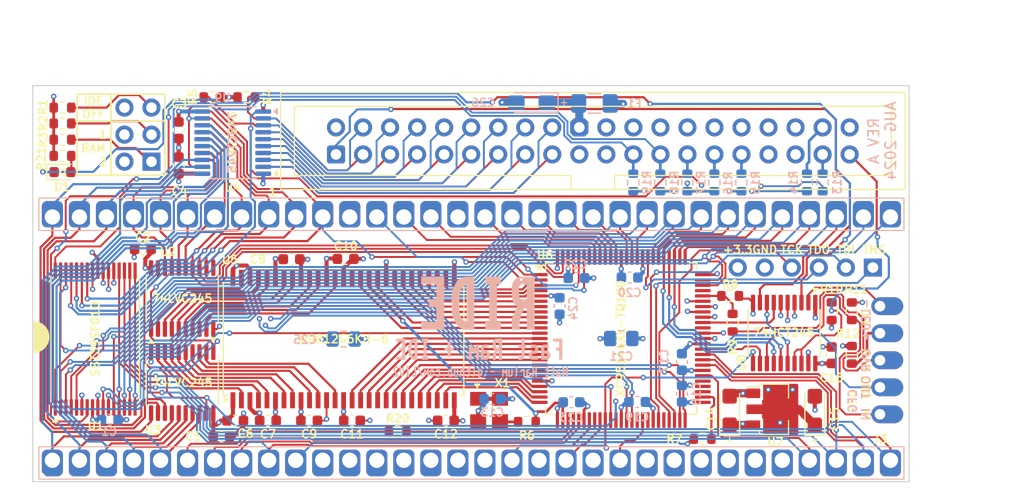
<source format=kicad_pcb>
(kicad_pcb (version 20240108) (generator "pcbnew") (generator_version "8.0")
  (layers (0 "F.Cu" signal) (1 "In1.Cu" signal) (2 "In2.Cu" signal) (31 "B.Cu" signal) (34 "B.Paste" user) (35 "F.Paste" user) (36 "B.SilkS" user "B.Silkscreen") (37 "F.SilkS" user "F.Silkscreen") (38 "B.Mask" user) (39 "F.Mask" user) (44 "Edge.Cuts" user))
  (net 0 "")
  (net 1 "/CPLD/A9")
  (net 2 "/CPLD/A13")
  (net 3 "/CPLD/A2")
  (net 4 "/CPLD/A11")
  (net 5 "/CPLD/D9")
  (net 6 "/CPLD/~{UDS}")
  (net 7 "/CPLD/~{RESET}")
  (net 8 "/CPLD/R{slash}~{W}")
  (net 9 "/CPLD/D15")
  (net 10 "/CPLD/A16")
  (net 11 "/CPLD/~{LDS}")
  (net 12 "/CPLD/D11")
  (net 13 "/CPLD/D3")
  (net 14 "/CPLD/A3")
  (net 15 "/CPLD/A23")
  (net 16 "/CPLD/A17")
  (net 17 "/CPLD/A18")
  (net 18 "/CPLD/A14")
  (net 19 "/CPLD/A19")
  (net 20 "/CPLD/A6")
  (net 21 "VCC")
  (net 22 "/CPLD/~{BERR}")
  (net 23 "/CPLD/A15")
  (net 24 "/CPLD/D6")
  (net 25 "/CPLD/A12")
  (net 26 "/CPLD/D1")
  (net 27 "/CPLD/A20")
  (net 28 "/CPLD/D10")
  (net 29 "/CPLD/D5")
  (net 30 "/CPLD/D14")
  (net 31 "/CPLD/D2")
  (net 32 "/CPLD/D0")
  (net 33 "/CPLD/D13")
  (net 34 "/CPLD/A4")
  (net 35 "/CPLD/~{DTACK}")
  (net 36 "/CPLD/A7")
  (net 37 "/CPLD/D7")
  (net 38 "/CPLD/A1")
  (net 39 "/CPLD/A10")
  (net 40 "/CPLD/A21")
  (net 41 "/CPLD/A5")
  (net 42 "/CPLD/A22")
  (net 43 "/CPLD/D4")
  (net 44 "/CPLD/E")
  (net 45 "/CPLD/A8")
  (net 46 "GND")
  (net 47 "+3V3")
  (net 48 "/CPLD/D12")
  (net 49 "/CPLD/~{AS}")
  (net 50 "/CPLD/D8")
  (net 51 "/IDE/CF_VCC")
  (net 52 "/CPLD/TDO")
  (net 53 "/CPLD/TMS")
  (net 54 "/CPLD/TCK")
  (net 55 "/CPLD/TDI")
  (net 56 "/CPLD/~{OVR}")
  (net 57 "/CPLD/~{CFGIN}")
  (net 58 "/IDE/~{LED}")
  (net 59 "/IDE/~{CFGOUT}")
  (net 60 "/IDE/B_D14")
  (net 61 "/CPLD/~{IDE_CS1}")
  (net 63 "/IDE/B_~{RESET}")
  (net 64 "/IDE/B_D6")
  (net 65 "/IDE/B_D4")
  (net 66 "/IDE/B_D9")
  (net 67 "/IDE/I_A1")
  (net 68 "/IDE/B_D7")
  (net 69 "/IDE/I_A0")
  (net 70 "/IDE/B_D8")
  (net 71 "/IDE/~{IDE_ACT}")
  (net 72 "/IDE/B_D1")
  (net 73 "/IDE/IORDY")
  (net 74 "/IDE/B_D3")
  (net 75 "/IDE/B_D5")
  (net 76 "/IDE/B_D2")
  (net 79 "/IDE/B_D13")
  (net 80 "/IDE/B_D11")
  (net 81 "/IDE/B_D12")
  (net 82 "/CPLD/~{IDE_CS2}")
  (net 83 "/IDE/B_D0")
  (net 84 "/IDE/B_D15")
  (net 85 "/IDE/B_D10")
  (net 86 "/IDE/I_A2")
  (net 87 "/CPLD/RAM_J1")
  (net 88 "/CPLD/MEMCLK")
  (net 89 "/CPLD/MA8")
  (net 90 "/CPLD/MA6")
  (net 91 "/CPLD/~{RAS}")
  (net 92 "/CPLD/RAM_~{W}")
  (net 93 "/CPLD/MA2")
  (net 94 "/CPLD/~{CAS}")
  (net 95 "/CPLD/MA3")
  (net 96 "/CPLD/~{CFGOUTB}")
  (net 97 "/CPLD/MA10")
  (net 98 "/CPLD/~{RAMCS}")
  (net 99 "Net-(J3-Pin_4)")
  (net 100 "/CPLD/BA1")
  (net 101 "/CPLD/MA5")
  (net 102 "/CPLD/ROM_B1")
  (net 103 "/CPLD/MA4")
  (net 104 "/CPLD/MA7")
  (net 105 "/CPLD/MA9")
  (net 106 "/CPLD/~{ROM_CE}")
  (net 107 "/CPLD/CKE")
  (net 108 "/CPLD/MA11")
  (net 109 "/CPLD/DQMH")
  (net 110 "/CPLD/MA0")
  (net 111 "/CPLD/MA1")
  (net 112 "/CPLD/BA0")
  (net 113 "/CPLD/~{R_BUFOE}")
  (net 114 "Net-(X1-OUT)")
  (net 115 "Net-(U6-P52)")
  (net 116 "/CPLD/DQML")
  (net 117 "/CPLD/ROM_B0")
  (net 118 "Net-(U6-P71)")
  (net 119 "/CPLD/~{I_BUFOE}")
  (net 120 "/RAM/R_D7")
  (net 121 "/RAM/R_D4")
  (net 123 "/RAM/R_D6")
  (net 124 "/RAM/R_D0")
  (net 125 "/RAM/R_D1")
  (net 126 "/RAM/R_D5")
  (net 127 "/RAM/R_D3")
  (net 129 "/RAM/R_D2")
  (net 130 "/RAM/R_D10")
  (net 134 "/RAM/R_D15")
  (net 135 "/RAM/R_D9")
  (net 136 "/RAM/R_D8")
  (net 137 "/RAM/R_D14")
  (net 138 "/RAM/R_D13")
  (net 152 "/RAM/R_D11")
  (net 153 "/RAM/R_D12")
  (net 155 "/CPLD/~{CFGINB}")
  (net 160 "Net-(D1-A)")
  (net 161 "/IDE/~{CS1}")
  (net 162 "/IDE/~{CS2}")
  (net 163 "/IDE/~{IOWR}")
  (net 164 "/IDE/~{IORD}")
  (net 165 "Net-(U6-P68)")
  (net 166 "Net-(U6-P70)")
  (net 167 "/IDE/IDE_IRQ")
  (net 168 "/IDE/DMACK")
  (net 169 "Net-(AMIGA1-AS)")
  (net 170 "/CPLD/~{IDE_OFF}")
  (net 171 "/CPLD/RAM_J2")
  (net 172 "Net-(D1-K)")
  (footprint "Resistor_SMD:R_0603_1608Metric" (layer "F.Cu") (at 147.034886 109.337006)
    (property "Reference" "R6")
    (property "Value" "33")
  )
  (footprint "Package_SO:TSSOP-20_4.4x6.5mm_P0.65mm" (layer "F.Cu") (at 171.206487 100.988209 -90)
    (property "Reference" "U8")
    (property "Value" "74HCT245")
  )
  (footprint "Package_SO:TSOP-I-32_11.8x8mm_P0.5mm" (layer "F.Cu") (at 106.470487 101.553903 90)
    (property "Reference" "U1")
    (property "Value" "SST39SF010")
  )
  (footprint "Connector_IDC:IDC-Header_2x20_P2.54mm_Vertical" (layer "F.Cu") (at 129.099287 84.206903 90)
    (property "Reference" "J1" (hide yes))
    (property "Value" "IDE")
  )
  (footprint "Capacitor_SMD:C_0603_1608Metric" (layer "F.Cu") (at 118.332886 110.708606)
    (property "Reference" "C5")
    (property "Value" "0.1u")
  )
  (footprint "Package_SO:TSOP-II-54_22.2x10.16mm_P0.8mm" (layer "F.Cu") (at 129.81169 101.553903 90)
    (property "Reference" "U5")
    (property "Value" "W9812G6KH-6")
  )
  (footprint "Oscillator:Oscillator_SMD_Abracon_ASE-4Pin_3.2x2.5mm" (layer "F.Cu") (at 143.478886 108.219406 -90)
    (property "Reference" "X1")
    (property "Value" "50MHz")
  )
  (footprint "Capacitor_SMD:C_0603_1608Metric" (layer "F.Cu") (at 130.600487 109.216403)
    (property "Reference" "C11")
    (property "Value" "0.1u")
  )
  (footprint "Package_SO:TSSOP-20_4.4x6.5mm_P0.65mm" (layer "F.Cu") (at 119.396487 83.098802 180)
    (property "Reference" "U4")
    (property "Value" "74HCT245")
  )
  (footprint "Capacitor_SMD:C_0603_1608Metric" (layer "F.Cu") (at 114.316491 85.232406 90)
    (property "Reference" "C4")
    (property "Value" "0.1u")
  )
  (footprint "Capacitor_Tantalum_SMD:CP_EIA-3216-18_Kemet-A" (layer "F.Cu") (at 174.085886 108.280403 90)
    (property "Reference" "C15")
    (property "Value" "10u")
  )
  (footprint "Capacitor_SMD:C_0603_1608Metric" (layer "F.Cu") (at 175.671687 103.068303 90)
    (property "Reference" "C16")
    (property "Value" "0.1u")
  )
  (footprint "Capacitor_SMD:C_0603_1608Metric" (layer "F.Cu") (at 139.42429 109.216403 180)
    (property "Reference" "C12")
    (property "Value" "0.1u")
  )
  (footprint "Capacitor_SMD:C_0603_1608Metric" (layer "F.Cu") (at 114.316491 81.930406 -90)
    (property "Reference" "C3")
    (property "Value" "0.1u")
  )
  (footprint "Capacitor_Tantalum_SMD:CP_EIA-3216-18_Kemet-A" (layer "F.Cu") (at 166.084886 108.270206 90)
    (property "Reference" "C14")
    (property "Value" "10u")
  )
  (footprint "Package_SO:TSSOP-20_4.4x6.5mm_P0.65mm" (layer "F.Cu") (at 114.646301 97.743903 90)
    (property "Reference" "U2")
    (property "Value" "74LVC245")
  )
  (footprint "Resistor_SMD:R_0603_1608Metric" (layer "F.Cu") (at 134.893686 110.241903)
    (property "Reference" "R20")
    (property "Value" "150")
  )
  (footprint "Resistor_SMD:R_0603_1608Metric" (layer "F.Cu") (at 117.494686 78.831606)
    (property "Reference" "R5")
    (property "Value" "10K")
  )
  (footprint "Resistor_SMD:R_0603_1608Metric" (layer "F.Cu") (at 175.671687 98.938509 -90)
    (property "Reference" "R10")
    (property "Value" "10K")
  )
  (footprint "Resistor_SMD:R_0603_1608Metric" (layer "F.Cu") (at 166.135686 97.500606 180)
    (property "Reference" "R8")
    (property "Value" "10K")
  )
  (footprint "Capacitor_SMD:C_0603_1608Metric" (layer "F.Cu") (at 122.701686 109.216403)
    (property "Reference" "C7")
    (property "Value" "0.1u")
  )
  (footprint "Connector_PinHeader_2.54mm:PinHeader_1x05_P2.54mm_Vertical" (layer "F.Cu") (at 180.207286 108.625806 180)
    (property "Reference" "J3")
    (property "Value" "Conn_01x05_Pin")
  )
  (footprint "Resistor_SMD:R_0603_1608Metric" (layer "F.Cu") (at 166.364286 100.015206 -90)
    (property "Reference" "R9")
    (property "Value" "33")
  )
  (footprint "Resistor_SMD:R_0603_1608Metric" (layer "F.Cu") (at 177.567487 103.035402 -90)
    (property "Reference" "R12")
    (property "Value" "150")
  )
  (footprint "Connector_PinHeader_2.54mm:PinHeader_1x06_P2.54mm_Vertical" (layer "F.Cu") (at 179.545198 94.833606 -90)
    (property "Reference" "J2" (hide yes))
    (property "Value" "Conn_01x06_Male")
  )
  (footprint "Resistor_SMD:R_0603_1608Metric" (layer "F.Cu") (at 103.397686 82.819406)
    (property "Reference" "R3")
    (property "Value" "10k")
  )
  (footprint "Package_SO:TSSOP-20_4.4x6.5mm_P0.65mm" (layer "F.Cu") (at 114.646301 105.643303 -90)
    (property "Reference" "U3")
    (property "Value" "74LVC245")
  )
  (footprint "Package_DIP:DIP-64_W22.86mm" (layer "F.Cu") (at 102.451196 112.942703 90)
    (property "Reference" "AMIGA1" (hide yes))
    (property "Value" "AMIGA" (hide yes))
  )
  (footprint "Resistor_SMD:R_0603_1608Metric" (layer "F.Cu") (at 103.397686 79.807206)
    (property "Reference" "R1")
    (property "Value" "10k")
  )
  (footprint "Capacitor_SMD:C_0603_1608Metric" (layer "F.Cu") (at 110.95089 93.111503 180)
    (property "Reference" "C2")
    (property "Value" "0.1u")
  )
  (footprint "Capacitor_SMD:C_0603_1608Metric" (layer "F.Cu") (at 124.92089 94.051303)
    (property "Reference" "C8")
    (property "Value" "0.1u")
  )
  (footprint "Resistor_SMD:R_0603_1608Metric" (layer "F.Cu") (at 163.544886 110.937206)
    (property "Reference" "R7")
    (property "Value" "33")
  )
  (footprint "Package_QFP:TQFP-100_14x14mm_P0.5mm" (layer "F.Cu") (at 155.903286 101.503103)
    (property "Reference" "U6")
    (property "Value" "XC95144XL-TQ100")
  )
  (footprint "Resistor_SMD:R_0603_1608Metric" (layer "F.Cu") (at 177.567487 98.938509 -90)
    (property "Reference" "R11")
    (property "Value" "10K")
  )
  (footprint "Capacitor_SMD:C_0603_1608Metric" (layer "F.Cu") (at 126.57369 109.216403)
    (property "Reference" "C9")
    (property "Value" "0.1u")
  )
  (footprint "Connector_PinHeader_2.54mm:PinHeader_2x03_P2.54mm_Vertical" (layer "F.Cu") (at 111.759286 84.887206 180)
    (property "Reference" "J4" (hide yes))
    (property "Value" "Conn_02x03_Odd_Even")
  )
  (footprint "Package_TO_SOT_SMD:SOT-89-3" (layer "F.Cu") (at 169.956687 108.149603)
    (property "Reference" "U7")
    (property "Value" "AZ1117-3.3")
  )
  (footprint "Resistor_SMD:R_0603_1608Metric" (layer "F.Cu") (at 120.669686 78.831606 180)
    (property "Reference" "R4")
    (property "Value" "10K")
  )
  (footprint "LED_SMD:LED_0603_1608Metric" (layer "F.Cu") (at 103.397686 85.867406)
    (property "Reference" "D1")
    (property "Value" "LED")
  )
  (footprint "Resistor_SMD:R_0603_1608Metric" (layer "F.Cu") (at 103.397686 84.343406 180)
    (property "Reference" "R21")
    (property "Value" "150")
  )
  (footprint "Capacitor_SMD:C_0603_1608Metric" (layer "F.Cu") (at 119.628286 109.216403)
    (property "Reference" "C6")
    (property "Value" "0.1u")
  )
  (footprint "Resistor_SMD:R_0603_1608Metric" (layer "F.Cu") (at 103.397686 81.295406)
    (property "Reference" "R2")
    (property "Value" "10k")
  )
  (footprint "Capacitor_SMD:C_0603_1608Metric" (layer "F.Cu") (at 130.00089 94.025903)
    (property "Reference" "C10")
    (property "Value" "0.1u")
  )
  (footprint "Resistor_SMD:R_0603_1608Metric" (layer "B.Cu") (at 164.650091 86.837606 -90)
    (property "Reference" "R16")
    (property "Value" "10K")
  )
  (footprint "Capacitor_SMD:C_0603_1608Metric" (layer "B.Cu") (at 107.842686 109.133806)
    (property "Reference" "C1")
    (property "Value" "0.1u")
  )
  (footprint "Capacitor_SMD:C_0603_1608Metric" (layer "B.Cu") (at 143.783686 107.178006 180)
    (property "Reference" "C13")
    (property "Value" "0.1u")
  )
  (footprint "Capacitor_SMD:C_0603_1608Metric" (layer "B.Cu") (at 151.224084 107.489203)
    (property "Reference" "C23")
    (property "Value" "0.1u")
  )
  (footprint "Resistor_SMD:R_0603_1608Metric" (layer "B.Cu") (at 159.570091 86.837606 -90)
    (property "Reference" "R18")
    (property "Value" "33")
  )
  (footprint "Capacitor_Tantalum_SMD:CP_EIA-3216-18_Kemet-A_Pad1.58x1.35mm_HandSolder" (layer "B.Cu") (at 147.474986 79.339606 180)
    (property "Reference" "C26")
    (property "Value" "47uF")
  )
  (footprint "Capacitor_SMD:C_0805_2012Metric_Pad1.18x1.45mm_HandSolder" (layer "B.Cu") (at 129.81169 101.553903)
    (property "Reference" "C25")
    (property "Value" "10u")
  )
  (footprint "Capacitor_SMD:C_0603_1608Metric" (layer "B.Cu") (at 156.690684 95.771003)
    (property "Reference" "C20")
    (property "Value" "0.1u")
  )
  (footprint "Resistor_SMD:R_0603_1608Metric" (layer "B.Cu") (at 157.030091 86.837606 -90)
    (property "Reference" "R19")
    (property "Value" "33")
  )
  (footprint "kibuzzard-667CDE38" (layer "B.Cu") (at 142.561291 102.504406 180)
    (property "Reference" "kibuzzard-2" (hide yes))
    (property "Value" "G***" (hide yes))
  )
  (footprint "Capacitor_SMD:C_0603_1608Metric" (layer "B.Cu") (at 161.599696 103.706596 90)
    (property "Reference" "C17")
    (property "Value" "0.1u")
  )
  (footprint "Resistor_SMD:R_0603_1608Metric" (layer "B.Cu") (at 174.822486 86.837606 -90)
    (property "Reference" "R13")
    (property "Value" "33")
  )
  (footprint "Resistor_SMD:R_0603_1608Metric" (layer "B.Cu") (at 162.110091 86.837606 -90)
    (property "Reference" "R17")
    (property "Value" "10K")
  )
  (footprint "Fuse:Fuse_1206_3216Metric_Pad1.42x1.75mm_HandSolder" (layer "B.Cu") (at 153.384886 79.415806 180)
    (property "Reference" "F1")
    (property "Value" "Polyfuse 500mA Hold")
  )
  (footprint "Resistor_SMD:R_0603_1608Metric" (layer "B.Cu") (at 167.190091 86.837606 -90)
    (property "Reference" "R15")
    (property "Value" "10K")
  )
  (footprint "Capacitor_SMD:C_0603_1608Metric" (layer "B.Cu") (at 151.690684 95.821803)
    (property "Reference" "C22")
    (property "Value" "0.1u")
  )
  (footprint "Capacitor_SMD:C_0603_1608Metric" (layer "B.Cu") (at 161.600096 106.691396 90)
    (property "Reference" "C18")
    (property "Value" "0.1u")
  )
  (footprint "Capacitor_SMD:C_0805_2012Metric_Pad1.18x1.45mm_HandSolder" (layer "B.Cu") (at 155.903286 101.503103)
    (property "Reference" "C21")
    (property "Value" "10u")
  )
  (footprint "kibuzzard-667ABBF2" (layer "B.Cu") (at 142.434291 98.186406 180)
    (property "Reference" "kibuzzard-3" (hide yes))
    (property "Value" "G***" (hide yes))
  )
  (footprint "kibuzzard-667ABBFF" (layer "B.Cu") (at 142.688291 104.663406 180)
    (property "Reference" "kibuzzard-1" (hide yes))
    (property "Value" "G***" (hide yes))
  )
  (footprint "Capacitor_SMD:C_0603_1608Metric" (layer "B.Cu") (at 150.106484 98.449506 -90)
    (property "Reference" "C24")
    (property "Value" "0.1u")
  )
  (footprint "Package_SO:TSSOP-20_4.4x6.5mm_P0.65mm" (layer "B.Cu") (at 119.396487 83.098802 180)
    (property "Reference" "U9")
    (property "Value" "74HCT245")
  )
  (footprint "Capacitor_SMD:C_0603_1608Metric" (layer "B.Cu") (at 157.396284 107.463803)
    (property "Reference" "C19")
    (property "Value" "0.1u")
  )
  (footprint "Resistor_SMD:R_0603_1608Metric" (layer "B.Cu") (at 173.349286 86.837606 -90)
    (property "Reference" "R14")
    (property "Value" "33")
  )
  (gr_line (start 107.949286 86.157206) (end 107.949286 81.712206) (stroke (width 0.15)) (layer "F.SilkS"))
  (gr_line (start 104.774286 81.077206) (end 113.029286 81.077206) (stroke (width 0.15)) (layer "F.SilkS"))
  (gr_line (start 107.949286 86.157206) (end 107.949286 78.537206) (stroke (width 0.15)) (layer "F.SilkS"))
  (gr_line (start 107.949286 78.537206) (end 104.774286 78.537206) (stroke (width 0.15)) (layer "F.SilkS"))
  (gr_line (start 113.029286 86.157206) (end 107.949286 86.157206) (stroke (width 0.15)) (layer "F.SilkS"))
  (gr_line (start 107.949286 78.537206) (end 107.949286 81.077206) (stroke (width 0.15)) (layer "F.SilkS"))
  (gr_poly (pts (xy 100.685591 99.952975) (xy 101.320591 100.125781) (xy 101.828591 100.633781) (xy 102.082591 101.268781) (xy 101.955591 101.776781) (xy 101.574591 102.411781) (xy 101.066591 102.665781) (xy 100.685591 102.792781)) (stroke (width 0.15)) (fill solid) (layer "F.SilkS"))
  (gr_line (start 104.774286 78.537206) (end 104.774286 86.157206) (stroke (width 0.15)) (layer "F.SilkS"))
  (gr_line (start 113.029286 78.537206) (end 113.029286 86.157206) (stroke (width 0.15)) (layer "F.SilkS"))
  (gr_line (start 104.774286 86.157206) (end 107.949286 86.157206) (stroke (width 0.15)) (layer "F.SilkS"))
  (gr_line (start 107.949286 78.537206) (end 113.029286 78.537206) (stroke (width 0.15)) (layer "F.SilkS"))
  (gr_arc (start 100.677587 99.941503) (mid 102.09749 101.361406) (end 100.677587 102.781309) (stroke (width 0.15)) (layer "F.SilkS"))
  (gr_line (start 100.603686 77.866406) (end 100.603686 114.950406) (stroke (width 0.1)) (layer "Edge.Cuts"))
  (gr_line (start 182.947291 114.950406) (end 182.693291 114.950406) (stroke (width 0.1)) (layer "Edge.Cuts"))
  (gr_line (start 100.603686 77.739406) (end 100.603686 77.866406) (stroke (width 0.1)) (layer "Edge.Cuts"))
  (gr_line (start 182.693291 77.739406) (end 100.905291 77.739406) (stroke (width 0.1)) (layer "Edge.Cuts"))
  (gr_line (start 100.603686 77.739406) (end 100.905291 77.739406) (stroke (width 0.1)) (layer "Edge.Cuts"))
  (gr_line (start 182.947291 114.798006) (end 182.947291 77.866406) (stroke (width 0.1)) (layer "Edge.Cuts"))
  (gr_line (start 182.947291 114.798006) (end 182.947291 114.950406) (stroke (width 0.1)) (layer "Edge.Cuts"))
  (gr_line (start 182.693291 77.739406) (end 182.947291 77.739406) (stroke (width 0.1)) (layer "Edge.Cuts"))
  (gr_line (start 182.947291 77.739406) (end 182.947291 77.866406) (stroke (width 0.1)) (layer "Edge.Cuts"))
  (gr_line (start 100.905291 114.950406) (end 182.693291 114.950406) (stroke (width 0.1)) (layer "Edge.Cuts"))
  (gr_line (start 100.603686 114.950406) (end 100.905291 114.950406) (stroke (width 0.1)) (layer "Edge.Cuts"))
  (gr_text "OVR\n" (at 178.911886 103.545806 90) (layer "B.SilkS") (effects (font (size 0.762 0.762) (thickness 0.14986)) (justify mirror)))
  (gr_text "REV A\nAUG 2024" (at 180.420487 82.936903 90) (layer "B.SilkS") (effects (font (size 0.9906 0.9906) (thickness 0.14986)) (justify mirror)))
  (gr_text "-LED+" (at 178.911886 99.735806 90) (layer "B.SilkS") (effects (font (size 0.762 0.762) (thickness 0.14986)) (justify mirror)))
  (gr_text "OUT" (at 178.911886 106.083403 90) (layer "B.SilkS") (effects (font (size 0.762 0.762) (thickness 0.14986)) (justify mirror)))
  (gr_text "CFG\n" (at 177.641886 107.353403 90) (layer "B.SilkS") (effects (font (size 0.762 0.762) (thickness 0.14986)) (justify mirror)))
  (gr_text "IN" (at 178.911886 108.625806 90) (layer "B.SilkS") (effects (font (size 0.762 0.762) (thickness 0.14986)) (justify mirror)))
  (gr_text "IDE\nOFF" (at 106.298286 79.807206 0) (layer "F.SilkS") (effects (font (size 0.762 0.762) (thickness 0.14986))))
  (gr_text "TDI" (at 177.0052 93.162303 0) (layer "F.SilkS") (effects (font (size 0.762 0.762) (thickness 0.14986))))
  (gr_text "CFG\n" (at 177.641886 107.353403 90) (layer "F.SilkS") (effects (font (size 0.762 0.762) (thickness 0.14986))))
  (gr_text "TDO" (at 174.4652 93.162303 0) (layer "F.SilkS") (effects (font (size 0.762 0.762) (thickness 0.14986))))
  (gr_text "IN" (at 178.911886 108.625806 90) (layer "F.SilkS") (effects (font (size 0.762 0.762) (thickness 0.14986))))
  (gr_text "TCK" (at 171.9252 93.162303 0) (layer "F.SilkS") (effects (font (size 0.762 0.762) (thickness 0.14986))))
  (gr_text "+3.3" (at 166.8452 93.162303 0) (layer "F.SilkS") (effects (font (size 0.762 0.762) (thickness 0.14986))))
  (gr_text "TMS" (at 179.6722 93.162303 0) (layer "F.SilkS") (effects (font (size 0.762 0.762) (thickness 0.14986))))
  (gr_text "2" (at 107.187286 84.887206 0) (layer "F.SilkS") (effects (font (size 0.762 0.762) (thickness 0.14986) (bold yes))))
  (gr_text "1" (at 107.187286 82.347206 0) (layer "F.SilkS") (effects (font (size 0.762 0.762) (thickness 0.14986) (bold yes))))
  (gr_text "GND" (at 169.3852 93.162303 0) (layer "F.SilkS") (effects (font (size 0.762 0.762) (thickness 0.14986))))
  (gr_text "+LED-\n" (at 178.911886 99.735806 90) (layer "F.SilkS") (effects (font (size 0.762 0.762) (thickness 0.14986))))
  (gr_text "OUT" (at 178.911886 106.083403 90) (layer "F.SilkS") (effects (font (size 0.762 0.762) (thickness 0.14986))))
  (gr_text "RAM" (at 106.298286 83.617206 0) (layer "F.SilkS") (effects (font (size 0.762 0.762) (thickness 0.14986))))
  (gr_text "1" (at 123.160691 87.701206 0) (layer "F.SilkS") (effects (font (size 0.762 0.762) (thickness 0.14986))))
  (gr_text "OVR\n" (at 178.911886 103.545806 90) (layer "F.SilkS") (effects (font (size 0.762 0.762) (thickness 0.14986))))
  (segment (start 160.885886 98.529248) (end 160.903286 98.511848) (width 0.2032) (layer "F.Cu") (net 1))
  (segment (start 171.531487 101.857896) (end 171.517291 101.8437) (width 0.2032) (layer "F.Cu") (net 1))
  (segment (start 160.903286 93.103104) (end 160.903286 93.840603) (width 0.1778) (layer "F.Cu") (net 1))
  (segment (start 171.031196 91.246194) (end 169.967887 92.309503) (width 0.1778) (layer "F.Cu") (net 1))
  (segment (start 161.696887 92.309503) (end 160.903286 93.103104) (width 0.1778) (layer "F.Cu") (net 1))
  (segment (start 169.967887 92.309503) (end 161.696887 92.309503) (width 0.1778) (layer "F.Cu") (net 1))
  (segment (start 171.031196 90.082703) (end 171.031196 91.246194) (width 0.1778) (layer "F.Cu") (net 1))
  (segment (start 104.134286 104.460206) (end 103.720487 104.874005) (width 0.1778) (layer "F.Cu") (net 1))
  (segment (start 160.903286 98.511848) (end 160.903286 93.840603) (width 0.2032) (layer "F.Cu") (net 1))
  (segment (start 171.531487 103.850709) (end 171.531487 101.857896) (width 0.2032) (layer "F.Cu") (net 1))
  (segment (start 103.720487 104.874005) (end 103.720487 107.978903) (width 0.1778) (layer "F.Cu") (net 1))
  (via (at 104.134286 104.460206) (size 0.508) (drill 0.254) (layers "F.Cu" "B.Cu") (net 1))
  (via (at 171.517291 101.8437) (size 0.508) (drill 0.254) (layers "F.Cu" "B.Cu") (net 1))
  (via (at 160.885886 98.529248) (size 0.508) (drill 0.254) (layers "F.Cu" "B.Cu") (net 1))
  (segment (start 108.416042 103.752614) (end 108.416042 103.75985) (width 0.1778) (layer "B.Cu") (net 1))
  (segment (start 168.923196 92.190703) (end 160.487404 92.190703) (width 0.1778) (layer "B.Cu") (net 1))
  (segment (start 104.591486 104.003006) (end 104.134286 104.460206) (width 0.1778) (layer "B.Cu") (net 1))
  (segment (start 108.172886 104.003006) (end 104.591486 104.003006) (width 0.1778) (layer "B.Cu") (net 1))
  (segment (start 161.376839 100.701006) (end 162.773837 100.701006) (width 0.2032) (layer "B.Cu") (net 1))
  (segment (start 114.54105 97.627606) (end 108.416042 103.752614) (width 0.1778) (layer "B.Cu") (net 1))
  (segment (start 160.885886 100.210053) (end 161.376839 100.701006) (width 0.2032) (layer "B.Cu") (net 1))
  (segment (start 142.401891 96.611606) (end 121.639374 96.611606) (width 0.1778) (layer "B.Cu") (net 1))
  (segment (start 170.882597 101.209006) (end 171.517291 101.8437) (width 0.2032) (layer "B.Cu") (net 1))
  (segment (start 145.795494 93.218003) (end 142.401891 96.611606) (width 0.1778) (layer "B.Cu") (net 1))
  (segment (start 159.460104 93.218003) (end 145.795494 93.218003) (width 0.1778) (layer "B.Cu") (net 1))
  (segment (start 121.639374 96.611606) (end 120.623374 97.627606) (width 0.1778) (layer "B.Cu") (net 1))
  (segment (start 160.487404 92.190703) (end 159.460104 93.218003) (width 0.1778) (layer "B.Cu") (net 1))
  (segment (start 165.655743 102.098006) (end 166.544743 101.209006) (width 0.2032) (layer "B.Cu") (net 1))
  (segment (start 171.031196 90.082703) (end 168.923196 92.190703) (width 0.1778) (layer "B.Cu") (net 1))
  (segment (start 108.416042 103.75985) (end 108.172886 104.003006) (width 0.1778) (layer "B.Cu") (net 1))
  (segment (start 162.773837 100.701006) (end 164.170837 102.098006) (width 0.2032) (layer "B.Cu") (net 1))
  (segment (start 166.544743 101.209006) (end 170.882597 101.209006) (width 0.2032) (layer "B.Cu") (net 1))
  (segment (start 164.170837 102.098006) (end 165.655743 102.098006) (width 0.2032) (layer "B.Cu") (net 1))
  (segment (start 160.885886 98.529248) (end 160.885886 100.210053) (width 0.2032) (layer "B.Cu") (net 1))
  (segment (start 120.623374 97.627606) (end 114.54105 97.627606) (width 0.1778) (layer "B.Cu") (net 1))
  (segment (start 160.871196 90.082703) (end 160.871196 90.992194) (width 0.1778) (layer "F.Cu") (net 2))
  (segment (start 108.223686 106.847806) (end 108.220487 106.851005) (width 0.1778) (layer "F.Cu") (net 2))
  (segment (start 160.871196 90.992194) (end 158.903286 92.960104) (width 0.1778) (layer "F.Cu") (net 2))
  (segment (start 158.903286 92.960104) (end 158.903286 93.840603) (width 0.1778) (layer "F.Cu") (net 2))
  (segment (start 108.219032 101.331352) (end 108.223686 101.336006) (width 0.1778) (layer "F.Cu") (net 2))
  (segment (start 108.223686 101.336006) (end 108.223686 106.847806) (width 0.1778) (layer "F.Cu") (net 2))
  (segment (start 108.220487 106.851005) (end 108.220487 107.978903) (width 0.1778) (layer "F.Cu") (net 2))
  (via (at 108.219032 101.331352) (size 0.508) (drill 0.254) (layers "F.Cu" "B.Cu") (net 2))
  (segment (start 160.871196 90.082703) (end 158.955096 91.998803) (width 0.1778) (layer "B.Cu") (net 2))
  (segment (start 120.118366 96.408406) (end 114.036042 96.408406) (width 0.1778) (layer "B.Cu") (net 2))
  (segment (start 121.134366 95.392406) (end 120.118366 96.408406) (width 0.1778) (layer "B.Cu") (net 2))
  (segment (start 141.896884 95.392406) (end 121.134366 95.392406) (width 0.1778) (layer "B.Cu") (net 2))
  (segment (start 145.290486 91.998803) (end 141.896884 95.392406) (width 0.1778) (layer "B.Cu") (net 2))
  (segment (start 114.036042 96.408406) (end 109.113096 101.331352) (width 0.1778) (layer "B.Cu") (net 2))
  (segment (start 158.955096 91.998803) (end 145.290486 91.998803) (width 0.1778) (layer "B.Cu") (net 2))
  (segment (start 109.113096 101.331352) (end 108.219032 101.331352) (width 0.1778) (layer "B.Cu") (net 2))
  (segment (start 166.461195 104.841206) (end 164.623092 103.003103) (width 0.1778) (layer "F.Cu") (net 3))
  (segment (start 176.103683 110.100507) (end 176.103683 106.523995) (width 0.1778) (layer "F.Cu") (net 3))
  (segment (start 111.526434 106.111206) (end 109.220487 103.805259) (width 0.1778) (layer "F.Cu") (net 3))
  (segment (start 112.135286 106.111206) (end 111.526434 106.111206) (width 0.1778) (layer "F.Cu") (net 3))
  (segment (start 109.220487 103.805259) (end 109.220487 95.128903) (width 0.1778) (layer "F.Cu") (net 3))
  (segment (start 164.623092 103.003103) (end 163.565786 103.003103) (width 0.1778) (layer "F.Cu") (net 3))
  (segment (start 176.103683 106.523995) (end 174.420894 104.841206) (width 0.1778) (layer "F.Cu") (net 3))
  (segment (start 174.420894 104.841206) (end 166.461195 104.841206) (width 0.1778) (layer "F.Cu") (net 3))
  (via (at 112.135286 106.111206) (size 0.508) (drill 0.254) (layers "F.Cu" "B.Cu") (net 3))
  (via (at 176.103683 110.100507) (size 0.508) (drill 0.254) (layers "F.Cu" "B.Cu") (net 3))
  (segment (start 116.640587 108.373507) (end 116.640587 109.977846) (width 0.1778) (layer "B.Cu") (net 3))
  (segment (start 176.111196 110.10802) (end 176.111196 112.942703) (width 0.1778) (layer "B.Cu") (net 3))
  (segment (start 112.135286 106.111206) (end 114.378286 106.111206) (width 0.1778) (layer "B.Cu") (net 3))
  (segment (start 176.103683 110.100507) (end 176.111196 110.10802) (width 0.1778) (layer "B.Cu") (net 3))
  (segment (start 116.640587 109.977846) (end 117.284347 110.621606) (width 0.1778) (layer "B.Cu") (net 3))
  (segment (start 117.284347 110.621606) (end 173.790099 110.621606) (width 0.1778) (layer "B.Cu") (net 3))
  (segment (start 114.378286 106.111206) (end 116.640587 108.373507) (width 0.1778) (layer "B.Cu") (net 3))
  (segment (start 173.790099 110.621606) (end 176.111196 112.942703) (width 0.1778) (layer "B.Cu") (net 3))
  (segment (start 165.951196 91.169994) (end 165.421287 91.699903) (width 0.1778) (layer "F.Cu") (net 4))
  (segment (start 159.903286 92.988804) (end 159.903286 93.840603) (width 0.1778) (layer "F.Cu") (net 4))
  (segment (start 170.231487 102.745216) (end 170.234772 102.741931) (width 0.2032) (layer "F.Cu") (net 4))
  (segment (start 103.702486 102.631406) (end 103.220487 102.149407) (width 0.1778) (layer "F.Cu") (net 4))
  (segment (start 165.951196 90.082703) (end 165.951196 91.169994) (width 0.1778) (layer "F.Cu") (net 4))
  (segment (start 165.421287 91.699903) (end 161.192187 91.699903) (width 0.1778) (layer "F.Cu") (net 4))
  (segment (start 159.833291 97.043406) (end 159.903286 96.973411) (width 0.2032) (layer "F.Cu") (net 4))
  (segment (start 159.903286 96.973411) (end 159.903286 93.840603) (width 0.2032) (layer "F.Cu") (net 4))
  (segment (start 103.220487 102.149407) (end 103.220487 95.128903) (width 0.1778) (layer "F.Cu") (net 4))
  (segment (start 170.231487 103.850709) (end 170.231487 102.745216) (width 0.2032) (layer "F.Cu") (net 4))
  (segment (start 161.192187 91.699903) (end 159.903286 92.988804) (width 0.1778) (layer "F.Cu") (net 4))
  (via (at 159.833291 97.043406) (size 0.508) (drill 0.254) (layers "F.Cu" "B.Cu") (net 4))
  (via (at 170.234772 102.741931) (size 0.508) (drill 0.254) (layers "F.Cu" "B.Cu") (net 4))
  (via (at 103.702486 102.631406) (size 0.508) (drill 0.254) (layers "F.Cu" "B.Cu") (net 4))
  (segment (start 166.818291 101.869406) (end 165.929291 102.758406) (width 0.2032) (layer "B.Cu") (net 4))
  (segment (start 159.833291 100.091406) (end 159.833291 97.043406) (width 0.2032) (layer "B.Cu") (net 4))
  (segment (start 165.951196 90.082703) (end 164.452796 91.581103) (width 0.1778) (layer "B.Cu") (net 4))
  (segment (start 160.2349 91.581103) (end 159.2076 92.608403) (width 0.1778) (layer "B.Cu") (net 4))
  (segment (start 165.929291 102.758406) (end 163.897291 102.758406) (width 0.2032) (layer "B.Cu") (net 4))
  (segment (start 163.897291 102.758406) (end 162.500291 101.361406) (width 0.2032) (layer "B.Cu") (net 4))
  (segment (start 164.452796 91.581103) (end 160.2349 91.581103) (width 0.1778) (layer "B.Cu") (net 4))
  (segment (start 114.288546 97.018006) (end 108.675146 102.631406) (width 0.1778) (layer "B.Cu") (net 4))
  (segment (start 159.2076 92.608403) (end 145.54299 92.608403) (width 0.1778) (layer "B.Cu") (net 4))
  (segment (start 169.844086 101.869406) (end 166.818291 101.869406) (width 0.2032) (layer "B.Cu") (net 4))
  (segment (start 142.149387 96.002006) (end 121.38687 96.002006) (width 0.1778) (layer "B.Cu") (net 4))
  (segment (start 170.234772 102.260092) (end 169.844086 101.869406) (width 0.2032) (layer "B.Cu") (net 4))
  (segment (start 162.500291 101.361406) (end 161.103291 101.361406) (width 0.2032) (layer "B.Cu") (net 4))
  (segment (start 120.37087 97.018006) (end 114.288546 97.018006) (width 0.1778) (layer "B.Cu") (net 4))
  (segment (start 145.54299 92.608403) (end 142.149387 96.002006) (width 0.1778) (layer "B.Cu") (net 4))
  (segment (start 121.38687 96.002006) (end 120.37087 97.018006) (width 0.1778) (layer "B.Cu") (net 4))
  (segment (start 170.234772 102.741931) (end 170.234772 102.260092) (width 0.2032) (layer "B.Cu") (net 4))
  (segment (start 161.103291 101.361406) (end 159.833291 100.091406) (width 0.2032) (layer "B.Cu") (net 4))
  (segment (start 108.675146 102.631406) (end 103.702486 102.631406) (width 0.1778) (layer "B.Cu") (net 4))
  (segment (start 118.024891 84.721211) (end 118.024891 86.428653) (width 0.1778) (layer "F.Cu") (net 5))
  (segment (start 116.533987 84.073802) (end 117.377482 84.073802) (width 0.1778) (layer "F.Cu") (net 5))
  (segment (start 107.720487 95.128903) (end 107.720487 96.870035) (width 0.1778) (layer "F.Cu") (net 5))
  (segment (start 118.024891 86.428653) (end 116.861641 87.591903) (width 0.1778) (layer "F.Cu") (net 5))
  (segment (start 113.153989 87.591903) (end 112.611196 88.134696) (width 0.1778) (layer "F.Cu") (net 5))
  (segment (start 107.720487 96.870035) (end 107.725806 96.875354) (width 0.1778) (layer "F.Cu") (net 5))
  (segment (start 116.861641 87.591903) (end 113.153989 87.591903) (width 0.1778) (layer "F.Cu") (net 5))
  (segment (start 112.611196 91.442412) (end 113.671301 92.502517) (width 0.2032) (layer "F.Cu") (net 5))
  (segment (start 117.377482 84.073802) (end 118.024891 84.721211) (width 0.1778) (layer "F.Cu") (net 5))
  (segment (start 113.671301 92.502517) (end 113.671301 94.881403) (width 0.2032) (layer "F.Cu") (net 5))
  (segment (start 112.611196 88.134696) (end 112.611196 90.082703) (width 0.1778) (layer "F.Cu") (net 5))
  (segment (start 112.611196 90.082703) (end 112.611196 91.442412) (width 0.2032) (layer "F.Cu") (net 5))
  (via (at 107.725806 96.875354) (size 0.508) (drill 0.254) (layers "F.Cu" "B.Cu") (net 5))
  (segment (start 150.333958 111.013406) (end 126.886526 111.013406) (width 0.1778) (layer "F.Cu") (net 6))
  (segment (start 119.894236 111.699206) (end 117.812184 111.699206) (width 0.1778) (layer "F.Cu") (net 6))
  (segment (start 126.747331 110.874211) (end 120.719231 110.874211) (width 0.1778) (layer "F.Cu") (net 6))
  (segment (start 117.812184 111.699206) (end 117.691196 111.820194) (width 0.1778) (layer "F.Cu") (net 6))
  (segment (start 117.691196 111.820194) (end 117.691196 112.942703) (width 0.1778) (layer "F.Cu") (net 6))
  (segment (start 120.719231 110.874211) (end 119.894236 111.699206) (width 0.1778) (layer "F.Cu") (net 6))
  (segment (start 151.403286 109.944078) (end 150.333958 111.013406) (width 0.1778) (layer "F.Cu") (net 6))
  (segment (start 151.403286 109.165603) (end 151.403286 109.944078) (width 0.1778) (layer "F.Cu") (net 6))
  (segment (start 126.886526 111.013406) (end 126.747331 110.874211) (width 0.1778) (layer "F.Cu") (net 6))
  (segment (start 154.403286 111.690801) (end 154.403286 109.165603) (width 0.2032) (layer "F.Cu") (net 7))
  (segment (start 168.268884 102.815603) (end 168.268884 103.838106) (width 0.1778) (layer "F.Cu") (net 7))
  (segment (start 168.291487 102.7581) (end 168.291487 103.840709) (width 0.1778) (layer "F.Cu") (net 7))
  (segment (start 154.403286 105.791304) (end 154.403286 109.165603) (width 0.1778) (layer "F.Cu") (net 7))
  (segment (start 155.023184 105.171406) (end 154.403286 105.791304) (width 0.1778) (layer "F.Cu") (net 7))
  (segment (start 157.959589 105.171406) (end 155.023184 105.171406) (width 0.1778) (layer "F.Cu") (net 7))
  (segment (start 154.502491 111.790006) (end 154.403286 111.690801) (width 0.2032) (layer "F.Cu") (net 7))
  (via (at 157.959589 105.171406) (size 0.508) (drill 0.254) (layers "F.Cu" "B.Cu") (net 7))
  (via (at 154.502491 111.790006) (size 0.508) (drill 0.254) (layers "F.Cu" "B.Cu") (net 7))
  (via (at 168.291487 102.7581) (size 0.508) (drill 0.254) (layers "F.Cu" "B.Cu") (net 7))
  (segment (start 154.273891 111.561406) (end 146.423384 111.561406) (width 0.1778) (layer "B.Cu") (net 7))
  (segment (start 146.423384 111.561406) (end 145.631196 112.353594) (width 0.1778) (layer "B.Cu") (net 7))
  (segment (start 165.878181 105.171406) (end 168.291487 102.7581) (width 0.1778) (layer "B.Cu") (net 7))
  (segment (start 157.959589 105.171406) (end 165.878181 105.171406) (width 0.1778) (layer "B.Cu") (net 7))
  (segment (start 154.502491 111.790006) (end 154.273891 111.561406) (width 0.1778) (layer "B.Cu") (net 7))
  (segment (start 111.721301 100.606403) (end 111.721301 97.142691) (width 0.1778) (layer "F.Cu") (net 8))
  (segment (start 122.771196 112.942703) (end 122.771196 111.947194) (width 0.1778) (layer "F.Cu") (net 8))
  (segment (start 121.081378 81.778006) (end 121.081378 85.628915) (width 0.1778) (layer "F.Cu") (net 8))
  (segment (start 111.721301 101.398317) (end 112.005087 101.682103) (width 0.1778) (layer "F.Cu") (net 8))
  (segment (start 117.571301 102.148391) (end 117.951886 101.767806) (width 0.1778) (layer "F.Cu") (net 8))
  (segment (start 112.005087 101.682103) (end 117.186687 101.682103) (width 0.1778) (layer "F.Cu") (net 8))
  (segment (start 117.571301 102.066717) (end 117.571301 102.780803) (width 0.1778) (layer "F.Cu") (net 8))
  (segment (start 121.476265 86.023802) (end 122.258987 86.023802) (width 0.1778) (layer "F.Cu") (net 8))
  (segment (start 126.634022 111.623006) (end 151.265891 111.623006) (width 0.1778) (layer "F.Cu") (net 8))
  (segment (start 111.721301 97.142691) (end 112.193836 96.670156) (width 0.1778) (layer "F.Cu") (net 8))
  (segment (start 126.494827 111.483811) (end 126.634022 111.623006) (width 0.1778) (layer "F.Cu") (net 8))
  (segment (start 117.186687 101.682103) (end 117.571301 102.066717) (width 0.1778) (layer "F.Cu") (net 8))
  (segment (start 122.771196 111.947194) (end 123.234579 111.483811) (width 0.1778) (layer "F.Cu") (net 8))
  (segment (start 111.721301 100.606403) (end 111.721301 101.398317) (width 0.1778) (layer "F.Cu") (net 8))
  (segment (start 152.903286 109.985611) (end 152.903286 109.165603) (width 0.1778) (layer "F.Cu") (net 8))
  (segment (start 121.081378 85.628915) (end 121.476265 86.023802) (width 0.1778) (layer "F.Cu") (net 8))
  (segment (start 123.234579 111.483811) (end 126.494827 111.483811) (width 0.1778) (layer "F.Cu") (net 8))
  (segment (start 151.265891 111.623006) (end 152.903286 109.985611) (width 0.1778) (layer "F.Cu") (net 8))
  (via (at 112.193836 96.670156) (size 0.508) (drill 0.254) (layers "F.Cu" "B.Cu") (net 8))
  (via (at 121.081378 81.778006) (size 0.508) (drill 0.254) (layers "F.Cu" "B.Cu") (net 8))
  (via (at 117.951886 101.767806) (size 0.508) (drill 0.254) (layers "F.Cu" "B.Cu") (net 8))
  (segment (start 111.652686 104.790406) (end 111.936225 104.506867) (width 0.1778) (layer "B.Cu") (net 8))
  (segment (start 121.081378 81.778006) (end 121.081378 88.260298) (width 0.2032) (layer "B.Cu") (net 8))
  (segment (start 116.030987 110.23035) (end 116.030987 108.626011) (width 0.1778) (layer "B.Cu") (net 8))
  (segment (start 111.936225 104.506867) (end 115.212825 104.506867) (width 0.1778) (layer "B.Cu") (net 8))
  (segment (start 121.479287 88.658207) (end 121.479287 90.97281) (width 0.2032) (layer "B.Cu") (net 8))
  (segment (start 117.031843 111.231206) (end 116.030987 110.23035) (width 0.1778) (layer "B.Cu") (net 8))
  (segment (start 114.455982 107.051006) (end 112.186086 107.051006) (width 0.1778) (layer "B.Cu") (net 8))
  (segment (start 121.567982 80.173802) (end 121.081378 80.660406) (width 0.1778) (layer "B.Cu") (net 8))
  (segment (start 112.186086 107.051006) (end 111.652686 106.517606) (width 0.1778) (layer "B.Cu") (net 8))
  (segment (start 112.193836 96.670156) (end 113.395386 95.468606) (width 0.1778) (layer "B.Cu") (net 8))
  (segment (start 116.983491 95.468606) (end 120.626491 91.825606) (width 0.1778) (layer "B.Cu") (net 8))
  (segment (start 116.030987 108.626011) (end 114.455982 107.051006) (width 0.1778) (layer "B.Cu") (net 8))
  (segment (start 121.081378 88.260298) (end 121.479287 88.658207) (width 0.2032) (layer "B.Cu") (net 8))
  (segment (start 121.479287 90.97281) (end 120.626491 91.825606) (width 0.2032) (layer "B.Cu") (net 8))
  (segment (start 122.258987 80.173802) (end 121.567982 80.173802) (width 0.1778) (layer "B.Cu") (net 8))
  (segment (start 122.106686 111.231206) (end 117.031843 111.231206) (width 0.1778) (layer "B.Cu") (net 8))
  (segment (start 122.771196 111.895716) (end 122.106686 111.231206) (width 0.1778) (layer "B.Cu") (net 8))
  (segment (start 115.212825 104.506867) (end 117.951886 101.767806) (width 0.1778) (layer "B.Cu") (net 8))
  (segment (start 121.081378 81.778006) (end 121.081378 80.660406) (width 0.1778) (layer "B.Cu") (net 8))
  (segment (start 122.771196 112.942703) (end 122.771196 111.895716) (width 0.1778) (layer "B.Cu") (net 8))
  (segment (start 113.395386 95.468606) (end 116.983491 95.468606) (width 0.1778) (layer "B.Cu") (net 8))
  (segment (start 111.652686 106.517606) (end 111.652686 104.790406) (width 0.1778) (layer "B.Cu") (net 8))
  (segment (start 104.220487 98.354205) (end 104.220487 95.128903) (width 0.1778) (layer "F.Cu") (net 9))
  (segment (start 127.851196 90.901594) (end 126.405187 92.347603) (width 0.2032) (layer "F.Cu") (net 9))
  (segment (start 121.759439 87.454606) (end 125.965286 87.454606) (width 0.1778) (layer "F.Cu") (net 9))
  (segment (start 117.389082 80.173802) (end 120.437891 83.222611) (width 0.1778) (layer "F.Cu") (net 9))
  (segment (start 126.405187 92.347603) (end 119.140787 92.347603) (width 0.2032) (layer "F.Cu") (net 9))
  (segment (start 117.571301 93.917089) (end 117.571301 94.881403) (width 0.2032) (layer "F.Cu") (net 9))
  (segment (start 104.159686 98.415006) (end 104.220487 98.354205) (width 0.1778) (layer "F.Cu") (net 9))
  (segment (start 119.140787 92.347603) (end 117.571301 93.917089) (width 0.2032) (layer "F.Cu") (net 9))
  (segment (start 145.129886 93.843006) (end 146.789983 95.503103) (width 0.1778) (layer "F.Cu") (net 9))
  (segment (start 132.480686 93.843006) (end 145.129886 93.843006) (width 0.1778) (layer "F.Cu") (net 9))
  (segment (start 146.789983 95.503103) (end 148.240786 95.503103) (width 0.1778) (layer "F.Cu") (net 9))
  (segment (start 120.437891 83.222611) (end 120.437891 86.133058) (width 0.1778) (layer "F.Cu") (net 9))
  (segment (start 120.437891 86.133058) (end 121.759439 87.454606) (width 0.1778) (layer "F.Cu") (net 9))
  (segment (start 116.533987 80.173802) (end 117.389082 80.173802) (width 0.1778) (layer "F.Cu") (net 9))
  (segment (start 125.965286 87.454606) (end 127.851196 89.340516) (width 0.1778) (layer "F.Cu") (net 9))
  (via (at 104.159686 98.415006) (size 0.508) (drill 0.254) (layers "F.Cu" "B.Cu") (net 9))
  (via (at 118.281235 93.207155) (size 0.508) (drill 0.254) (layers "F.Cu" "B.Cu") (net 9))
  (via (at 132.480686 93.843006) (size 0.508) (drill 0.254) (layers "F.Cu" "B.Cu") (net 9))
  (segment (start 118.281235 93.207155) (end 116.375384 95.113006) (width 0.2032) (layer "B.Cu") (net 9))
  (segment (start 104.159686 98.49768) (end 104.159686 98.415006) (width 0.2032) (layer "B.Cu") (net 9))
  (segment (start 131.032886 92.369806) (end 128.924686 92.369806) (width 0.1778) (layer "B.Cu") (net 9))
  (segment (start 108.918956 99.227806) (end 104.889812 99.227806) (width 0.2032) (layer "B.Cu") (net 9))
  (segment (start 132.480686 93.843006) (end 132.480686 93.817606) (width 0.1778) (layer "B.Cu") (net 9))
  (segment (start 127.851196 91.296316) (end 127.851196 90.082703) (width 0.1778) (layer "B.Cu") (net 9))
  (segment (start 108.918956 99.227806) (end 113.033756 95.113006) (width 0.2032) (layer "B.Cu") (net 9))
  (segment (start 116.375384 95.113006) (end 113.033756 95.113006) (width 0.2032) (layer "B.Cu") (net 9))
  (segment (start 132.480686 93.817606) (end 131.032886 92.369806) (width 0.1778) (layer "B.Cu") (net 9))
  (segment (start 128.924686 92.369806) (end 127.851196 91.296316) (width 0.1778) (layer "B.Cu") (net 9))
  (segment (start 104.889812 99.227806) (end 104.159686 98.49768) (width 0.2032) (layer "B.Cu") (net 9))
  (segment (start 156.403286 92.282354) (end 156.403286 93.840603) (width 0.1778) (layer "F.Cu") (net 10))
  (segment (start 154.522299 91.353806) (end 155.474738 91.353806) (width 0.1778) (layer "F.Cu") (net 10))
  (segment (start 155.474738 91.353806) (end 156.403286 92.282354) (width 0.1778) (layer "F.Cu") (net 10))
  (segment (start 153.251196 90.082703) (end 154.522299 91.353806) (width 0.1778) (layer "F.Cu") (net 10))
  (segment (start 126.621079 111.179011) (end 126.760274 111.318206) (width 0.1778) (layer "F.Cu") (net 11))
  (segment (start 120.231196 112.942703) (end 120.231196 111.86514) (width 0.1778) (layer "F.Cu") (net 11))
  (segment (start 120.231196 111.86514) (end 120.917325 111.179011) (width 0.1778) (layer "F.Cu") (net 11))
  (segment (start 126.760274 111.318206) (end 150.49613 111.318206) (width 0.1778) (layer "F.Cu") (net 11))
  (segment (start 120.917325 111.179011) (end 126.621079 111.179011) (width 0.1778) (layer "F.Cu") (net 11))
  (segment (start 150.49613 111.318206) (end 151.903286 109.91105) (width 0.1778) (layer "F.Cu") (net 11))
  (segment (start 151.903286 109.91105) (end 151.903286 109.165603) (width 0.1778) (layer "F.Cu") (net 11))
  (segment (start 116.533987 82.773802) (end 117.398282 82.773802) (width 0.1778) (layer "F.Cu") (net 12))
  (segment (start 118.634491 89.139408) (end 117.691196 90.082703) (width 0.1778) (layer "F.Cu") (net 12))
  (segment (start 114.971301 92.823089) (end 114.971301 94.881403) (width 0.2032) (layer "F.Cu") (net 12))
  (segment (start 117.398282 82.773802) (end 118.634491 84.010011) (width 0.1778) (layer "F.Cu") (net 12))
  (segment (start 117.691196 90.103194) (end 114.971301 92.823089) (width 0.2032) (layer "F.Cu") (net 12))
  (segment (start 106.220487 96.866288) (end 106.224056 96.869857) (width 0.1778) (layer "F.Cu") (net 12))
  (segment (start 118.634491 84.010011) (end 118.634491 89.139408) (width 0.1778) (layer "F.Cu") (net 12))
  (segment (start 106.220487 95.128903) (end 106.220487 96.866288) (width 0.1778) (layer "F.Cu") (net 12))
  (via (at 106.224056 96.869857) (size 0.508) (drill 0.254) (layers "F.Cu" "B.Cu") (net 12))
  (segment (start 112.576589 111.029303) (end 105.769389 111.029303) (width 0.2032) (layer "F.Cu") (net 13))
  (segment (start 104.991196 111.807496) (end 104.991196 112.942703) (width 0.2032) (layer "F.Cu") (net 13))
  (segment (start 114.321301 108.505803) (end 114.321301 109.284591) (width 0.2032) (layer "F.Cu") (net 13))
  (segment (start 105.769389 111.029303) (end 104.991196 111.807496) (width 0.2032) (layer "F.Cu") (net 13))
  (segment (start 114.321301 109.284591) (end 112.576589 111.029303) (width 0.2032) (layer "F.Cu") (net 13))
  (segment (start 111.322486 91.099806) (end 111.322486 88.775704) (width 0.2032) (layer "B.Cu") (net 13))
  (segment (start 114.405389 87.585103) (end 116.764661 87.585103) (width 0.2032) (layer "B.Cu") (net 13))
  (segment (start 108.930694 92.030103) (end 110.392189 92.030103) (width 0.2032) (layer "B.Cu") (net 13))
  (segment (start 104.991196 111.463916) (end 101.848287 108.321007) (width 0.2032) (layer "B.Cu") (net 13))
  (segment (start 111.322486 88.775704) (end 111.776487 88.321703) (width 0.2032) (layer "B.Cu") (net 13))
  (segment (start 105.89859 95.062206) (end 108.930694 92.030103) (width 0.2032) (layer "B.Cu") (net 13))
  (segment (start 111.776487 88.321703) (end 113.668789 88.321703) (width 0.2032) (layer "B.Cu") (net 13))
  (segment (start 117.368786 83.423802) (end 116.533987 83.423802) (width 0.2032) (layer "B.Cu") (net 13))
  (segment (start 101.848287 108.321007) (end 101.848287 96.212788) (width 0.2032) (layer "B.Cu") (net 13))
  (segment (start 104.991196 112.942703) (end 104.991196 111.463916) (width 0.2032) (layer "B.Cu") (net 13))
  (segment (start 116.764661 87.585103) (end 117.948687 86.401077) (width 0.2032) (layer "B.Cu") (net 13))
  (segment (start 102.998871 95.062206) (end 105.89859 95.062206) (width 0.2032) (layer "B.Cu") (net 13))
  (segment (start 113.668789 88.321703) (end 114.405389 87.585103) (width 0.2032) (layer "B.Cu") (net 13))
  (segment (start 117.948687 86.401077) (end 117.948687 84.003703) (width 0.2032) (layer "B.Cu") (net 13))
  (segment (start 101.848287 96.212788) (end 102.998871 95.062206) (width 0.2032) (layer "B.Cu") (net 13))
  (segment (start 110.392189 92.030103) (end 111.322486 91.099806) (width 0.2032) (layer "B.Cu") (net 13))
  (segment (start 117.948687 84.003703) (end 117.368786 83.423802) (width 0.2032) (layer "B.Cu") (net 13))
  (segment (start 112.732186 105.603206) (end 111.474886 105.603206) (width 0.1778) (layer "F.Cu") (net 14))
  (segment (start 166.208691 105.450806) (end 164.760988 104.003103) (width 0.1778) (layer "F.Cu") (net 14))
  (segment (start 109.720487 103.848807) (end 109.720487 95.128903) (width 0.1778) (layer "F.Cu") (net 14))
  (segment (start 174.16839 105.450806) (end 166.208691 105.450806) (width 0.1778) (layer "F.Cu") (net 14))
  (segment (start 175.305086 110.397502) (end 175.305086 106.587502) (width 0.1778) (layer "F.Cu") (net 14))
  (segment (start 175.987687 111.080103) (end 175.305086 110.397502) (width 0.1778) (layer "F.Cu") (net 14))
  (segment (start 164.760988 104.003103) (end 163.565786 104.003103) (width 0.1778) (layer "F.Cu") (net 14))
  (segment (start 178.651196 112.942703) (end 178.651196 111.762412) (width 0.1778) (layer "F.Cu") (net 14))
  (segment (start 111.474886 105.603206) (end 109.720487 103.848807) (width 0.1778) (layer "F.Cu") (net 14))
  (segment (start 177.968887 111.080103) (end 175.987687 111.080103) (width 0.1778) (layer "F.Cu") (net 14))
  (segment (start 175.305086 106.587502) (end 174.16839 105.450806) (width 0.1778) (layer "F.Cu") (net 14))
  (segment (start 178.651196 111.762412) (end 177.968887 111.080103) (width 0.1778) (layer "F.Cu") (net 14))
  (via (at 112.732186 105.603206) (size 0.508) (drill 0.254) (layers "F.Cu" "B.Cu") (net 14))
  (segment (start 117.410599 110.316806) (end 175.188884 110.316806) (width 0.1778) (layer "B.Cu") (net 14))
  (segment (start 116.945387 109.851594) (end 117.410599 110.316806) (width 0.1778) (layer "B.Cu") (net 14))
  (segment (start 114.301338 105.603206) (end 116.945387 108.247255) (width 0.1778) (layer "B.Cu") (net 14))
  (segment (start 176.671791 109.630607) (end 178.651196 111.610012) (width 0.1778) (layer "B.Cu") (net 14))
  (segment (start 112.732186 105.603206) (end 114.301338 105.603206) (width 0.1778) (layer "B.Cu") (net 14))
  (segment (start 178.651196 111.610012) (end 178.651196 112.942703) (width 0.1778) (layer "B.Cu") (net 14))
  (segment (start 175.875083 109.630607) (end 176.671791 109.630607) (width 0.1778) (layer "B.Cu") (net 14))
  (segment (start 116.945387 108.247255) (end 116.945387 109.851594) (width 0.1778) (layer "B.Cu") (net 14))
  (segment (start 175.188884 110.316806) (end 175.875083 109.630607) (width 0.1778) (layer "B.Cu") (net 14))
  (segment (start 144.837786 94.312906) (end 146.501486 95.976606) (width 0.1778) (layer "F.Cu") (net 15))
  (segment (start 141.319886 94.312906) (end 144.837786 94.312906) (width 0.1778) (layer "F.Cu") (net 15))
  (segment (start 152.394286 96.967206) (end 152.403286 96.958206) (width 0.1778) (layer "F.Cu") (net 15))
  (segment (start 152.403286 96.958206) (end 152.403286 93.840603) (width 0.1778) (layer "F.Cu") (net 15))
  (via (at 141.319886 94.312906) (size 0.508) (drill 0.254) (layers "F.Cu" "B.Cu") (net 15))
  (via (at 146.501486 95.976606) (size 0.508) (drill 0.254) (layers "F.Cu" "B.Cu") (net 15))
  (via (at 152.394286 96.967206) (size 0.508) (drill 0.254) (layers "F.Cu" "B.Cu") (net 15))
  (segment (start 152.394286 96.967206) (end 152.381586 96.979906) (width 0.1778) (layer "B.Cu") (net 15))
  (segment (start 152.381586 96.979906) (end 151.437647 96.979906) (width 0.1778) (layer "B.Cu") (net 15))
  (segment (start 136.691499 93.843006) (end 140.849986 93.843006) (width 0.1778) (layer "B.Cu") (net 15))
  (segment (start 151.272547 96.814806) (end 147.339686 96.814806) (width 0.1778) (layer "B.Cu") (net 15))
  (segment (start 132.931196 90.082703) (end 136.691499 93.843006) (width 0.1778) (layer "B.Cu") (net 15))
  (segment (start 151.437647 96.979906) (end 151.272547 96.814806) (width 0.1778) (layer "B.Cu") (net 15))
  (segment (start 147.339686 96.814806) (end 146.501486 95.976606) (width 0.1778) (layer "B.Cu") (net 15))
  (segment (start 140.849986 93.843006) (end 141.319886 94.312906) (width 0.1778) (layer "B.Cu") (net 15))
  (segment (start 155.403286 92.665845) (end 154.051844 91.314403) (width 0.1778) (layer "F.Cu") (net 16))
  (segment (start 151.942896 91.314403) (end 150.711196 90.082703) (width 0.1778) (layer "F.Cu") (net 16))
  (segment (start 154.051844 91.314403) (end 151.942896 91.314403) (width 0.1778) (layer "F.Cu") (net 16))
  (segment (start 155.403286 93.840603) (end 155.403286 92.665845) (width 0.1778) (layer "F.Cu") (net 16))
  (segment (start 153.834387 91.619203) (end 149.707696 91.619203) (width 0.1778) (layer "F.Cu") (net 17))
  (segment (start 154.903286 93.840603) (end 154.903286 92.688102) (width 0.1778) (layer "F.Cu") (net 17))
  (segment (start 154.903286 92.688102) (end 153.834387 91.619203) (width 0.1778) (layer "F.Cu") (net 17))
  (segment (start 149.707696 91.619203) (end 148.171196 90.082703) (width 0.1778) (layer "F.Cu") (net 17))
  (segment (start 158.331196 91.220794) (end 157.403286 92.148704) (width 0.1778) (layer "F.Cu") (net 18))
  (segment (start 106.623486 101.70181) (end 106.623486 102.635545) (width 0.1778) (layer "F.Cu") (net 18))
  (segment (start 104.220487 105.038544) (end 104.220487 107.978903) (width 0.1778) (layer "F.Cu") (net 18))
  (segment (start 157.403286 92.148704) (end 157.403286 93.840603) (width 0.1778) (layer "F.Cu") (net 18))
  (segment (start 158.331196 90.082703) (end 158.331196 91.220794) (width 0.1778) (layer "F.Cu") (net 18))
  (segment (start 106.623486 102.635545) (end 104.220487 105.038544) (width 0.1778) (layer "F.Cu") (net 18))
  (via (at 106.623486 101.70181) (size 0.508) (drill 0.254) (layers "F.Cu" "B.Cu") (net 18))
  (segment (start 113.90979 96.103606) (end 109.151944 100.861452) (width 0.1778) (layer "B.Cu") (net 18))
  (segment (start 158.331196 90.082703) (end 156.740693 91.673206) (width 0.1778) (layer "B.Cu") (net 18))
  (segment (start 107.702986 101.416345) (end 107.427725 101.691606) (width 0.1778) (layer "B.Cu") (net 18))
  (segment (start 145.180686 91.677551) (end 141.770632 95.087606) (width 0.1778) (layer "B.Cu") (net 18))
  (segment (start 108.024393 100.861452) (end 107.702986 101.182859) (width 0.1778) (layer "B.Cu") (net 18))
  (segment (start 107.702986 101.182859) (end 107.702986 101.416345) (width 0.1778) (layer "B.Cu") (net 18))
  (segment (start 141.770632 95.087606) (end 121.008114 95.087606) (width 0.1778) (layer "B.Cu") (net 18))
  (segment (start 145.180686 91.673206) (end 145.180686 91.677551) (width 0.1778) (layer "B.Cu") (net 18))
  (segment (start 119.992114 96.103606) (end 113.90979 96.103606) (width 0.1778) (layer "B.Cu") (net 18))
  (segment (start 121.008114 95.087606) (end 119.992114 96.103606) (width 0.1778) (layer "B.Cu") (net 18))
  (segment (start 109.151944 100.861452) (end 108.024393 100.861452) (width 0.1778) (layer "B.Cu") (net 18))
  (segment (start 106.63369 101.691606) (end 106.623486 101.70181) (width 0.1778) (layer "B.Cu") (net 18))
  (segment (start 156.740693 91.673206) (end 145.180686 91.673206) (width 0.1778) (layer "B.Cu") (net 18))
  (segment (start 107.427725 101.691606) (end 106.63369 101.691606) (width 0.1778) (layer "B.Cu") (net 18))
  (segment (start 149.581444 91.924003) (end 148.989044 91.331603) (width 0.1778) (layer "F.Cu") (net 19))
  (segment (start 154.403286 92.797702) (end 153.529587 91.924003) (width 0.1778) (layer "F.Cu") (net 19))
  (segment (start 148.989044 91.331603) (end 146.880096 91.331603) (width 0.1778) (layer "F.Cu") (net 19))
  (segment (start 153.529587 91.924003) (end 149.581444 91.924003) (width 0.1778) (layer "F.Cu") (net 19))
  (segment (start 146.880096 91.331603) (end 145.631196 90.082703) (width 0.1778) (layer "F.Cu") (net 19))
  (segment (start 154.403286 93.840603) (end 154.403286 92.797702) (width 0.1778) (layer "F.Cu") (net 19))
  (segment (start 165.056186 94.262106) (end 165.386386 94.592306) (width 0.1778) (layer "F.Cu") (net 20))
  (segment (start 109.720487 106.290805) (end 109.722286 106.289006) (width 0.1778) (layer "F.Cu") (net 20))
  (segment (start 164.217986 94.262106) (end 165.056186 94.262106) (width 0.1778) (layer "F.Cu") (net 20))
  (segment (start 165.386386 95.612445) (end 164.995728 96.003103) (width 0.1778) (layer "F.Cu") (net 20))
  (segment (start 163.748086 93.792206) (end 164.217986 94.262106) (width 0.1778) (layer "F.Cu") (net 20))
  (segment (start 164.995728 96.003103) (end 163.565786 96.003103) (width 0.1778) (layer "F.Cu") (net 20))
  (segment (start 109.720487 107.978903) (end 109.720487 106.290805) (width 0.1778) (layer "F.Cu") (net 20))
  (segment (start 165.386386 94.592306) (end 165.386386 95.612445) (width 0.1778) (layer "F.Cu") (net 20))
  (via (at 109.722286 106.289006) (size 0.508) (drill 0.254) (layers "F.Cu" "B.Cu") (net 20))
  (via (at 163.748086 93.792206) (size 0.508) (drill 0.254) (layers "F.Cu" "B.Cu") (net 20))
  (segment (start 120.614733 98.929403) (end 117.109533 98.929403) (width 0.1778) (layer "B.Cu") (net 20))
  (segment (start 163.748086 93.792206) (end 164.435189 93.105103) (width 0.1778) (layer "B.Cu") (net 20))
  (segment (start 122.01813 97.526006) (end 120.614733 98.929403) (width 0.1778) (layer "B.Cu") (net 20))
  (segment (start 109.722286 103.739526) (end 109.722286 106.289006) (width 0.1778) (layer "B.Cu") (net 20))
  (segment (start 178.651196 91.258896) (end 178.651196 90.082703) (width 0.1778) (layer "B.Cu") (net 20))
  (segment (start 176.804989 93.105103) (end 178.651196 91.258896) (width 0.1778) (layer "B.Cu") (net 20))
  (segment (start 164.435189 93.105103) (end 176.804989 93.105103) (width 0.1778) (layer "B.Cu") (net 20))
  (segment (start 117.109533 98.929403) (end 113.72503 102.313906) (width 0.1778) (layer "B.Cu") (net 20))
  (segment (start 163.748086 93.792206) (end 163.407889 94.132403) (width 0.1778) (layer "B.Cu") (net 20))
  (segment (start 111.147906 102.313906) (end 109.722286 103.739526) (width 0.1778) (layer "B.Cu") (net 20))
  (segment (start 142.780647 97.526006) (end 122.01813 97.526006) (width 0.1778) (layer "B.Cu") (net 20))
  (segment (start 163.407889 94.132403) (end 146.17425 94.132403) (width 0.1778) (layer "B.Cu") (net 20))
  (segment (start 146.17425 94.132403) (end 142.780647 97.526006) (width 0.1778) (layer "B.Cu") (net 20))
  (segment (start 113.72503 102.313906) (end 111.147906 102.313906) (width 0.1778) (layer "B.Cu") (net 20))
  (segment (start 174.750893 103.850709) (end 174.755887 103.855703) (width 0.381) (layer "F.Cu") (net 21))
  (segment (start 116.517591 86.007406) (end 116.533987 86.023802) (width 0.381) (layer "F.Cu") (net 21))
  (segment (start 176.702086 102.199606) (end 177.556691 102.199606) (width 0.381) (layer "F.Cu") (net 21))
  (segment (start 102.572686 78.756406) (end 102.571686 78.755406) (width 0.254) (layer "F.Cu") (net 21))
  (segment (start 102.572686 80.406406) (end 102.572686 82.057406) (width 0.254) (layer "F.Cu") (net 21))
  (segment (start 106.220487 109.111807) (end 106.242486 109.133806) (width 0.254) (layer "F.Cu") (net 21))
  (segment (start 102.572686 82.057406) (end 102.572686 82.819406) (width 0.254) (layer "F.Cu") (net 21))
  (segment (start 174.131487 103.850709) (end 174.750893 103.850709) (width 0.381) (layer "F.Cu") (net 21))
  (segment (start 175.671687 103.843303) (end 174.768287 103.843303) (width 0.381) (layer "F.Cu") (net 21))
  (segment (start 114.316491 86.007406) (end 116.517591 86.007406) (width 0.381) (layer "F.Cu") (net 21))
  (segment (start 174.768287 103.843303) (end 174.755887 103.855703) (width 0.381) (layer "F.Cu") (net 21))
  (segment (start 114.316487 86.746903) (end 114.316487 86.00741) (width 0.381) (layer "F.Cu") (net 21))
  (segment (start 118.319686 78.831606) (end 119.044086 78.831606) (width 0.381) (layer "F.Cu") (net 21))
  (segment (start 119.044086 78.831606) (end 119.844686 78.831606) (width 0.381) (layer "F.Cu") (net 21))
  (segment (start 166.359095 109.623203) (end 168.280275 109.623203) (width 0.762) (layer "F.Cu") (net 21))
  (segment (start 106.220487 107.978903) (end 106.220487 109.111807) (width 0.254) (layer "F.Cu") (net 21))
  (segment (start 102.572686 79.807206) (end 102.572686 80.406406) (width 0.254) (layer "F.Cu") (net 21))
  (segment (start 102.572686 80.406406) (end 102.572686 78.756406) (width 0.254) (layer "F.Cu") (net 21))
  (segment (start 175.671687 100.498309) (end 175.656687 100.513309) (width 0.254) (layer "F.Cu") (net 21))
  (segment (start 114.316491 80.164806) (end 114.316491 81.155406) (width 0.381) (layer "F.Cu") (net 21))
  (segment (start 102.572686 82.057406) (end 102.572686 84.343406) (width 0.254) (layer "F.Cu") (net 21))
  (segment (start 175.671687 99.763509) (end 175.671687 100.498309) (width 0.381) (layer "F.Cu") (net 21))
  (via (at 119.044086 78.831606) (size 0.508) (drill 0.254) (layers "F.Cu" "B.Cu") (net 21))
  (via (at 174.768287 103.843303) (size 0.508) (drill 0.254) (layers "F.Cu" "B.Cu") (net 21))
  (via (at 167.304091 109.504006) (size 0.508) (drill 0.254) (layers "F.Cu" "B.Cu") (net 21))
  (via (at 114.316487 86.746903) (size 0.508) (drill 0.254) (layers "F.Cu" "B.Cu") (net 21))
  (via (at 176.702086 102.199606) (size 0.508) (drill 0.254) (layers "F.Cu" "B.Cu") (net 21))
  (via (at 102.571686 78.755406) (size 0.508) (drill 0.254) (layers "F.Cu" "B.Cu") (net 21))
  (via (at 156.082571 79.456722) (size 0.508) (drill 0.254) (layers "F.Cu" "B.Cu") (net 21))
  (via (at 162.110091 86.908806) (size 0.508) (drill 0.254) (layers "F.Cu" "B.Cu") (net 21))
  (via (at 175.656687 100.513309) (size 0.508) (drill 0.254) (layers "F.Cu" "B.Cu") (net 21))
  (via (at 114.316491 80.164806) (size 0.508) (drill 0.254) (layers "F.Cu" "B.Cu") (net 21))
  (via (at 106.242486 109.133806) (size 0.508) (drill 0.254) (layers "F.Cu" "B.Cu") (net 21))
  (segment (start 162.110091 86.908806) (end 162.110091 87.662606) (width 0.1778) (layer "B.Cu") (net 21))
  (segment (start 156.072069 79.446206) (end 156.082578 79.456715) (width 0.381) (layer "B.Cu") (net 21))
  (segment (start 107.067686 109.133806) (end 106.242486 109.133806) (width 0.381) (layer "B.Cu") (net 21))
  (segment (start 154.786691 79.446206) (end 156.072069 79.446206) (width 0.762) (layer "B.Cu") (net 21))
  (segment (start 164.650091 87.662606) (end 162.110091 87.662606) (width 0.254) (layer "B.Cu") (net 21))
  (segment (start 114.316491 80.164806) (end 114.325487 80.173802) (width 0.381) (layer "B.Cu") (net 21))
  (segment (start 114.325487 80.173802) (end 116.533987 80.173802) (width 0.381) (layer "B.Cu") (net 21))
  (segment (start 157.903286 109.165603) (end 157.903286 110.319611) (width 0.1778) (layer "F.Cu") (net 22))
  (segment (start 157.118691 111.104206) (end 156.305891 111.104206) (width 0.1778) (layer "F.Cu") (net 22))
  (segment (start 155.791196 111.618901) (end 155.791196 112.942703) (width 0.1778) (layer "F.Cu") (net 22))
  (segment (start 157.903286 110.319611) (end 157.118691 111.104206) (width 0.1778) (layer "F.Cu") (net 22))
  (segment (start 156.305891 111.104206) (end 155.791196 111.618901) (width 0.1778) (layer "F.Cu") (net 22))
  (segment (start 104.720487 104.969596) (end 104.720487 107.978903) (width 0.1778) (layer "F.Cu") (net 23))
  (segment (start 107.233086 101.221706) (end 107.233086 102.456997) (width 0.1778) (layer "F.Cu") (net 23))
  (segment (start 156.903286 92.351302) (end 156.903286 93.840603) (width 0.1778) (layer "F.Cu") (net 23))
  (segment (start 155.791196 91.239212) (end 156.903286 92.351302) (width 0.1778) (layer "F.Cu") (net 23))
  (segment (start 107.233086 102.456997) (end 104.720487 104.969596) (width 0.1778) (layer "F.Cu") (net 23))
  (segment (start 155.791196 90.082703) (end 155.791196 91.239212) (width 0.1778) (layer "F.Cu") (net 23))
  (via (at 107.233086 101.221706) (size 0.508) (drill 0.254) (layers "F.Cu" "B.Cu") (net 23))
  (segment (start 155.791196 90.082703) (end 154.505493 91.368406) (width 0.1778) (layer "B.Cu") (net 23))
  (segment (start 119.865862 95.798806) (end 113.783538 95.798806) (width 0.1778) (layer "B.Cu") (net 23))
  (segment (start 107.89814 100.556652) (end 107.233086 101.221706) (width 0.1778) (layer "B.Cu") (net 23))
  (segment (start 154.505493 91.368406) (end 145.054434 91.368406) (width 0.1778) (layer "B.Cu") (net 23))
  (segment (start 109.025692 100.556652) (end 107.89814 100.556652) (width 0.1778) (layer "B.Cu") (net 23))
  (segment (start 145.054434 91.368406) (end 144.085632 92.337208) (width 0.1778) (layer "B.Cu") (net 23))
  (segment (start 141.64438 94.782806) (end 120.881862 94.782806) (width 0.1778) (layer "B.Cu") (net 23))
  (segment (start 113.783538 95.798806) (end 109.025692 100.556652) (width 0.1778) (layer "B.Cu") (net 23))
  (segment (start 144.085633 92.341553) (end 141.64438 94.782806) (width 0.1778) (layer "B.Cu") (net 23))
  (segment (start 120.881862 94.782806) (end 119.865862 95.798806) (width 0.1778) (layer "B.Cu") (net 23))
  (segment (start 144.085632 92.337208) (end 144.085633 92.341553) (width 0.1778) (layer "B.Cu") (net 23))
  (segment (start 101.670486 93.071232) (end 101.670486 109.061075) (width 0.2032) (layer "F.Cu") (net 24))
  (segment (start 111.141487 108.905477) (end 111.141487 107.816205) (width 0.2032) (layer "F.Cu") (net 24))
  (segment (start 104.187789 92.036903) (end 102.704815 92.036903) (width 0.2032) (layer "F.Cu") (net 24))
  (segment (start 102.704815 92.036903) (end 101.670486 93.071232) (width 0.2032) (layer "F.Cu") (net 24))
  (segment (start 111.424086 107.533606) (end 112.203004 107.533606) (width 0.2032) (layer "F.Cu") (net 24))
  (segment (start 104.991196 90.082703) (end 104.991196 91.233496) (width 0.2032) (layer "F.Cu") (net 24))
  (segment (start 111.141487 107.816205) (end 111.424086 107.533606) (width 0.2032) (layer "F.Cu") (net 24))
  (segment (start 112.203004 107.533606) (end 112.371301 107.701903) (width 0.2032) (layer "F.Cu") (net 24))
  (segment (start 104.991196 91.233496) (end 104.187789 92.036903) (width 0.2032) (layer "F.Cu") (net 24))
  (segment (start 112.371301 107.701903) (end 112.371301 108.505803) (width 0.2032) (layer "F.Cu") (net 24))
  (segment (start 101.670486 109.061075) (end 102.556017 109.946606) (width 0.2032) (layer "F.Cu") (net 24))
  (segment (start 102.556017 109.946606) (end 110.100358 109.946606) (width 0.2032) (layer "F.Cu") (net 24))
  (segment (start 110.100358 109.946606) (end 111.141487 108.905477) (width 0.2032) (layer "F.Cu") (net 24))
  (segment (start 104.991196 88.960194) (end 106.620287 87.331103) (width 0.2032) (layer "B.Cu") (net 24))
  (segment (start 106.620287 87.331103) (end 112.586363 87.331103) (width 0.2032) (layer "B.Cu") (net 24))
  (segment (start 113.202086 86.71538) (end 113.202086 86.71183) (width 0.2032) (layer "B.Cu") (net 24))
  (segment (start 114.540114 85.373802) (end 116.533987 85.373802) (width 0.2032) (layer "B.Cu") (net 24))
  (segment (start 112.586363 87.331103) (end 113.202086 86.71538) (width 0.2032) (layer "B.Cu") (net 24))
  (segment (start 113.202086 86.71183) (end 114.540114 85.373802) (width 0.2032) (layer "B.Cu") (net 24))
  (segment (start 104.997886 102.161506) (end 104.985186 102.161506) (width 0.1778) (layer "F.Cu") (net 25))
  (segment (start 163.211487 91.395103) (end 161.001687 91.395103) (width 0.1778) (layer "F.Cu") (net 25))
  (segment (start 159.403286 92.993504) (end 159.403286 93.840603) (width 0.1778) (layer "F.Cu") (net 25))
  (segment (start 163.411196 90.082703) (end 163.411196 91.195394) (width 0.1778) (layer "F.Cu") (net 25))
  (segment (start 102.720487 104.426205) (end 102.720487 107.978903) (width 0.1778) (layer "F.Cu") (net 25))
  (segment (start 163.411196 91.195394) (end 163.211487 91.395103) (width 0.1778) (layer "F.Cu") (net 25))
  (segment (start 104.985186 102.161506) (end 102.720487 104.426205) (width 0.1778) (layer "F.Cu") (net 25))
  (segment (start 161.001687 91.395103) (end 159.403286 92.993504) (width 0.1778) (layer "F.Cu") (net 25))
  (via (at 104.997886 102.161506) (size 0.508) (drill 0.254) (layers "F.Cu" "B.Cu") (net 25))
  (segment (start 142.023136 95.697206) (end 121.260618 95.697206) (width 0.1778) (layer "B.Cu") (net 25))
  (segment (start 105.00809 102.17171) (end 104.997886 102.161506) (width 0.1778) (layer "B.Cu") (net 25))
  (segment (start 163.411196 90.082703) (end 162.217596 91.276303) (width 0.1778) (layer "B.Cu") (net 25))
  (segment (start 121.260618 95.697206) (end 120.244618 96.713206) (width 0.1778) (layer "B.Cu") (net 25))
  (segment (start 159.081348 92.303603) (end 145.416738 92.303603) (width 0.1778) (layer "B.Cu") (net 25))
  (segment (start 114.162294 96.713206) (end 108.70379 102.17171) (width 0.1778) (layer "B.Cu") (net 25))
  (segment (start 160.108648 91.276303) (end 159.081348 92.303603) (width 0.1778) (layer "B.Cu") (net 25))
  (segment (start 120.244618 96.713206) (end 114.162294 96.713206) (width 0.1778) (layer "B.Cu") (net 25))
  (segment (start 145.416738 92.303603) (end 142.023136 95.697206) (width 0.1778) (layer "B.Cu") (net 25))
  (segment (start 108.70379 102.17171) (end 105.00809 102.17171) (width 0.1778) (layer "B.Cu") (net 25))
  (segment (start 162.217596 91.276303) (end 160.108648 91.276303) (width 0.1778) (layer "B.Cu") (net 25))
  (segment (start 115.621301 109.243302) (end 113.1749 111.689703) (width 0.2032) (layer "F.Cu") (net 26))
  (segment (start 110.230286 111.689703) (end 110.071196 111.848793) (width 0.2032) (layer "F.Cu") (net 26))
  (segment (start 113.1749 111.689703) (end 110.230286 111.689703) (width 0.2032) (layer "F.Cu") (net 26))
  (segment (start 110.071196 111.848793) (end 110.071196 112.135994) (width 0.2032) (layer "F.Cu") (net 26))
  (segment (start 115.621301 108.505803) (end 115.621301 109.243302) (width 0.2032) (layer "F.Cu") (net 26))
  (segment (start 118.609087 86.674624) (end 116.402491 88.88122) (width 0.2032) (layer "B.Cu") (net 26))
  (segment (start 114.182641 91.623703) (end 113.115841 92.690503) (width 0.2032) (layer "B.Cu") (net 26))
  (segment (start 117.313386 82.123802) (end 118.609087 83.419503) (width 0.2032) (layer "B.Cu") (net 26))
  (segment (start 113.115841 92.690503) (end 109.204241 92.690503) (width 0.2032) (layer "B.Cu") (net 26))
  (segment (start 103.272417 95.722606) (end 102.508686 96.486337) (width 0.2032) (layer "B.Cu") (net 26))
  (segment (start 102.508686 107.46718) (end 105.893009 110.851503) (width 0.2032) (layer "B.Cu") (net 26))
  (segment (start 109.204241 92.690503) (end 106.172138 95.722606) (width 0.2032) (layer "B.Cu") (net 26))
  (segment (start 105.893009 110.851503) (end 109.109487 110.851503) (width 0.2032) (layer "B.Cu") (net 26))
  (segment (start 106.172138 95.722606) (end 103.272417 95.722606) (width 0.2032) (layer "B.Cu") (net 26))
  (segment (start 102.508686 96.486337) (end 102.508686 107.46718) (width 0.2032) (layer "B.Cu") (net 26))
  (segment (start 116.402491 88.88122) (end 116.402491 90.99685) (width 0.2032) (layer "B.Cu") (net 26))
  (segment (start 110.071196 111.813212) (end 110.071196 112.942703) (width 0.2032) (layer "B.Cu") (net 26))
  (segment (start 116.533987 82.123802) (end 117.313386 82.123802) (width 0.2032) (layer "B.Cu") (net 26))
  (segment (start 115.775638 91.623703) (end 114.182641 91.623703) (width 0.2032) (layer "B.Cu") (net 26))
  (segment (start 116.402491 90.99685) (end 115.775638 91.623703) (width 0.2032) (layer "B.Cu") (net 26))
  (segment (start 118.609087 83.419503) (end 118.609087 86.674624) (width 0.2032) (layer "B.Cu") (net 26))
  (segment (start 109.109487 110.851503) (end 110.071196 111.813212) (width 0.2032) (layer "B.Cu") (net 26))
  (segment (start 149.401312 92.228803) (end 148.808911 91.636403) (width 0.1778) (layer "F.Cu") (net 27))
  (segment (start 153.318187 92.228803) (end 149.401312 92.228803) (width 0.1778) (layer "F.Cu") (net 27))
  (segment (start 153.903286 92.813902) (end 153.318187 92.228803) (width 0.1778) (layer "F.Cu") (net 27))
  (segment (start 153.903286 93.840603) (end 153.903286 92.813902) (width 0.1778) (layer "F.Cu") (net 27))
  (segment (start 148.808911 91.636403) (end 144.644896 91.636403) (width 0.1778) (layer "F.Cu") (net 27))
  (segment (start 144.644896 91.636403) (end 143.091196 90.082703) (width 0.1778) (layer "F.Cu") (net 27))
  (segment (start 118.329691 86.554905) (end 116.98519 87.899406) (width 0.1778) (layer "F.Cu") (net 28))
  (segment (start 118.329691 84.340211) (end 118.329691 86.554905) (width 0.1778) (layer "F.Cu") (net 28))
  (segment (start 107.220487 95.128903) (end 107.220487 96.295817) (width 0.1778) (layer "F.Cu") (net 28))
  (segment (start 115.151196 88.160096) (end 115.151196 90.082703) (width 0.1778) (layer "F.Cu") (net 28))
  (segment (start 117.413282 83.423802) (end 118.329691 84.340211) (width 0.1778) (layer "F.Cu") (net 28))
  (segment (start 116.98519 87.899406) (end 115.411886 87.899406) (width 0.1778) (layer "F.Cu") (net 28))
  (segment (start 115.411886 87.899406) (end 115.151196 88.160096) (width 0.1778) (layer "F.Cu") (net 28))
  (segment (start 114.321301 92.736489) (end 114.321301 94.881403) (width 0.2032) (layer "F.Cu") (net 28))
  (segment (start 107.220487 96.295817) (end 107.222767 96.298097) (width 0.1778) (layer "F.Cu") (net 28))
  (segment (start 115.151196 91.906594) (end 114.321301 92.736489) (width 0.2032) (layer "F.Cu") (net 28))
  (segment (start 115.151196 90.082703) (end 115.151196 91.906594) (width 0.2032) (layer "F.Cu") (net 28))
  (segment (start 116.533987 83.423802) (end 117.413282 83.423802) (width 0.1778) (layer "F.Cu") (net 28))
  (via (at 107.222767 96.298097) (size 0.508) (drill 0.254) (layers "F.Cu" "B.Cu") (net 28))
  (segment (start 102.419244 110.276806) (end 101.340286 109.197848) (width 0.2032) (layer "F.Cu") (net 29))
  (segment (start 111.721301 109.28744) (end 110.731935 110.276806) (width 0.2032) (layer "F.Cu") (net 29))
  (segment (start 101.340286 109.197848) (end 101.340286 92.934458) (width 0.2032) (layer "F.Cu") (net 29))
  (segment (start 111.721301 108.505803) (end 111.721301 109.28744) (width 0.2032) (layer "F.Cu") (net 29))
  (segment (start 102.451196 91.823548) (end 102.451196 90.082703) (width 0.2032) (layer "F.Cu") (net 29))
  (segment (start 101.340286 92.934458) (end 102.451196 91.823548) (width 0.2032) (layer "F.Cu") (net 29))
  (segment (start 110.731935 110.276806) (end 102.419244 110.276806) (width 0.2032) (layer "F.Cu") (net 29))
  (segment (start 104.410487 87.000903) (end 102.451196 88.960194) (width 0.2032) (layer "B.Cu") (net 29))
  (segment (start 112.871886 86.575056) (end 112.871886 86.578606) (width 0.2032) (layer "B.Cu") (net 29))
  (segment (start 114.72314 84.723802) (end 112.871886 86.575056) (width 0.2032) (layer "B.Cu") (net 29))
  (segment (start 116.533987 84.723802) (end 114.72314 84.723802) (width 0.2032) (layer "B.Cu") (net 29))
  (segment (start 112.449589 87.000903) (end 104.410487 87.000903) (width 0.2032) (layer "B.Cu") (net 29))
  (segment (start 112.871886 86.578606) (end 112.449589 87.000903) (width 0.2032) (layer "B.Cu") (net 29))
  (segment (start 121.633187 87.759406) (end 120.133091 86.25931) (width 0.1778) (layer "F.Cu") (net 30))
  (segment (start 150.403286 95.217203) (end 150.403286 93.840603) (width 0.1778) (layer "F.Cu") (net 30))
  (segment (start 104.715609 97.741827) (end 104.720487 97.736949) (width 0.2032) (layer "F.Cu") (net 30))
  (segment (start 104.720487 97.736949) (end 104.720487 95.128903) (width 0.2032) (layer "F.Cu") (net 30))
  (segment (start 120.048882 92.763506) (end 147.029333 92.763506) (width 0.1778) (layer "F.Cu") (net 30))
  (segment (start 117.380086 80.825206) (end 116.535391 80.825206) (width 0.1778) (layer "F.Cu") (net 30))
  (segment (start 116.921301 95.752517) (end 117.034287 95.865503) (width 0.1778) (layer "F.Cu") (net 30))
  (segment (start 116.921301 94.881403) (end 116.921301 95.752517) (width 0.1778) (layer "F.Cu") (net 30))
  (segment (start 125.311196 89.000515) (end 124.070087 87.759406) (width 0.1778) (layer "F.Cu") (net 30))
  (segment (start 116.921301 93.794089) (end 116.921301 94.881403) (width 0.2032) (layer "F.Cu") (net 30))
  (segment (start 118.697987 92.017403) (end 117.424835 93.290555) (width 0.2032) (layer "F.Cu") (net 30))
  (segment (start 117.424835 93.290555) (end 116.921301 93.794089) (width 0.2032) (layer "F.Cu") (net 30))
  (segment (start 120.133091 86.25931) (end 120.133091 83.578211) (width 0.1778) (layer "F.Cu") (net 30))
  (segment (start 120.133091 83.578211) (end 117.380086 80.825206) (width 0.1778) (layer "F.Cu") (net 30))
  (segment (start 125.311196 90.901594) (end 124.195387 92.017403) (width 0.2032) (layer "F.Cu") (net 30))
  (segment (start 150.243486 95.377003) (end 150.403286 95.217203) (width 0.1778) (layer "F.Cu") (net 30))
  (segment (start 149.64283 95.377003) (end 150.243486 95.377003) (width 0.1778) (layer "F.Cu") (net 30))
  (segment (start 124.195387 92.017403) (end 118.697987 92.017403) (width 0.2032) (layer "F.Cu") (net 30))
  (segment (start 118.177287 94.635101) (end 120.048882 92.763506) (width 0.1778) (layer "F.Cu") (net 30))
  (segment (start 117.034287 95.865503) (end 117.770887 95.865503) (width 0.1778) (layer "F.Cu") (net 30))
  (segment (start 117.770887 95.865503) (end 118.177287 95.459103) (width 0.1778) (layer "F.Cu") (net 30))
  (segment (start 117.424835 93.290555) (end 117.513735 93.201655) (width 0.2032) (layer "F.Cu") (net 30))
  (segment (start 147.029333 92.763506) (end 149.64283 95.377003) (width 0.1778) (layer "F.Cu") (net 30))
  (segment (start 124.070087 87.759406) (end 121.633187 87.759406) (width 0.1778) (layer "F.Cu") (net 30))
  (segment (start 118.177287 95.459103) (end 118.177287 94.635101) (width 0.1778) (layer "F.Cu") (net 30))
  (via (at 117.513735 93.201655) (size 0.508) (drill 0.254) (layers "F.Cu" "B.Cu") (net 30))
  (via (at 104.715609 97.741827) (size 0.508) (drill 0.254) (layers "F.Cu" "B.Cu") (net 30))
  (segment (start 111.648568 96.025672) (end 111.654116 96.025672) (width 0.2032) (layer "B.Cu") (net 30))
  (segment (start 104.715609 97.741827) (end 104.718486 97.744704) (width 0.2032) (layer "B.Cu") (net 30))
  (segment (start 105.026586 98.897606) (end 108.776634 98.897606) (width 0.2032) (layer "B.Cu") (net 30))
  (segment (start 104.718486 98.589506) (end 105.026586 98.897606) (width 0.2032) (layer "B.Cu") (net 30))
  (segment (start 115.932584 94.782806) (end 117.513735 93.201655) (width 0.2032) (layer "B.Cu") (net 30))
  (segment (start 104.718486 97.744704) (end 104.718486 98.589506) (width 0.2032) (layer "B.Cu") (net 30))
  (segment (start 111.654116 96.025672) (end 112.896982 94.782806) (width 0.2032) (layer "B.Cu") (net 30))
  (segment (start 112.896982 94.782806) (end 115.932584 94.782806) (width 0.2032) (layer "B.Cu") (net 30))
  (segment (start 108.776634 98.897606) (end 111.648568 96.025672) (width 0.2032) (layer "B.Cu") (net 30))
  (segment (start 107.531196 111.832896) (end 107.531196 112.186794) (width 0.2032) (layer "F.Cu") (net 31))
  (segment (start 114.971301 108.505803) (end 114.971301 109.243302) (width 0.2032) (layer "F.Cu") (net 31))
  (segment (start 112.8551 111.359503) (end 108.004589 111.359503) (width 0.2032) (layer "F.Cu") (net 31))
  (segment (start 114.971301 109.243302) (end 112.8551 111.359503) (width 0.2032) (layer "F.Cu") (net 31))
  (segment (start 108.004589 111.359503) (end 107.531196 111.832896) (width 0.2032) (layer "F.Cu") (net 31))
  (segment (start 118.278887 83.724303) (end 118.278887 86.53785) (width 0.2032) (layer "B.Cu") (net 31))
  (segment (start 117.328386 82.773802) (end 118.278887 83.724303) (width 0.2032) (layer "B.Cu") (net 31))
  (segment (start 113.862486 88.636006) (end 113.862486 91.476884) (width 0.2032) (layer "B.Cu") (net 31))
  (segment (start 103.135644 95.392406) (end 102.178486 96.349564) (width 0.2032) (layer "B.Cu") (net 31))
  (segment (start 107.531196 111.610012) (end 107.531196 112.942703) (width 0.2032) (layer "B.Cu") (net 31))
  (segment (start 118.278887 86.53785) (end 116.901435 87.915303) (width 0.2032) (layer "B.Cu") (net 31))
  (segment (start 112.979067 92.360303) (end 109.067467 92.360303) (width 0.2032) (layer "B.Cu") (net 31))
  (segment (start 116.901435 87.915303) (end 114.583189 87.915303) (width 0.2032) (layer "B.Cu") (net 31))
  (segment (start 109.067467 92.360303) (end 106.035364 95.392406) (width 0.2032) (layer "B.Cu") (net 31))
  (segment (start 107.102887 111.181703) (end 107.531196 111.610012) (width 0.2032) (layer "B.Cu") (net 31))
  (segment (start 114.583189 87.915303) (end 113.862486 88.636006) (width 0.2032) (layer "B.Cu") (net 31))
  (segment (start 102.178486 96.349564) (end 102.178486 107.603954) (width 0.2032) (layer "B.Cu") (net 31))
  (segment (start 113.862486 91.476884) (end 112.979067 92.360303) (width 0.2032) (layer "B.Cu") (net 31))
  (segment (start 102.178486 107.603954) (end 105.756236 111.181703) (width 0.2032) (layer "B.Cu") (net 31))
  (segment (start 106.035364 95.392406) (end 103.135644 95.392406) (width 0.2032) (layer "B.Cu") (net 31))
  (segment (start 116.533987 82.773802) (end 117.328386 82.773802) (width 0.2032) (layer "B.Cu") (net 31))
  (segment (start 105.756236 111.181703) (end 107.102887 111.181703) (width 0.2032) (layer "B.Cu") (net 31))
  (segment (start 113.591996 111.961903) (end 112.611196 112.942703) (width 0.2032) (layer "F.Cu") (net 32))
  (segment (start 116.271301 108.505803) (end 116.271301 109.288689) (width 0.2032) (layer "F.Cu") (net 32))
  (segment (start 116.271301 109.288689) (end 113.598087 111.961903) (width 0.2032) (layer "F.Cu") (net 32))
  (segment (start 113.598087 111.961903) (end 113.591996 111.961903) (width 0.2032) (layer "F.Cu") (net 32))
  (segment (start 102.838886 96.62311) (end 102.838886 107.330406) (width 0.2032) (layer "B.Cu") (net 32))
  (segment (start 118.425553 91.495406) (end 116.37091 91.495406) (width 0.2032) (layer "B.Cu") (net 32))
  (segment (start 118.939287 90.981672) (end 118.425553 91.495406) (width 0.2032) (layer "B.Cu") (net 32))
  (segment (start 109.341015 93.020703) (end 106.308912 96.052806) (width 0.2032) (layer "B.Cu") (net 32))
  (segment (start 116.533987 81.473802) (end 117.298386 81.473802) (width 0.2032) (layer "B.Cu") (net 32))
  (segment (start 117.298386 81.473802) (end 118.939287 83.114703) (width 0.2032) (layer "B.Cu") (net 32))
  (segment (start 114.319415 91.953903) (end 113.252615 93.020703) (width 0.2032) (layer "B.Cu") (net 32))
  (segment (start 113.252615 93.020703) (end 109.341015 93.020703) (width 0.2032) (layer "B.Cu") (net 32))
  (segment (start 102.838886 107.330406) (end 106.029783 110.521303) (width 0.2032) (layer "B.Cu") (net 32))
  (segment (start 103.40919 96.052806) (end 102.838886 96.62311) (width 0.2032) (layer "B.Cu") (net 32))
  (segment (start 118.939287 83.114703) (end 118.939287 90.981672) (width 0.2032) (layer "B.Cu") (net 32))
  (segment (start 106.308912 96.052806) (end 103.40919 96.052806) (width 0.2032) (layer "B.Cu") (net 32))
  (segment (start 115.912412 91.953903) (end 114.319415 91.953903) (width 0.2032) (layer "B.Cu") (net 32))
  (segment (start 111.338383 110.521303) (end 112.611196 111.794116) (width 0.2032) (layer "B.Cu") (net 32))
  (segment (start 112.611196 111.794116) (end 112.611196 112.942703) (width 0.2032) (layer "B.Cu") (net 32))
  (segment (start 116.37091 91.495406) (end 115.912412 91.953903) (width 0.2032) (layer "B.Cu") (net 32))
  (segment (start 106.029783 110.521303) (end 111.338383 110.521303) (width 0.2032) (layer "B.Cu") (net 32))
  (segment (start 117.285135 92.719055) (end 116.751735 93.252455) (width 0.2032) (layer "F.Cu") (net 33))
  (segment (start 118.482087 95.585355) (end 118.482087 94.761353) (width 0.1778) (layer "F.Cu") (net 33))
  (segment (start 105.220487 98.155007) (end 105.220487 95.128903) (width 0.2032) (layer "F.Cu") (net 33))
  (segment (start 151.403286 95.334803) (end 151.403286 93.840603) (width 0.1778) (layer "F.Cu") (net 33))
  (segment (start 119.828291 86.385562) (end 121.506935 88.064206) (width 0.1778) (layer "F.Cu") (net 33))
  (segment (start 105.226486 98.161006) (end 105.220487 98.155007) (width 0.2032) (layer "F.Cu") (net 33))
  (segment (start 120.175134 93.068306) (end 146.903081 93.068306) (width 0.1778) (layer "F.Cu") (net 33))
  (segment (start 121.506935 88.064206) (end 122.561686 88.064206) (width 0.1778) (layer "F.Cu") (net 33))
  (segment (start 116.533987 81.473802) (end 117.368282 81.473802) (width 0.1778) (layer "F.Cu") (net 33))
  (segment (start 151.018186 95.719903) (end 151.403286 95.334803) (width 0.1778) (layer "F.Cu") (net 33))
  (segment (start 117.368282 81.473802) (end 119.828291 83.933811) (width 0.1778) (layer "F.Cu") (net 33))
  (segment (start 117.285135 92.719055) (end 116.271301 93.732889) (width 0.2032) (layer "F.Cu") (net 33))
  (segment (start 105.226486 98.415006) (end 105.226486 98.161006) (width 0.2032) (layer "F.Cu") (net 33))
  (segment (start 149.554678 95.719903) (end 151.018186 95.719903) (width 0.1778) (layer "F.Cu") (net 33))
  (segment (start 117.897139 96.170303) (end 118.482087 95.585355) (width 0.1778) (layer "F.Cu") (net 33))
  (segment (start 146.903081 93.068306) (end 149.554678 95.719903) (width 0.1778) (layer "F.Cu") (net 33))
  (segment (start 119.828291 83.933811) (end 119.828291 86.385562) (width 0.1778) (layer "F.Cu") (net 33))
  (segment (start 122.771196 88.273716) (end 122.771196 89.328467) (width 0.1778) (layer "F.Cu") (net 33))
  (segment (start 116.271301 94.881403) (end 116.271301 95.533569) (width 0.1778) (layer "F.Cu") (net 33))
  (segment (start 118.482087 94.761353) (end 120.175134 93.068306) (width 0.1778) (layer "F.Cu") (net 33))
  (segment (start 116.271301 95.533569) (end 116.908035 96.170303) (width 0.1778) (layer "F.Cu") (net 33))
  (segment (start 116.908035 96.170303) (end 117.897139 96.170303) (width 0.1778) (layer "F.Cu") (net 33))
  (segment (start 116.271301 93.732889) (end 116.271301 94.881403) (width 0.2032) (layer "F.Cu") (net 33))
  (segment (start 118.316987 91.687203) (end 117.285135 92.719055) (width 0.2032) (layer "F.Cu") (net 33))
  (segment (start 122.561686 88.064206) (end 122.771196 88.273716) (width 0.1778) (layer "F.Cu") (net 33))
  (segment (start 122.771196 90.850794) (end 121.934787 91.687203) (width 0.2032) (layer "F.Cu") (net 33))
  (segment (start 121.934787 91.687203) (end 118.316987 91.687203) (width 0.2032) (layer "F.Cu") (net 33))
  (via (at 116.751735 93.252455) (size 0.508) (drill 0.254) (layers "F.Cu" "B.Cu") (net 33))
  (via (at 105.226486 98.415006) (size 0.508) (drill 0.254) (layers "F.Cu" "B.Cu") (net 33))
  (segment (start 115.551584 94.452606) (end 116.751735 93.252455) (width 0.2032) (layer "B.Cu") (net 33))
  (segment (start 111.517342 95.695472) (end 112.760208 94.452606) (width 0.2032) (layer "B.Cu") (net 33))
  (segment (start 105.226486 98.415006) (end 108.79226 98.415006) (width 0.2032) (layer "B.Cu") (net 33))
  (segment (start 112.760208 94.452606) (end 115.551584 94.452606) (width 0.2032) (layer "B.Cu") (net 33))
  (segment (start 111.511794 95.695472) (end 111.517342 95.695472) (width 0.2032) (layer "B.Cu") (net 33))
  (segment (start 108.79226 98.415006) (end 111.511794 95.695472) (width 0.2032) (layer "B.Cu") (net 33))
  (segment (start 112.160686 105.044406) (end 111.347138 105.044406) (width 0.1778) (layer "F.Cu") (net 34))
  (segment (start 174.294642 105.146006) (end 166.334943 105.146006) (width 0.1778) (layer "F.Cu") (net 34))
  (segment (start 181.191196 112.942703) (end 181.191196 111.813212) (width 0.1778) (layer "F.Cu") (net 34))
  (segment (start 181.191196 111.813212) (end 180.153287 110.775303) (width 0.1778) (layer "F.Cu") (net 34))
  (segment (start 176.113939 110.775303) (end 175.609886 110.27125) (width 0.1778) (layer "F.Cu") (net 34))
  (segment (start 175.609886 110.27125) (end 175.609886 106.46125) (width 0.1778) (layer "F.Cu") (net 34))
  (segment (start 175.609886 106.46125) (end 174.294642 105.146006) (width 0.1778) (layer "F.Cu") (net 34))
  (segment (start 111.347138 105.044406) (end 110.220487 103.917755) (width 0.1778) (layer "F.Cu") (net 34))
  (segment (start 110.220487 103.917755) (end 110.220487 95.128903) (width 0.1778) (layer "F.Cu") (net 34))
  (segment (start 164.69204 103.503103) (end 163.565786 103.503103) (width 0.1778) (layer "F.Cu") (net 34))
  (segment (start 166.334943 105.146006) (end 164.69204 103.503103) (width 0.1778) (layer "F.Cu") (net 34))
  (segment (start 180.153287 110.775303) (end 176.113939 110.775303) (width 0.1778) (layer "F.Cu") (net 34))
  (via (at 112.160686 105.044406) (size 0.508) (drill 0.254) (layers "F.Cu" "B.Cu") (net 34))
  (segment (start 117.536851 110.012006) (end 175.062632 110.012006) (width 0.1778) (layer "B.Cu") (net 34))
  (segment (start 175.748831 109.325807) (end 177.5743 109.325807) (width 0.1778) (layer "B.Cu") (net 34))
  (segment (start 112.160686 105.044406) (end 114.17359 105.044406) (width 0.1778) (layer "B.Cu") (net 34))
  (segment (start 114.17359 105.044406) (end 117.250187 108.121003) (width 0.1778) (layer "B.Cu") (net 34))
  (segment (start 117.250187 109.725342) (end 117.536851 110.012006) (width 0.1778) (layer "B.Cu") (net 34))
  (segment (start 177.5743 109.325807) (end 181.191196 112.942703) (width 0.1778) (layer "B.Cu") (net 34))
  (segment (start 175.062632 110.012006) (end 175.748831 109.325807) (width 0.1778) (layer "B.Cu") (net 34))
  (segment (start 117.250187 108.121003) (end 117.250187 109.725342) (width 0.1778) (layer "B.Cu") (net 34))
  (segment (start 162.122491 111.343601) (end 162.528886 110.937206) (width 0.2032) (layer "F.Cu") (net 35))
  (segment (start 162.122491 111.396306) (end 162.122491 111.343601) (width 0.2032) (layer "F.Cu") (net 35))
  (via (at 162.122491 111.396306) (size 0.508) (drill 0.254) (layers "F.Cu" "B.Cu") (net 35))
  (segment (start 162.122491 111.396306) (end 161.44118 111.396306) (width 0.2032) (layer "B.Cu") (net 35))
  (segment (start 161.28878 111.243906) (end 127.009993 111.243906) (width 0.2032) (layer "B.Cu") (net 35))
  (segment (start 127.009993 111.243906) (end 125.311196 112.942703) (width 0.2032) (layer "B.Cu") (net 35))
  (segment (start 161.44118 111.396306) (end 161.28878 111.243906) (width 0.2032) (layer "B.Cu") (net 35))
  (segment (start 174.438287 92.919103) (end 176.111196 91.246194) (width 0.1778) (layer "F.Cu") (net 36))
  (segment (start 109.220487 107.978903) (end 109.220487 106.854007) (width 0.1778) (layer "F.Cu") (net 36))
  (segment (start 109.220487 106.854007) (end 109.214286 106.847806) (width 0.1778) (layer "F.Cu") (net 36))
  (segment (start 161.903286 93.840603) (end 161.903286 93.185904) (width 0.1778) (layer "F.Cu") (net 36))
  (segment (start 161.903286 93.185904) (end 162.170087 92.919103) (width 0.1778) (layer "F.Cu") (net 36))
  (segment (start 176.111196 91.246194) (end 176.111196 90.082703) (width 0.1778) (layer "F.Cu") (net 36))
  (segment (start 162.170087 92.919103) (end 174.438287 92.919103) (width 0.1778) (layer "F.Cu") (net 36))
  (via (at 109.214286 106.847806) (size 0.508) (drill 0.254) (layers "F.Cu" "B.Cu") (net 36))
  (segment (start 116.983281 98.624603) (end 120.488481 98.624603) (width 0.1778) (layer "B.Cu") (net 36))
  (segment (start 113.598778 102.009106) (end 116.983281 98.624603) (width 0.1778) (layer "B.Cu") (net 36))
  (segment (start 142.654395 97.221206) (end 146.047998 93.827603) (width 0.1778) (layer "B.Cu") (net 36))
  (segment (start 109.214286 103.816474) (end 111.021654 102.009106) (width 0.1778) (layer "B.Cu") (net 36))
  (segment (start 159.712608 93.827603) (end 160.739908 92.800303) (width 0.1778) (layer "B.Cu") (net 36))
  (segment (start 109.214286 106.847806) (end 109.214286 103.816474) (width 0.1778) (layer "B.Cu") (net 36))
  (segment (start 160.739908 92.800303) (end 173.393596 92.800303) (width 0.1778) (layer "B.Cu") (net 36))
  (segment (start 146.047998 93.827603) (end 159.712608 93.827603) (width 0.1778) (layer "B.Cu") (net 36))
  (segment (start 120.488481 98.624603) (end 121.891878 97.221206) (width 0.1778) (layer "B.Cu") (net 36))
  (segment (start 121.891878 97.221206) (end 142.654395 97.221206) (width 0.1778) (layer "B.Cu") (net 36))
  (segment (start 111.021654 102.009106) (end 113.598778 102.009106) (width 0.1778) (layer "B.Cu") (net 36))
  (segment (start 173.393596 92.800303) (end 176.111196 90.082703) (width 0.1778) (layer "B.Cu") (net 36))
  (segment (start 102.000686 93.208006) (end 102.000686 108.924302) (width 0.2032) (layer "F.Cu") (net 37))
  (segment (start 107.531196 90.082703) (end 107.531196 91.182696) (width 0.2032) (layer "F.Cu") (net 37))
  (segment (start 111.22381 107.203406) (end 112.59879 107.203406) (width 0.2032) (layer "F.Cu") (net 37))
  (segment (start 112.59879 107.203406) (end 113.021301 107.625917) (width 0.2032) (layer "F.Cu") (net 37))
  (segment (start 106.346789 92.367103) (end 102.841589 92.367103) (width 0.2032) (layer "F.Cu") (net 37))
  (segment (start 110.811287 107.615929) (end 111.22381 107.203406) (width 0.2032) (layer "F.Cu") (net 37))
  (segment (start 109.963584 109.616406) (end 110.811287 108.768703) (width 0.2032) (layer "F.Cu") (net 37))
  (segment (start 107.531196 91.182696) (end 106.346789 92.367103) (width 0.2032) (layer "F.Cu") (net 37))
  (segment (start 102.841589 92.367103) (end 102.000686 93.208006) (width 0.2032) (layer "F.Cu") (net 37))
  (segment (start 110.811287 108.768703) (end 110.811287 107.615929) (width 0.2032) (layer "F.Cu") (net 37))
  (segment (start 113.021301 107.625917) (end 113.021301 108.505803) (width 0.2032) (layer "F.Cu") (net 37))
  (segment (start 102.69279 109.616406) (end 109.963584 109.616406) (width 0.2032) (layer "F.Cu") (net 37))
  (segment (start 102.000686 108.924302) (end 102.69279 109.616406) (width 0.2032) (layer "F.Cu") (net 37))
  (segment (start 112.723137 87.661303) (end 113.532286 86.852154) (width 0.2032) (layer "B.Cu") (net 37))
  (segment (start 113.532286 86.852154) (end 113.532286 86.848604) (width 0.2032) (layer "B.Cu") (net 37))
  (segment (start 108.830087 87.661303) (end 112.723137 87.661303) (width 0.2032) (layer "B.Cu") (net 37))
  (segment (start 113.532286 86.848604) (end 114.357088 86.023802) (width 0.2032) (layer "B.Cu") (net 37))
  (segment (start 114.357088 86.023802) (end 116.533987 86.023802) (width 0.2032) (layer "B.Cu") (net 37))
  (segment (start 107.531196 88.960194) (end 108.830087 87.661303) (width 0.2032) (layer "B.Cu") (net 37))
  (segment (start 172.584087 110.851503) (end 173.571196 111.838612) (width 0.1778) (layer "F.Cu") (net 38))
  (segment (start 164.398887 105.003103) (end 164.992686 105.596902) (width 0.1778) (layer "F.Cu") (net 38))
  (segment (start 111.534247 106.581106) (end 108.720487 103.767346) (width 0.1778) (layer "F.Cu") (net 38))
  (segment (start 164.992686 105.596902) (end 164.992686 110.403806) (width 0.1778) (layer "F.Cu") (net 38))
  (segment (start 164.992686 110.403806) (end 165.440383 110.851503) (width 0.1778) (layer "F.Cu") (net 38))
  (segment (start 163.565786 105.003103) (end 164.398887 105.003103) (width 0.1778) (layer "F.Cu") (net 38))
  (segment (start 112.744886 106.581106) (end 111.534247 106.581106) (width 0.1778) (layer "F.Cu") (net 38))
  (segment (start 173.571196 111.838612) (end 173.571196 112.942703) (width 0.1778) (layer "F.Cu") (net 38))
  (segment (start 165.440383 110.851503) (end 172.584087 110.851503) (width 0.1778) (layer "F.Cu") (net 38))
  (segment (start 108.720487 103.767346) (end 108.720487 95.128903) (width 0.1778) (layer "F.Cu") (net 38))
  (via (at 112.744886 106.581106) (size 0.508) (drill 0.254) (layers "F.Cu" "B.Cu") (net 38))
  (segment (start 117.158095 110.926406) (end 171.554899 110.926406) (width 0.1778) (layer "B.Cu") (net 38))
  (segment (start 116.335787 110.104098) (end 117.158095 110.926406) (width 0.1778) (layer "B.Cu") (net 38))
  (segment (start 112.744886 106.581106) (end 114.417134 106.581106) (width 0.1778) (layer "B.Cu") (net 38))
  (segment (start 116.335787 108.499759) (end 116.335787 110.104098) (width 0.1778) (layer "B.Cu") (net 38))
  (segment (start 171.554899 110.926406) (end 173.571196 112.942703) (width 0.1778) (layer "B.Cu") (net 38))
  (segment (start 114.417134 106.581106) (end 116.335787 108.499759) (width 0.1778) (layer "B.Cu") (net 38))
  (segment (start 160.403286 93.840603) (end 160.403286 97.650603) (width 0.2032) (layer "F.Cu") (net 39))
  (segment (start 160.403286 93.103104) (end 160.403286 93.840603) (width 0.1778) (layer "F.Cu") (net 39))
  (segment (start 103.220487 104.590745) (end 103.220487 107.978903) (width 0.1778) (layer "F.Cu") (net 39))
  (segment (start 170.881487 103.850709) (end 170.881487 102.25121) (width 0.2032) (layer "F.Cu") (net 39))
  (segment (start 168.491196 90.082703) (end 168.491196 91.119194) (width 0.1778) (layer "F.Cu") (net 39))
  (segment (start 104.123656 103.687576) (end 103.220487 104.590745) (width 0.1778) (layer "F.Cu") (net 39))
  (segment (start 168.491196 91.119194) (end 167.605687 92.004703) (width 0.1778) (layer "F.Cu") (net 39))
  (segment (start 161.501687 92.004703) (end 160.403286 93.103104) (width 0.1778) (layer "F.Cu") (net 39))
  (segment (start 170.881487 102.25121) (end 170.882291 102.250406) (width 0.2032) (layer "F.Cu") (net 39))
  (segment (start 167.605687 92.004703) (end 161.501687 92.004703) (width 0.1778) (layer "F.Cu") (net 39))
  (via (at 160.403286 97.650603) (size 0.508) (drill 0.254) (layers "F.Cu" "B.Cu") (net 39))
  (via (at 104.123656 103.687576) (size 0.508) (drill 0.254) (layers "F.Cu" "B.Cu") (net 39))
  (via (at 170.882291 102.250406) (size 0.508) (drill 0.254) (layers "F.Cu" "B.Cu") (net 39))
  (segment (start 160.403286 100.194427) (end 160.403286 97.650603) (width 0.2032) (layer "B.Cu") (net 39))
  (segment (start 104.134286 103.698206) (end 104.123656 103.687576) (width 0.1778) (layer "B.Cu") (net 39))
  (segment (start 120.497122 97.322806) (end 114.414798 97.322806) (width 0.1778) (layer "B.Cu") (net 39))
  (segment (start 108.046634 103.698206) (end 104.134286 103.698206) (width 0.1778) (layer "B.Cu") (net 39))
  (segment (start 170.882291 102.250406) (end 170.171091 101.539206) (width 0.2032) (layer "B.Cu") (net 39))
  (segment (start 166.681517 101.539206) (end 165.792517 102.428206) (width 0.2032) (layer "B.Cu") (net 39))
  (segment (start 114.414798 97.322806) (end 108.111242 103.626362) (width 0.1778) (layer "B.Cu") (net 39))
  (segment (start 108.111242 103.626362) (end 108.111242 103.633598) (width 0.1778) (layer "B.Cu") (net 39))
  (segment (start 160.361152 91.885903) (end 159.333852 92.913203) (width 0.1778) (layer "B.Cu") (net 39))
  (segment (start 121.513122 96.306806) (end 120.497122 97.322806) (width 0.1778) (layer "B.Cu") (net 39))
  (segment (start 108.111242 103.633598) (end 108.046634 103.698206) (width 0.1778) (layer "B.Cu") (net 39))
  (segment (start 168.491196 90.082703) (end 166.687996 91.885903) (width 0.1778) (layer "B.Cu") (net 39))
  (segment (start 161.240065 101.031206) (end 160.403286 100.194427) (width 0.2032) (layer "B.Cu") (net 39))
  (segment (start 145.669242 92.913203) (end 142.275639 96.306806) (width 0.1778) (layer "B.Cu") (net 39))
  (segment (start 159.333852 92.913203) (end 145.669242 92.913203) (width 0.1778) (layer "B.Cu") (net 39))
  (segment (start 165.792517 102.428206) (end 164.034065 102.428206) (width 0.2032) (layer "B.Cu") (net 39))
  (segment (start 170.171091 101.539206) (end 166.681517 101.539206) (width 0.2032) (layer "B.Cu") (net 39))
  (segment (start 166.687996 91.885903) (end 160.361152 91.885903) (width 0.1778) (layer "B.Cu") (net 39))
  (segment (start 164.034065 102.428206) (end 162.637064 101.031206) (width 0.2032) (layer "B.Cu") (net 39))
  (segment (start 162.637064 101.031206) (end 161.240065 101.031206) (width 0.2032) (layer "B.Cu") (net 39))
  (segment (start 142.275639 96.306806) (end 121.513122 96.306806) (width 0.1778) (layer "B.Cu") (net 39))
  (segment (start 153.403286 92.820006) (end 153.403286 93.840603) (width 0.1778) (layer "F.Cu") (net 40))
  (segment (start 138.011196 90.082703) (end 139.869696 91.941203) (width 0.1778) (layer "F.Cu") (net 40))
  (segment (start 149.289063 92.547606) (end 153.130886 92.547606) (width 0.1778) (layer "F.Cu") (net 40))
  (segment (start 139.869696 91.941203) (end 148.682659 91.941203) (width 0.1778) (layer "F.Cu") (net 40))
  (segment (start 153.130886 92.547606) (end 153.403286 92.820006) (width 0.1778) (layer "F.Cu") (net 40))
  (segment (start 148.682659 91.941203) (end 149.289063 92.547606) (width 0.1778) (layer "F.Cu") (net 40))
  (segment (start 164.92678 96.503103) (end 163.565786 96.503103) (width 0.1778) (layer "F.Cu") (net 41))
  (segment (start 164.535486 93.792206) (end 165.017338 93.792206) (width 0.1778) (layer "F.Cu") (net 41))
  (segment (start 165.691186 95.738697) (end 164.92678 96.503103) (width 0.1778) (layer "F.Cu") (net 41))
  (segment (start 165.691186 94.466054) (end 165.691186 95.738697) (width 0.1778) (layer "F.Cu") (net 41))
  (segment (start 110.220487 106.857605) (end 110.230286 106.847806) (width 0.1778) (layer "F.Cu") (net 41))
  (segment (start 165.017338 93.792206) (end 165.691186 94.466054) (width 0.1778) (layer "F.Cu") (net 41))
  (segment (start 110.220487 107.978903) (end 110.220487 106.857605) (width 0.1778) (layer "F.Cu") (net 41))
  (via (at 110.230286 106.847806) (size 0.508) (drill 0.254) (layers "F.Cu" "B.Cu") (net 41))
  (via (at 164.535486 93.792206) (size 0.508) (drill 0.254) (layers "F.Cu" "B.Cu") (net 41))
  (segment (start 164.535486 93.792206) (end 163.890489 94.437203) (width 0.1778) (layer "B.Cu") (net 41))
  (segment (start 164.917789 93.409903) (end 177.863996 93.409903) (width 0.1778) (layer "B.Cu") (net 41))
  (segment (start 163.890489 94.437203) (end 146.300502 94.437203) (width 0.1778) (layer "B.Cu") (net 41))
  (segment (start 120.740985 99.234203) (end 117.235785 99.234203) (width 0.1778) (layer "B.Cu") (net 41))
  (segment (start 111.274158 102.618706) (end 110.230286 103.662578) (width 0.1778) (layer "B.Cu") (net 41))
  (segment (start 113.851282 102.618706) (end 111.274158 102.618706) (width 0.1778) (layer "B.Cu") (net 41))
  (segment (start 117.235785 99.234203) (end 113.851282 102.618706) (width 0.1778) (layer "B.Cu") (net 41))
  (segment (start 164.535486 93.792206) (end 164.917789 93.409903) (width 0.1778) (layer "B.Cu") (net 41))
  (segment (start 143.983202 96.76769) (end 142.920086 97.830806) (width 0.1778) (layer "B.Cu") (net 41))
  (segment (start 177.863996 93.409903) (end 181.191196 90.082703) (width 0.1778) (layer "B.Cu") (net 41))
  (segment (start 122.144382 97.830806) (end 120.740985 99.234203) (width 0.1778) (layer "B.Cu") (net 41))
  (segment (start 143.983202 96.754503) (end 143.983202 96.76769) (width 0.1778) (layer "B.Cu") (net 41))
  (segment (start 146.300502 94.437203) (end 143.983202 96.754503) (width 0.1778) (layer "B.Cu") (net 41))
  (segment (start 110.230286 103.662578) (end 110.230286 106.847806) (width 0.1778) (layer "B.Cu") (net 41))
  (segment (start 142.920086 97.830806) (end 122.144382 97.830806) (width 0.1778) (layer "B.Cu") (net 41))
  (segment (start 152.800686 92.852406) (end 152.903286 92.955006) (width 0.1778) (layer "F.Cu") (net 42))
  (segment (start 137.634496 92.246003) (end 148.556407 92.246003) (width 0.1778) (layer "F.Cu") (net 42))
  (segment (start 152.903286 92.955006) (end 152.903286 93.840603) (width 0.1778) (layer "F.Cu") (net 42))
  (segment (start 135.471196 90.082703) (end 137.634496 92.246003) (width 0.1778) (layer "F.Cu") (net 42))
  (segment (start 148.556407 92.246003) (end 149.162811 92.852406) (width 0.1778) (layer "F.Cu") (net 42))
  (segment (start 149.162811 92.852406) (end 152.800686 92.852406) (width 0.1778) (layer "F.Cu") (net 42))
  (segment (start 102.451196 111.782096) (end 102.451196 112.942703) (width 0.2032) (layer "F.Cu") (net 43))
  (segment (start 112.271789 110.699103) (end 103.534189 110.699103) (width 0.2032) (layer "F.Cu") (net 43))
  (segment (start 113.671301 108.505803) (end 113.671301 109.299591) (width 0.2032) (layer "F.Cu") (net 43))
  (segment (start 113.671301 109.299591) (end 112.271789 110.699103) (width 0.2032) (layer "F.Cu") (net 43))
  (segment (start 103.534189 110.699103) (end 102.451196 111.782096) (width 0.2032) (layer "F.Cu") (net 43))
  (segment (start 102.862095 94.732006) (end 101.518086 96.076015) (width 0.2032) (layer "B.Cu") (net 43))
  (segment (start 117.618487 86.264303) (end 116.627887 87.254903) (width 0.2032) (layer "B.Cu") (net 43))
  (segment (start 117.271486 84.073802) (end 117.618487 84.420803) (width 0.2032) (layer "B.Cu") (net 43))
  (segment (start 105.761816 94.732006) (end 102.862095 94.732006) (width 0.2032) (layer "B.Cu") (net 43))
  (segment (start 101.518086 109.413206) (end 102.429287 110.324407) (width 0.2032) (layer "B.Cu") (net 43))
  (segment (start 102.429287 110.324407) (end 102.429287 112.920794) (width 0.2032) (layer "B.Cu") (net 43))
  (segment (start 108.807886 91.685936) (end 105.761816 94.732006) (width 0.2032) (layer "B.Cu") (net 43))
  (segment (start 108.804687 91.299807) (end 108.807886 91.303006) (width 0.2032) (layer "B.Cu") (net 43))
  (segment (start 109.376189 87.991503) (end 108.804687 88.563005) (width 0.2032) (layer "B.Cu") (net 43))
  (segment (start 108.807886 91.303006) (end 108.807886 91.685936) (width 0.2032) (layer "B.Cu") (net 43))
  (segment (start 113.532015 87.991503) (end 109.376189 87.991503) (width 0.2032) (layer "B.Cu") (net 43))
  (segment (start 114.268615 87.254903) (end 113.532015 87.991503) (width 0.2032) (layer "B.Cu") (net 43))
  (segment (start 117.618487 84.420803) (end 117.618487 86.264303) (width 0.2032) (layer "B.Cu") (net 43))
  (segment (start 101.518086 96.076015) (end 101.518086 109.413206) (width 0.2032) (layer "B.Cu") (net 43))
  (segment (start 108.804687 88.563005) (end 108.804687 91.299807) (width 0.2032) (layer "B.Cu") (net 43))
  (segment (start 116.533987 84.073802) (end 117.271486 84.073802) (width 0.2032) (layer "B.Cu") (net 43))
  (segment (start 116.627887 87.254903) (end 114.268615 87.254903) (width 0.2032) (layer "B.Cu") (net 43))
  (segment (start 153.903286 110.03413) (end 152.45221 111.485206) (width 0.1778) (layer "F.Cu") (net 44))
  (segment (start 153.903286 109.165603) (end 153.903286 110.03413) (width 0.1778) (layer "F.Cu") (net 44))
  (segment (start 152.45221 111.485206) (end 152.168693 111.485206) (width 0.1778) (layer "F.Cu") (net 44))
  (segment (start 152.168693 111.485206) (end 150.711196 112.942703) (width 0.1778) (layer "F.Cu") (net 44))
  (segment (start 161.403286 93.127104) (end 161.916087 92.614303) (width 0.1778) (layer "F.Cu") (net 45))
  (segment (start 108.720487 107.978903) (end 108.720487 106.278525) (width 0.1778) (layer "F.Cu") (net 45))
  (segment (start 108.720487 106.278525) (end 108.720842 106.27817) (width 0.1778) (layer "F.Cu") (net 45))
  (segment (start 161.403286 93.840603) (end 161.403286 93.127104) (width 0.1778) (layer "F.Cu") (net 45))
  (segment (start 172.228487 92.614303) (end 173.571196 91.271594) (width 0.1778) (layer "F.Cu") (net 45))
  (segment (start 161.916087 92.614303) (end 172.228487 92.614303) (width 0.1778) (layer "F.Cu") (net 45))
  (segment (start 173.571196 91.271594) (end 173.571196 90.082703) (width 0.1778) (layer "F.Cu") (net 45))
  (via (at 108.720842 106.27817) (size 0.508) (drill 0.254) (layers "F.Cu" "B.Cu") (net 45))
  (segment (start 171.158396 92.495503) (end 173.571196 90.082703) (width 0.1778) (layer "B.Cu") (net 45))
  (segment (start 121.765626 96.916406) (end 142.528143 96.916406) (width 0.1778) (layer "B.Cu") (net 45))
  (segment (start 116.857029 98.319803) (end 120.362229 98.319803) (width 0.1778) (layer "B.Cu") (net 45))
  (segment (start 108.720842 106.27817) (end 108.720842 103.878866) (width 0.1778) (layer "B.Cu") (net 45))
  (segment (start 120.362229 98.319803) (end 121.765626 96.916406) (width 0.1778) (layer "B.Cu") (net 45))
  (segment (start 145.921746 93.522803) (end 159.586356 93.522803) (width 0.1778) (layer "B.Cu") (net 45))
  (segment (start 160.613656 92.495503) (end 171.158396 92.495503) (width 0.1778) (layer "B.Cu") (net 45))
  (segment (start 108.720842 103.878866) (end 110.895402 101.704306) (width 0.1778) (layer "B.Cu") (net 45))
  (segment (start 142.528143 96.916406) (end 145.921746 93.522803) (width 0.1778) (layer "B.Cu") (net 45))
  (segment (start 159.586356 93.522803) (end 160.613656 92.495503) (width 0.1778) (layer "B.Cu") (net 45))
  (segment (start 110.895402 101.704306) (end 113.472526 101.704306) (width 0.1778) (layer "B.Cu") (net 45))
  (segment (start 113.472526 101.704306) (end 116.857029 98.319803) (width 0.1778) (layer "B.Cu") (net 45))
  (segment (start 128.21169 107.303903) (end 128.21169 109.0721) (width 0.1778) (layer "F.Cu") (net 46))
  (segment (start 106.720487 106.852405) (end 106.725086 106.847806) (width 0.1778) (layer "F.Cu") (net 46))
  (segment (start 130.659487 94.025903) (end 130.127987 94.557403) (width 0.381) (layer "F.Cu") (net 46))
  (segment (start 157.903286 94.934203) (end 157.926986 94.957903) (width 0.2032) (layer "F.Cu") (net 46))
  (segment (start 117.906787 100.606403) (end 117.571301 100.606403) (width 0.1778) (layer "F.Cu") (net 46))
  (segment (start 149.362986 105.503103) (end 149.392586 105.473503) (width 0.2032) (layer "F.Cu") (net 46))
  (segment (start 118.151887 100.361303) (end 117.906787 100.606403) (width 0.1778) (layer "F.Cu") (net 46))
  (segment (start 167.910384 97.754606) (end 168.281487 98.125709) (width 0.2032) (layer "F.Cu") (net 46))
  (segment (start 140.21169 95.803903) (end 140.21169 94.328902) (width 0.381) (layer "F.Cu") (net 46))
  (segment (start 128.067387 109.216403) (end 128.21169 109.0721) (width 0.1778) (layer "F.Cu") (net 46))
  (segment (start 105.220487 106.827817) (end 105.220472 106.827802) (width 0.1778) (layer "F.Cu") (net 46))
  (segment (start 148.240786 105.503103) (end 149.362986 105.503103) (width 0.254) (layer "F.Cu") (net 46))
  (segment (start 114.316491 82.705406) (end 114.316491 84.457406) (width 0.381) (layer "F.Cu") (net 46))
  (segment (start 174.085886 108.194006) (end 174.085886 106.930403) (width 0.381) (layer "F.Cu") (net 46))
  (segment (start 131.375487 109.216403) (end 132.258387 109.216403) (width 0.1778) (layer "F.Cu") (net 46))
  (segment (start 122.258987 80.173802) (end 122.258987 79.564202) (width 0.381) (layer "F.Cu") (net 46))
  (segment (start 168.281487 98.125709) (end 168.281487 99.175903) (width 0.381) (layer "F.Cu") (net 46))
  (segment (start 164.907483 95.417806) (end 164.916486 95.417806) (width 0.2032) (layer "F.Cu") (net 46))
  (segment (start 121.01169 94.966106) (end 121.01169 95.803903) (width 0.381) (layer "F.Cu") (net 46))
  (segment (start 140.21169 94.328902) (end 140.227686 94.312906) (width 0.381) (layer "F.Cu") (net 46))
  (segment (start 140.21169 94.7099) (end 140.202286 94.700496) (width 0.1778) (layer "F.Cu") (net 46))
  (segment (start 140.21169 95.803903) (end 140.21169 94.7099) (width 0.381) (layer "F.Cu") (net 46))
  (segment (start 123.41169 108.422606) (end 123.41169 109.22121) (width 0.381) (layer "F.Cu") (net 46))
  (segment (start 119.41169 94.9867) (end 119.41169 95.803903) (width 0.381) (layer "F.Cu") (net 46))
  (segment (start 125.69589 94.051303) (end 126.415183 94.051303) (width 0.381) (layer "F.Cu") (net 46))
  (segment (start 138.64929 109.216403) (end 137.827387 109.216403) (width 0.1778) (layer "F.Cu") (net 46))
  (segment (start 127.34869 109.216403) (end 128.067387 109.216403) (width 0.1778) (layer "F.Cu") (net 46))
  (segment (start 168.306687 106.649603) (end 166.355489 106.649603) (width 0.762) (layer "F.Cu") (net 46))
  (segment (start 137.827387 109.216403) (end 137.811487 109.200503) (width 0.1778) (layer "F.Cu") (net 46))
  (segment (start 120.403286 109.216403) (end 120.403286 108.536606) (width 0.381) (layer "F.Cu") (net 46))
  (segment (start 110.128686 93.868406) (end 110.128686 93.115473) (width 0.381) (layer "F.Cu") (net 46))
  (segment (start 123.41169 108.422606) (end 123.41169 107.303903) (width 0.381) (layer "F.Cu") (net 46))
  (segment (start 158.903286 108.075403) (end 158.903286 109.165603) (width 0.254) (layer "F.Cu") (net 46))
  (segment (start 106.720487 95.128903) (end 106.720487 93.940007) (width 0.254) (layer "F.Cu") (net 46))
  (segment (start 174.865887 102.293303) (end 174.847287 102.274703) (width 0.2032) (layer "F.Cu") (net 46))
  (segment (start 106.720487 93.940007) (end 106.191686 93.411206) (width 0.254) (layer "F.Cu") (net 46))
  (segment (start 163.565786 98.503103) (end 164.723386 98.503103) (width 0.2032) (layer "F.Cu") (net 46))
  (segment (start 130.674087 94.011303) (end 131.664687 94.011303) (width 0.381) (layer "F.Cu") (net 46))
  (segment (start 142.452386 109.269406) (end 142.452386 108.306106) (width 0.381) (layer "F.Cu") (net 46))
  (segment (start 105.220487 107.978903) (end 105.220487 106.827817) (width 0.1778) (layer "F.Cu") (net 46))
  (segment (start 119.748935 94.649455) (end 119.41169 94.9867) (width 0.381) (layer "F.Cu") (net 46))
  (segment (start 162.373291 101.996406) (end 162.379988 102.003103) (width 0.2032) (layer "F.Cu") (net 46))
  (segment (start 120.695039 94.649455) (end 121.01169 94.966106) (width 0.381) (layer "F.Cu") (net 46))
  (segment (start 157.903286 93.840603) (end 157.903286 94.934203) (width 0.254) (layer "F.Cu") (net 46))
  (segment (start 174.111286 108.219406) (end 174.085886 108.194006) (width 0.381) (layer "F.Cu") (net 46))
  (segment (start 119.475886 110.708606) (end 120.415686 109.768806) (width 0.381) (layer "F.Cu") (net 46))
  (segment (start 162.379988 102.003103) (end 163.565786 102.003103) (width 0.254) (layer "F.Cu") (net 46))
  (segment (start 178.551281 98.113509) (end 178.555687 98.109103) (width 0.2032) (layer "F.Cu") (net 46))
  (segment (start 164.822186 95.503103) (end 164.907483 95.417806) (width 0.2032) (layer "F.Cu") (net 46))
  (segment (start 163.565786 95.503103) (end 164.822186 95.503103) (width 0.254) (layer "F.Cu") (net 46))
  (segment (start 106.720487 107.978903) (end 106.720487 106.852405) (width 0.1778) (layer "F.Cu") (net 46))
  (segment (start 129.81169 94.8737) (end 129.81169 95.803903) (width 0.381) (layer "F.Cu") (net 46))
  (segment (start 164.723386 98.503103) (end 164.734186 98.513903) (width 0.2032) (layer "F.Cu") (net 46))
  (segment (start 114.316487 83.571903) (end 114.316487 84.457402) (width 0.381) (layer "F.Cu") (net 46))
  (segment (start 132.258387 109.216403) (end 132.274287 109.200503) (width 0.1778) (layer "F.Cu") (net 46))
  (segment (start 158.892186 108.064303) (end 158.903286 108.075403) (width 0.2032) (layer "F.Cu") (net 46))
  (segment (start 120.403286 108.536606) (end 120.415686 108.524206) (width 0.381) (layer "F.Cu") (net 46))
  (segment (start 142.452386 108.306106) (end 142.462886 108.295606) (width 0.381) (layer "F.Cu") (net 46))
  (segment (start 152.403286 109.165603) (end 152.403286 108.203203) (width 0.254) (layer "F.Cu") (net 46))
  (segment (start 149.903286 94.904403) (end 149.900586 94.907103) (width 0.1778) (layer "F.Cu") (net 46))
  (segment (start 166.960686 97.754606) (end 167.910384 97.754606) (width 0.2032) (layer "F.Cu") (net 46))
  (segment (start 119.107886 110.708606) (end 119.475886 110.708606) (width 0.381) (layer "F.Cu") (net 46))
  (segment (start 125.81169 95.803903) (end 125.81169 94.167103) (width 0.381) (layer "F.Cu") (net 46))
  (segment (start 174.129862 99.554527) (end 174.129862 97.712025) (width 0.381) (layer "F.Cu") (net 46))
  (segment (start 130.127987 94.557403) (end 129.81169 94.8737) (width 0.381) (layer "F.Cu") (net 46))
  (segment (start 133.81169 95.803903) (end 133.81169 94.328102) (width 0.381) (layer "F.Cu") (net 46))
  (segment (start 111.721301 103.698206) (end 111.721301 102.780803) (width 0.1778) (layer "F.Cu") (net 46))
  (segment (start 149.903286 93.840603) (end 149.903286 94.904403) (width 0.254) (layer "F.Cu") (net 46))
  (segment (start 119.748935 94.649455) (end 120.695039 94.649455) (width 0.381) (layer "F.Cu") (net 46))
  (segment (start 126.415183 94.051303) (end 126.435486 94.071606) (width 0.381) (layer "F.Cu") (net 46))
  (segment (start 152.403286 108.203203) (end 152.745386 107.861103) (width 0.254) (layer "F.Cu") (net 46))
  (segment (start 173.481487 103.850709) (end 173.481487 102.802709) (width 0.381) (layer "F.Cu") (net 46))
  (segment (start 175.671687 102.293303) (end 174.865887 102.293303) (width 0.2032) (layer "F.Cu") (net 46))
  (segment (start 130.127987 94.557403) (end 130.674087 94.011303) (width 0.381) (layer "F.Cu") (net 46))
  (segment (start 177.567487 98.113509) (end 178.551281 98.113509) (width 0.2032) (layer "F.Cu") (net 46))
  (segment (start 133.81169 94.328102) (end 133.826886 94.312906) (width 0.381) (layer "F.Cu") (net 46))
  (segment (start 120.415686 109.768806) (end 120.415686 109.228803) (width 0.381) (layer "F.Cu") (net 46))
  (via (at 132.274287 109.200503) (size 0.508) (drill 0.254) (layers "F.Cu" "B.Cu") (net 46))
  (via (at 114.316487 83.571903) (size 0.508) (drill 0.254) (layers "F.Cu" "B.Cu") (net 46))
  (via (at 110.128686 93.868406) (size 0.508) (drill 0.254) (layers "F.Cu" "B.Cu") (net 46))
  (via (at 173.481487 102.802709) (size 0.508) (drill 0.254) (layers "F.Cu" "B.Cu") (net 46))
  (via (at 105.220472 106.827802) (size 0.508) (drill 0.254) (layers "F.Cu" "B.Cu") (net 46))
  (via (at 153.304186 95.821503) (size 0.508) (drill 0.254) (layers "F.Cu" "B.Cu") (net 46))
  (via (at 168.281487 99.175903) (size 0.508) (drill 0.254) (layers "F.Cu" "B.Cu") (net 46))
  (via (at 164.916486 95.417806) (size 0.508) (drill 0.254) (layers "F.Cu" "B.Cu") (net 46))
  (via (at 174.129862 99.554527) (size 0.508) (drill 0.254) (layers "F.Cu" "B.Cu") (net 46))
  (via (at 162.346586 105.879903) (size 0.508) (drill 0.254) (layers "F.Cu" "B.Cu") (net 46))
  (via (at 123.41169 108.422606) (size 0.508) (drill 0.254) (layers "F.Cu" "B.Cu") (net 46))
  (via (at 118.151887 100.361303) (size 0.508) (drill 0.254) (layers "F.Cu" "B.Cu") (net 46))
  (via (at 119.748935 94.649455) (size 0.508) (drill 0.254) (layers "F.Cu" "B.Cu") (net 46))
  (via (at 152.745386 107.861103) (size 0.508) (drill 0.254) (layers "F.Cu" "B.Cu") (net 46))
  (via (at 149.392586 105.473503) (size 0.508) (drill 0.254) (layers "F.Cu" "B.Cu") (net 46))
  (via (at 142.462886 108.295606) (size 0.508) (drill 0.254) (layers "F.Cu" "B.Cu") (net 46))
  (via (at 111.721301 103.698206) (size 0.508) (drill 0.254) (layers "F.Cu" "B.Cu") (net 46))
  (via (at 157.926986 101.511103) (size 0.508) (drill 0.254) (layers "F.Cu" "B.Cu") (net 46))
  (via (at 106.725086 106.847806) (size 0.508) (drill 0.254) (layers "F.Cu" "B.Cu") (net 46))
  (via (at 122.258987 79.564202) (size 0.508) (drill 0.254) (layers "F.Cu" "B.Cu") (net 46))
  (via (at 166.034086 87.645406) (size 0.508) (drill 0.254) (layers "F.Cu" "B.Cu") (net 46))
  (via (at 140.227686 94.312906) (size 0.508) (drill 0.254) (layers "F.Cu" "B.Cu") (net 46))
  (via (at 131.842487 101.555103) (size 0.508) (drill 0.254) (layers "F.Cu" "B.Cu") (net 46))
  (via (at 122.241291 86.946606) (size 0.508) (drill 0.254) (layers "F.Cu" "B.Cu") (net 46))
  (via (at 167.326287 106.649603) (size 0.508) (drill 0.254) (layers "F.Cu" "B.Cu") (net 46))
  (via (at 109.417486 109.133806) (size 0.508) (drill 0.254) (layers "F.Cu" "B.Cu") (net 46))
  (via (at 128.21169 109.0721) (size 0.508) (drill 0.254) (layers "F.Cu" "B.Cu") (net 46))
  (via (at 144.706386 79.314206) (size 0.508) (drill 0.254) (layers "F.Cu" "B.Cu") (net 46))
  (via (at 174.111286 108.219406) (size 0.508) (drill 0.254) (layers "F.Cu" "B.Cu") (net 46))
  (via (at 162.373291 101.996406) (size 0.508) (drill 0.254) (layers "F.Cu" "B.Cu") (net 46))
  (via (at 149.900586 94.907103) (size 0.508) (drill 0.254) (layers "F.Cu" "B.Cu") (net 46))
  (via (at 150.103786 100.015206) (size 0.508) (drill 0.254) (layers "F.Cu" "B.Cu") (net 46))
  (via (at 164.734186 98.513903) (size 0.508) (drill 0.254) (layers "F.Cu" "B.Cu") (net 46))
  (via (at 158.892186 108.064303) (size 0.508) (drill 0.254) (layers "F.Cu" "B.Cu") (net 46))
  (via (at 106.191686 93.411206) (size 0.508) (drill 0.254) (layers "F.Cu" "B.Cu") (net 46))
  (via (at 157.926986 94.957903) (size 0.508) (drill 0.254) (layers "F.Cu" "B.Cu") (net 46))
  (via (at 178.555687 98.109103) (size 0.508) (drill 0.254) (layers "F.Cu" "B.Cu") (net 46))
  (via (at 126.435486 94.071606) (size 0.508) (drill 0.254) (layers "F.Cu" "B.Cu") (net 46))
  (via (at 131.664687 94.011303) (size 0.508) (drill 0.254) (layers "F.Cu" "B.Cu") (net 46))
  (via (at 137.811487 109.200503) (size 0.508) (drill 0.254) (layers "F.Cu" "B.Cu") (net 46))
  (via (at 120.415686 108.524206) (size 0.508) (drill 0.254) (layers "F.Cu" "B.Cu") (net 46))
  (via (at 174.847287 102.274703) (size 0.508) (drill 0.254) (layers "F.Cu" "B.Cu") (net 46))
  (via (at 133.826886 94.312906) (size 0.508) (drill 0.254) (layers "F.Cu" "B.Cu") (net 46))
  (segment (start 153.303886 95.821803) (end 153.304186 95.821503) (width 0.2032) (layer "B.Cu") (net 46))
  (segment (start 158.892186 108.064303) (end 158.291686 107.463803) (width 0.381) (layer "B.Cu") (net 46))
  (segment (start 167.190091 87.662606) (end 166.051286 87.662606) (width 0.254) (layer "B.Cu") (net 46))
  (segment (start 150.106484 100.012508) (end 150.103786 100.015206) (width 0.2032) (layer "B.Cu") (net 46))
  (segment (start 162.310093 105.916396) (end 162.346586 105.879903) (width 0.2032) (layer "B.Cu") (net 46))
  (segment (start 108.617686 109.133806) (end 109.417486 109.133806) (width 0.381) (layer "B.Cu") (net 46))
  (segment (start 157.926986 95.309701) (end 157.465684 95.771003) (width 0.381) (layer "B.Cu") (net 46))
  (segment (start 157.926986 94.957903) (end 157.926986 95.309701) (width 0.381) (layer "B.Cu") (net 46))
  (segment (start 122.258987 86.023802) (end 122.258987 86.92891) (width 0.381) (layer "B.Cu") (net 46))
  (segment (start 152.373486 107.489203) (end 151.999084 107.489203) (width 0.2032) (layer "B.Cu") (net 46))
  (segment (start 162.373291 102.043198) (end 161.599696 102.816793) (width 0.381) (layer "B.Cu") (net 46))
  (segment (start 157.918986 101.503103) (end 157.926986 101.511103) (width 0.2032) (layer "B.Cu") (net 46))
  (segment (start 156.940786 101.503103) (end 157.918986 101.503103) (width 0.381) (layer "B.Cu") (net 46))
  (segment (start 162.373291 101.996406) (end 162.373291 102.043198) (width 0.2032) (layer "B.Cu") (net 46))
  (segment (start 122.258987 86.92891) (end 122.241291 86.946606) (width 0.381) (layer "B.Cu") (net 46))
  (segment (start 166.051286 87.662606) (end 166.034086 87.645406) (width 0.254) (layer "B.Cu") (net 46))
  (segment (start 130.84919 101.553903) (end 131.841287 101.553903) (width 0.381) (layer "B.Cu") (net 46))
  (segment (start 131.841287 101.553903) (end 131.842487 101.555103) (width 0.1778) (layer "B.Cu") (net 46))
  (segment (start 150.106484 99.224506) (end 150.106484 100.012508) (width 0.381) (layer "B.Cu") (net 46))
  (segment (start 146.037486 79.339606) (end 144.731786 79.339606) (width 0.762) (layer "B.Cu") (net 46))
  (segment (start 142.462886 108.295606) (end 143.008686 107.749806) (width 0.381) (layer "B.Cu") (net 46))
  (segment (start 161.600096 105.916396) (end 162.310093 105.916396) (width 0.381) (layer "B.Cu") (net 46))
  (segment (start 152.745386 107.861103) (end 152.373486 107.489203) (width 0.381) (layer "B.Cu") (net 46))
  (segment (start 152.465684 95.821803) (end 153.303886 95.821803) (width 0.381) (layer "B.Cu") (net 46))
  (segment (start 143.008686 107.749806) (end 143.008686 107.178006) (width 0.381) (layer "B.Cu") (net 46))
  (segment (start 145.231486 79.339606) (end 145.206086 79.314206) (width 0.381) (layer "B.Cu") (net 46))
  (segment (start 111.180668 94.010224) (end 111.711087 93.479805) (width 0.381) (layer "F.Cu") (net 47))
  (segment (start 155.903286 109.165603) (end 155.903286 107.971003) (width 0.254) (layer "F.Cu") (net 47))
  (segment (start 118.078891 109.402406) (end 118.264894 109.216403) (width 0.381) (layer "F.Cu") (net 47))
  (segment (start 145.680086 107.169406) (end 144.505386 107.169406) (width 0.381) (layer "F.Cu") (net 47))
  (segment (start 117.890291 109.591006) (end 118.078891 109.402406) (width 0.381) (layer "F.Cu") (net 47))
  (segment (start 162.504186 104.503103) (end 162.498986 104.508303) (width 0.2032) (layer "F.Cu") (net 47))
  (segment (start 129.81169 107.303903) (end 129.81169 108.362303) (width 0.381) (layer "F.Cu") (net 47))
  (segment (start 155.903286 107.971003) (end 155.894986 107.962703) (width 0.254) (layer "F.Cu") (net 47))
  (segment (start 140.19929 109.216403) (end 140.994286 109.216403) (width 0.254) (layer "F.Cu") (net 47))
  (segment (start 128.21169 95.803903) (end 128.21169 93.987306) (width 0.381) (layer "F.Cu") (net 47))
  (segment (start 129.81169 107.303903) (end 129.81169 109.202606) (width 0.381) (layer "F.Cu") (net 47))
  (segment (start 123.409687 94.011303) (end 124.10589 94.011303) (width 0.381) (layer "F.Cu") (net 47))
  (segment (start 155.903286 93.840603) (end 155.903286 94.949603) (width 0.254) (layer "F.Cu") (net 47))
  (segment (start 111.667118 94.882672) (end 111.668387 94.881403) (width 0.381) (layer "F.Cu") (net 47))
  (segment (start 149.903286 108.072303) (end 149.895286 108.064303) (width 0.2032) (layer "F.Cu") (net 47))
  (segment (start 121.01169 107.303903) (end 121.01169 108.046703) (width 0.381) (layer "F.Cu") (net 47))
  (segment (start 119.41169 108.657999) (end 119.41169 107.303903) (width 0.381) (layer "F.Cu") (net 47))
  (segment (start 149.903286 109.165603) (end 149.903286 108.072303) (width 0.254) (layer "F.Cu") (net 47))
  (segment (start 150.903286 94.944603) (end 150.914516 94.955833) (width 0.2032) (layer "F.Cu") (net 47))
  (segment (start 148.240786 97.503103) (end 149.285786 97.503103) (width 0.2032) (layer "F.Cu") (net 47))
  (segment (start 149.285786 97.503103) (end 149.290986 97.497903) (width 0.2032) (layer "F.Cu") (net 47))
  (segment (start 121.01169 108.046703) (end 121.463793 108.498806) (width 0.381) (layer "F.Cu") (net 47))
  (segment (start 123.41169 95.803903) (end 123.41169 94.013306) (width 0.381) (layer "F.Cu") (net 47))
  (segment (start 163.565786 107.503103) (end 162.450586 107.503103) (width 0.254) (layer "F.Cu") (net 47))
  (segment (start 111.711087 93.479805) (end 111.711087 93.111503) (width 0.381) (layer "F.Cu") (net 47))
  (segment (start 172.605086 108.149603) (end 174.085886 109.630403) (width 0.762) (layer "F.Cu") (net 47))
  (segment (start 168.394187 108.149603) (end 172.605086 108.149603) (width 0.762) (layer "F.Cu") (net 47))
  (segment (start 140.994286 109.216403) (end 141.010586 109.232703) (width 0.1778) (layer "F.Cu") (net 47))
  (segment (start 163.565786 104.503103) (end 162.504186 104.503103) (width 0.254) (layer "F.Cu") (net 47))
  (segment (start 123.41169 94.013306) (end 123.409687 94.011303) (width 0.381) (layer "F.Cu") (net 47))
  (segment (start 155.903286 94.949603) (end 155.894986 94.957903) (width 0.2032) (layer "F.Cu") (net 47))
  (segment (start 121.914286 108.498806) (end 121.914286 109.273806) (width 0.381) (layer "F.Cu") (net 47))
  (segment (start 117.571301 109.591006) (end 117.890291 109.591006) (width 0.381) (layer "F.Cu") (net 47))
  (segment (start 125.81169 107.303903) (end 125.81169 109.203403) (width 0.381) (layer "F.Cu") (net 47))
  (segment (start 117.571301 109.591006) (end 117.571301 110.568191) (width 0.381) (layer "F.Cu") (net 47))
  (segment (start 111.180668 94.882672) (end 111.667118 94.882672) (width 0.381) (layer "F.Cu") (net 47))
  (segment (start 150.903286 93.840603) (end 150.903286 94.944603) (width 0.254) (layer "F.Cu") (net 47))
  (segment (start 118.853286 109.216403) (end 119.41169 108.657999) (width 0.381) (layer "F.Cu") (net 47))
  (segment (start 121.463793 108.498806) (end 121.914286 108.498806) (width 0.381) (layer "F.Cu") (net 47))
  (segment (start 162.450586 107.503103) (end 162.448186 107.505503) (width 0.2032) (layer "F.Cu") (net 47))
  (segment (start 111.180668 94.882672) (end 111.180668 94.010224) (width 0.381) (layer "F.Cu") (net 47))
  (segment (start 117.571301 108.505803) (end 117.571301 109.591006) (width 0.381) (layer "F.Cu") (net 47))
  (segment (start 118.264894 109.216403) (end 118.853286 109.216403) (width 0.381) (layer "F.Cu") (net 47))
  (segment (start 128.21169 93.987306) (end 128.210287 93.985903) (width 0.381) (layer "F.Cu") (net 47))
  (segment (start 128.210287 93.985903) (end 129.18589 93.985903) (width 0.381) (layer "F.Cu") (net 47))
  (segment (start 140.21169 107.303903) (end 140.21169 109.204003) (width 0.381) (layer "F.Cu") (net 47))
  (segment (start 142.452386 107.169406) (end 144.505386 107.169406) (width 0.381) (layer "F.Cu") (net 47))
  (via (at 129.81169 108.362303) (size 0.508) (drill 0.254) (layers "F.Cu" "B.Cu") (net 47))
  (via (at 171.999087 106.304509) (size 0.508) (drill 0.254) (layers "F.Cu" "B.Cu") (net 47))
  (via (at 153.913786 101.511103) (size 0.508) (drill 0.254) (layers "F.Cu" "B.Cu") (net 47))
  (via (at 155.894986 107.962703) (size 0.508) (drill 0.254) (layers "F.Cu" "B.Cu") (net 47))
  (via (at 141.010586 109.232703) (size 0.508) (drill 0.254) (layers "F.Cu" "B.Cu") (net 47))
  (via (at 169.713087 106.304509) (size 0.508) (drill 0.254) (layers "F.Cu" "B.Cu") (net 47))
  (via (at 145.680086 107.169406) (size 0.508) (drill 0.254) (layers "F.Cu" "B.Cu") (net 47))
  (via (at 149.290986 97.497903) (size 0.508) (drill 0.254) (layers "F.Cu" "B.Cu") (net 47))
  (via (at 111.180668 94.882672) (size 0.508) (drill 0.254) (layers "F.Cu" "B.Cu") (net 47))
  (via (at 155.894986 94.957903) (size 0.508) (drill 0.254) (layers "F.Cu" "B.Cu") (net 47))
  (via (at 128.210287 93.985903) (size 0.508) (drill 0.254) (layers "F.Cu" "B.Cu") (net 47))
  (via (at 149.895286 108.064303) (size 0.508) (drill 0.254) (layers "F.Cu" "B.Cu") (net 47))
  (via (at 118.078891 109.402406) (size 0.508) (drill 0.254) (layers "F.Cu" "B.Cu") (net 47))
  (via (at 162.498986 104.508303) (size 0.508) (drill 0.254) (layers "F.Cu" "B.Cu") (net 47))
  (via (at 121.914286 108.498806) (size 0.508) (drill 0.254) (layers "F.Cu" "B.Cu") (net 47))
  (via (at 150.914516 94.955833) (size 0.508) (drill 0.254) (layers "F.Cu" "B.Cu") (net 47))
  (via (at 125.81169 108.387703) (size 0.508) (drill 0.254) (layers "F.Cu" "B.Cu") (net 47))
  (via (at 162.448186 107.505503) (size 0.508) (drill 0.254) (layers "F.Cu" "B.Cu") (net 47))
  (via (at 123.409687 94.011303) (size 0.508) (drill 0.254) (layers "F.Cu" "B.Cu") (net 47))
  (via (at 127.803887 101.555103) (size 0.508) (drill 0.254) (layers "F.Cu" "B.Cu") (net 47))
  (via (at 170.830687 109.403309) (size 0.508) (drill 0.254) (layers "F.Cu" "B.Cu") (net 47))
  (segment (start 149.895286 108.064303) (end 149.895286 108.043001) (width 0.2032) (layer "B.Cu") (net 47))
  (segment (start 145.671486 107.178006) (end 145.680086 107.169406) (width 0.381) (layer "B.Cu") (net 47))
  (segment (start 155.894986 107.962703) (end 156.393886 107.463803) (width 0.381) (layer "B.Cu") (net 47))
  (segment (start 162.448186 107.505503) (end 161.639203 107.505503) (width 0.381) (layer "B.Cu") (net 47))
  (segment (start 127.805087 101.553903) (end 127.803887 101.555103) (width 0.1778) (layer "B.Cu") (net 47))
  (segment (start 150.914516 94.955833) (end 150.914516 95.820635) (width 0.381) (layer "B.Cu") (net 47))
  (segment (start 154.865786 101.503103) (end 153.921786 101.503103) (width 0.381) (layer "B.Cu") (net 47))
  (segment (start 162.498986 104.508303) (end 161.626403 104.508303) (width 0.381) (layer "B.Cu") (net 47))
  (segment (start 155.894986 94.957903) (end 155.894986 95.750305) (width 0.381) (layer "B.Cu") (net 47))
  (segment (start 153.921786 101.503103) (end 153.913786 101.511103) (width 0.2032) (layer "B.Cu") (net 47))
  (segment (start 149.895286 108.043001) (end 150.449084 107.489203) (width 0.381) (layer "B.Cu") (net 47))
  (segment (start 149.290986 97.497903) (end 149.929881 97.497903) (width 0.381) (layer "B.Cu") (net 47))
  (segment (start 128.77419 101.553903) (end 127.805087 101.553903) (width 0.381) (layer "B.Cu") (net 47))
  (segment (start 144.558686 107.178006) (end 145.671486 107.178006) (width 0.381) (layer "B.Cu") (net 47))
  (segment (start 118.939291 83.679811) (end 118.939291 86.829411) (width 0.1778) (layer "F.Cu") (net 48))
  (segment (start 118.939291 86.829411) (end 120.231196 88.121316) (width 0.1778) (layer "F.Cu") (net 48))
  (segment (start 116.477502 96.475103) (end 115.621301 95.618902) (width 0.1778) (layer "F.Cu") (net 48))
  (segment (start 145.521789 93.373106) (end 120.301386 93.373106) (width 0.1778) (layer "F.Cu") (net 48))
  (segment (start 105.720487 97.751834) (end 105.720487 95.128903) (width 0.2032) (layer "F.Cu") (net 48))
  (segment (start 118.786887 94.887605) (end 118.786887 95.711607) (width 0.1778) (layer "F.Cu") (net 48))
  (segment (start 117.383282 82.123802) (end 118.939291 83.679811) (width 0.1778) (layer "F.Cu") (net 48))
  (segment (start 115.621301 95.618902) (end 115.621301 94.881403) (width 0.1778) (layer "F.Cu") (net 48))
  (segment (start 118.024887 96.475103) (end 116.477502 96.475103) (width 0.1778) (layer "F.Cu") (net 48))
  (segment (start 116.262786 92.992106) (end 115.996086 93.258806) (width 0.2032) (layer "F.Cu") (net 48))
  (segment (start 118.583687 95.914807) (end 118.583687 95.916303) (width 0.1778) (layer "F.Cu") (net 48))
  (segment (start 116.262786 92.992106) (end 115.621301 93.633591) (width 0.2032) (layer "F.Cu") (net 48))
  (segment (start 105.733379 97.764726) (end 105.720487 97.751834) (width 0.2032) (layer "F.Cu") (net 48))
  (segment (start 151.903286 96.239006) (end 151.903286 93.840603) (width 0.1778) (layer "F.Cu") (net 48))
  (segment (start 116.533987 82.123802) (end 117.383282 82.123802) (width 0.1778) (layer "F.Cu") (net 48))
  (segment (start 120.231196 90.952394) (end 119.826587 91.357003) (width 0.2032) (layer "F.Cu") (net 48))
  (segment (start 120.231196 88.121316) (end 120.231196 90.082703) (width 0.1778) (layer "F.Cu") (net 48))
  (segment (start 151.632286 96.510006) (end 151.903286 96.239006) (width 0.1778) (layer "F.Cu") (net 48))
  (segment (start 115.621301 93.633591) (end 115.621301 94.881403) (width 0.2032) (layer "F.Cu") (net 48))
  (segment (start 147.13019 94.981507) (end 145.521789 93.373106) (width 0.1778) (layer "F.Cu") (net 48))
  (segment (start 117.897889 91.357003) (end 116.262786 92.992106) (width 0.2032) (layer "F.Cu") (net 48))
  (segment (start 118.786887 95.711607) (end 118.583687 95.914807) (width 0.1778) (layer "F.Cu") (net 48))
  (segment (start 120.301386 93.373106) (end 118.786887 94.887605) (width 0.1778) (layer "F.Cu") (net 48))
  (segment (start 118.583687 95.916303) (end 118.024887 96.475103) (width 0.1778) (layer "F.Cu") (net 48))
  (segment (start 119.826587 91.357003) (end 117.897889 91.357003) (width 0.2032) (layer "F.Cu") (net 48))
  (via (at 151.632286 96.510006) (size 0.508) (drill 0.254) (layers "F.Cu" "B.Cu") (net 48))
  (via (at 115.996086 93.258806) (size 0.508) (drill 0.254) (layers "F.Cu" "B.Cu") (net 48))
  (via (at 147.13019 94.981507) (size 0.508) (drill 0.254) (layers "F.Cu" "B.Cu") (net 48))
  (via (at 105.733379 97.764726) (size 0.508) (drill 0.254) (layers "F.Cu" "B.Cu") (net 48))
  (segment (start 115.132486 94.122406) (end 115.996086 93.258806) (width 0.2032) (layer "B.Cu") (net 48))
  (segment (start 108.985686 97.754606) (end 111.37502 95.365272) (width 0.2032) (layer "B.Cu") (net 48))
  (segment (start 111.663268 95.077024) (end 112.617886 94.122406) (width 0.2032) (layer "B.Cu") (net 48))
  (segment (start 111.37502 95.365272) (end 111.380568 95.365272) (width 0.2032) (layer "B.Cu") (net 48))
  (segment (start 105.733379 97.764726) (end 105.743499 97.754606) (width 0.2032) (layer "B.Cu") (net 48))
  (segment (start 111.663268 95.082572) (end 111.663268 95.077024) (width 0.2032) (layer "B.Cu") (net 48))
  (segment (start 105.743499 97.754606) (end 108.985686 97.754606) (width 0.2032) (layer "B.Cu") (net 48))
  (segment (start 112.617886 94.122406) (end 115.132486 94.122406) (width 0.2032) (layer "B.Cu") (net 48))
  (segment (start 111.380568 95.365272) (end 111.663268 95.082572) (width 0.2032) (layer "B.Cu") (net 48))
  (segment (start 151.632286 96.510006) (end 148.658689 96.510006) (width 0.1778) (layer "B.Cu") (net 48))
  (segment (start 148.658689 96.510006) (end 147.13019 94.981507) (width 0.1778) (layer "B.Cu") (net 48))
  (segment (start 150.903286 109.780655) (end 150.903286 110.013026) (width 0.1778) (layer "F.Cu") (net 49))
  (segment (start 150.903286 110.013026) (end 150.674409 110.241903) (width 0.1778) (layer "F.Cu") (net 49))
  (segment (start 150.674409 110.241903) (end 135.718686 110.241903) (width 0.1778) (layer "F.Cu") (net 49))
  (segment (start 113.021301 93.032808) (end 113.021301 94.881403) (width 0.2032) (layer "F.Cu") (net 50))
  (segment (start 111.999142 92.010648) (end 113.021301 93.032808) (width 0.2032) (layer "F.Cu") (net 50))
  (segment (start 110.071196 90.082703) (end 110.071196 88.109296) (width 0.1778) (layer "F.Cu") (net 50))
  (segment (start 110.071196 90.082703) (end 110.071196 91.220116) (width 0.2032) (layer "F.Cu") (net 50))
  (segment (start 108.220487 96.278207) (end 108.223686 96.281406) (width 0.1778) (layer "F.Cu") (net 50))
  (segment (start 108.220487 95.128903) (end 108.220487 96.278207) (width 0.1778) (layer "F.Cu") (net 50))
  (segment (start 117.720091 86.302401) (end 117.720091 85.026011) (width 0.1778) (layer "F.Cu") (net 50))
  (segment (start 110.893389 87.287103) (end 116.735389 87.287103) (width 0.1778) (layer "F.Cu") (net 50))
  (segment (start 117.417882 84.723802) (end 116.533987 84.723802) (width 0.1778) (layer "F.Cu") (net 50))
  (segment (start 110.071196 88.109296) (end 110.893389 87.287103) (width 0.1778) (layer "F.Cu") (net 50))
  (segment (start 110.861728 92.010648) (end 111.999142 92.010648) (width 0.2032) (layer "F.Cu") (net 50))
  (segment (start 116.735389 87.287103) (end 117.720091 86.302401) (width 0.1778) (layer "F.Cu") (net 50))
  (segment (start 117.720091 85.026011) (end 117.417882 84.723802) (width 0.1778) (layer "F.Cu") (net 50))
  (segment (start 110.071196 91.220116) (end 110.861728 92.010648) (width 0.2032) (layer "F.Cu") (net 50))
  (via (at 108.223686 96.281406) (size 0.508) (drill 0.254) (layers "F.Cu" "B.Cu") (net 50))
  (segment (start 151.959287 79.473613) (end 151.959287 81.666903) (width 0.762) (layer "B.Cu") (net 51))
  (segment (start 148.912486 79.339606) (end 151.821186 79.339606) (width 0.762) (layer "B.Cu") (net 51))
  (segment (start 158.403286 93.840603) (end 158.403286 95.657206) (width 0.1778) (layer "F.Cu") (net 52))
  (segment (start 158.403286 95.657206) (end 158.220391 95.840101) (width 0.1778) (layer "F.Cu") (net 52))
  (segment (start 158.220391 95.840101) (end 158.220391 96.713206) (width 0.1778) (layer "F.Cu") (net 52))
  (via (at 158.220391 96.713206) (size 0.508) (drill 0.254) (layers "F.Cu" "B.Cu") (net 52))
  (segment (start 173.347598 95.951206) (end 158.982391 95.951206) (width 0.1778) (layer "B.Cu") (net 52))
  (segment (start 158.982391 95.951206) (end 158.220391 96.713206) (width 0.1778) (layer "B.Cu") (net 52))
  (segment (start 174.465198 94.833606) (end 173.347598 95.951206) (width 0.1778) (layer "B.Cu") (net 52))
  (segment (start 159.176086 96.576701) (end 159.176086 107.108203) (width 0.1778) (layer "F.Cu") (net 53))
  (segment (start 159.160191 96.560806) (end 159.176086 96.576701) (width 0.1778) (layer "F.Cu") (net 53))
  (segment (start 159.176086 107.108203) (end 160.403286 108.335403) (width 0.1778) (layer "F.Cu") (net 53))
  (segment (start 160.403286 108.335403) (end 160.403286 109.165603) (width 0.1778) (layer "F.Cu") (net 53))
  (via (at 159.160191 96.560806) (size 0.508) (drill 0.254) (layers "F.Cu" "B.Cu") (net 53))
  (segment (start 159.439591 96.281406) (end 178.097398 96.281406) (width 0.1778) (layer "B.Cu") (net 53))
  (segment (start 159.160191 96.560806) (end 159.439591 96.281406) (width 0.1778) (layer "B.Cu") (net 53))
  (segment (start 178.097398 96.281406) (end 179.545198 94.833606) (width 0.1778) (layer "B.Cu") (net 53))
  (segment (start 162.503486 94.986006) (end 162.503486 93.995406) (width 0.1778) (layer "F.Cu") (net 54))
  (segment (start 170.315495 93.223903) (end 171.925198 94.833606) (width 0.1778) (layer "F.Cu") (net 54))
  (segment (start 160.903286 108.327403) (end 159.480886 106.905003) (width 0.1778) (layer "F.Cu") (net 54))
  (segment (start 161.355786 99.061103) (end 161.355786 96.133706) (width 0.1778) (layer "F.Cu") (net 54))
  (segment (start 159.480886 106.905003) (end 159.480886 100.936003) (width 0.1778) (layer "F.Cu") (net 54))
  (segment (start 162.503486 93.995406) (end 163.274989 93.223903) (width 0.1778) (layer "F.Cu") (net 54))
  (segment (start 163.274989 93.223903) (end 170.315495 93.223903) (width 0.1778) (layer "F.Cu") (net 54))
  (segment (start 159.480886 100.936003) (end 161.355786 99.061103) (width 0.1778) (layer "F.Cu") (net 54))
  (segment (start 161.355786 96.133706) (end 162.503486 94.986006) (width 0.1778) (layer "F.Cu") (net 54))
  (segment (start 160.903286 109.165603) (end 160.903286 108.327403) (width 0.1778) (layer "F.Cu") (net 54))
  (segment (start 159.226886 95.265406) (end 158.690291 95.802001) (width 0.1778) (layer "F.Cu") (net 55))
  (segment (start 158.690291 107.206608) (end 158.998286 107.514603) (width 0.1778) (layer "F.Cu") (net 55))
  (segment (start 159.403286 107.910864) (end 159.403286 109.165603) (width 0.1778) (layer "F.Cu") (net 55))
  (segment (start 158.690291 95.802001) (end 158.690291 107.206608) (width 0.1778) (layer "F.Cu") (net 55))
  (segment (start 158.998286 107.514603) (end 159.007025 107.514603) (width 0.1778) (layer "F.Cu") (net 55))
  (segment (start 159.007025 107.514603) (end 159.403286 107.910864) (width 0.1778) (layer "F.Cu") (net 55))
  (via (at 159.226886 95.265406) (size 0.508) (drill 0.254) (layers "F.Cu" "B.Cu") (net 55))
  (segment (start 175.886295 93.714703) (end 177.005198 94.833606) (width 0.1778) (layer "B.Cu") (net 55))
  (segment (start 164.357686 95.265406) (end 165.908389 93.714703) (width 0.1778) (layer "B.Cu") (net 55))
  (segment (start 165.908389 93.714703) (end 175.886295 93.714703) (width 0.1778) (layer "B.Cu") (net 55))
  (segment (start 159.226886 95.265406) (end 164.357686 95.265406) (width 0.1778) (layer "B.Cu") (net 55))
  (segment (start 174.599762 100.137078) (end 174.233737 100.503103) (width 0.1778) (layer "F.Cu") (net 56))
  (segment (start 178.645186 100.939972) (end 178.657886 100.927272) (width 0.1778) (layer "F.Cu") (net 56))
  (segment (start 178.645186 102.681832) (end 178.645186 100.939972) (width 0.1778) (layer "F.Cu") (net 56))
  (segment (start 178.048286 99.050006) (end 177.286286 99.050006) (width 0.1778) (layer "F.Cu") (net 56))
  (segment (start 168.892086 100.840206) (end 166.364286 100.840206) (width 0.1778) (layer "F.Cu") (net 56))
  (segment (start 176.321086 97.119606) (end 175.000286 97.119606) (width 0.1778) (layer "F.Cu") (net 56))
  (segment (start 176.752886 98.516606) (end 176.752886 97.551406) (width 0.1778) (layer "F.Cu") (net 56))
  (segment (start 176.778286 104.231606) (end 176.778286 103.418058) (width 0.1778) (layer "F.Cu") (net 56))
  (segment (start 177.286286 99.050006) (end 176.752886 98.516606) (width 0.1778) (layer "F.Cu") (net 56))
  (segment (start 179.038886 103.545806) (end 178.073686 104.511006) (width 0.1778) (layer "F.Cu") (net 56))
  (segment (start 169.229189 100.503103) (end 168.892086 100.840206) (width 0.1778) (layer "F.Cu") (net 56))
  (segment (start 177.057686 104.511006) (end 176.778286 104.231606) (width 0.1778) (layer "F.Cu") (net 56))
  (segment (start 174.233737 100.503103) (end 169.229189 100.503103) (width 0.1778) (layer "F.Cu") (net 56))
  (segment (start 177.006138 103.190206) (end 178.136812 103.190206) (width 0.1778) (layer "F.Cu") (net 56))
  (segment (start 178.073686 104.511006) (end 177.057686 104.511006) (width 0.1778) (layer "F.Cu") (net 56))
  (segment (start 174.599762 97.52013) (end 174.599762 100.137078) (width 0.1778) (layer "F.Cu") (net 56))
  (segment (start 175.000286 97.119606) (end 174.599762 97.52013) (width 0.1778) (layer "F.Cu") (net 56))
  (segment (start 178.657886 99.659606) (end 178.048286 99.050006) (width 0.1778) (layer "F.Cu") (net 56))
  (segment (start 176.752886 97.551406) (end 176.321086 97.119606) (width 0.1778) (layer "F.Cu") (net 56))
  (segment (start 178.136812 103.190206) (end 178.645186 102.681832) (width 0.1778) (layer "F.Cu") (net 56))
  (segment (start 178.657886 100.927272) (end 178.657886 99.659606) (width 0.1778) (layer "F.Cu") (net 56))
  (segment (start 180.207286 103.545806) (end 179.038886 103.545806) (width 0.1778) (layer "F.Cu") (net 56))
  (segment (start 176.778286 103.418058) (end 177.006138 103.190206) (width 0.1778) (layer "F.Cu") (net 56))
  (segment (start 174.359989 100.807903) (end 170.753189 100.807903) (width 0.1778) (layer "F.Cu") (net 57))
  (segment (start 178.025189 99.763509) (end 178.353086 100.091406) (width 0.1778) (layer "F.Cu") (net 57))
  (segment (start 170.753189 100.807903) (end 169.581487 101.979605) (width 0.1778) (layer "F.Cu") (net 57))
  (segment (start 169.581487 101.979605) (end 169.581487 103.850709) (width 0.1778) (layer "F.Cu") (net 57))
  (segment (start 174.904562 97.67253) (end 174.904562 100.26333) (width 0.1778) (layer "F.Cu") (net 57))
  (segment (start 176.422686 108.060686) (end 177.0002 108.6382) (width 0.1778) (layer "F.Cu") (net 57))
  (segment (start 176.448086 97.729206) (end 176.143286 97.424406) (width 0.1778) (layer "F.Cu") (net 57))
  (segment (start 177.853709 99.763509) (end 178.025189 99.763509) (width 0.1778) (layer "F.Cu") (net 57))
  (segment (start 176.448086 98.644108) (end 176.448086 97.729206) (width 0.1778) (layer "F.Cu") (net 57))
  (segment (start 176.143286 97.424406) (end 175.152686 97.424406) (width 0.1778) (layer "F.Cu") (net 57))
  (segment (start 176.422686 103.342606) (end 176.422686 108.060686) (width 0.1778) (layer "F.Cu") (net 57))
  (segment (start 178.340386 100.81372) (end 178.340386 102.55558) (width 0.1778) (layer "F.Cu") (net 57))
  (segment (start 177.0002 108.6382) (end 180.194892 108.6382) (width 0.1778) (layer "F.Cu") (net 57))
  (segment (start 178.340386 102.55558) (end 178.01056 102.885406) (width 0.1778) (layer "F.Cu") (net 57))
  (segment (start 178.353086 100.80102) (end 178.340386 100.81372) (width 0.1778) (layer "F.Cu") (net 57))
  (segment (start 176.879886 102.885406) (end 176.422686 103.342606) (width 0.1778) (layer "F.Cu") (net 57))
  (segment (start 178.01056 102.885406) (end 176.879886 102.885406) (width 0.1778) (layer "F.Cu") (net 57))
  (segment (start 177.567487 99.763509) (end 176.448086 98.644108) (width 0.1778) (layer "F.Cu") (net 57))
  (segment (start 178.353086 100.091406) (end 178.353086 100.80102) (width 0.1778) (layer "F.Cu") (net 57))
  (segment (start 175.152686 97.424406) (end 174.904562 97.67253) (width 0.1778) (layer "F.Cu") (net 57))
  (segment (start 174.904562 100.26333) (end 174.359989 100.807903) (width 0.1778) (layer "F.Cu") (net 57))
  (segment (start 180.207286 98.237206) (end 178.695986 96.725906) (width 0.1778) (layer "F.Cu") (net 58))
  (segment (start 174.126484 96.725906) (end 173.481487 97.370903) (width 0.1778) (layer "F.Cu") (net 58))
  (segment (start 178.695986 96.725906) (end 174.126484 96.725906) (width 0.1778) (layer "F.Cu") (net 58))
  (segment (start 173.481487 97.370903) (end 173.481487 98.125709) (width 0.1778) (layer "F.Cu") (net 58))
  (segment (start 169.581487 99.244607) (end 169.590086 99.253206) (width 0.1778) (layer "F.Cu") (net 59))
  (segment (start 169.581487 98.125709) (end 169.581487 99.244607) (width 0.1778) (layer "F.Cu") (net 59))
  (via (at 169.590086 99.253206) (size 0.508) (drill 0.254) (layers "F.Cu" "B.Cu") (net 59))
  (segment (start 170.301286 100.777206) (end 169.590086 100.066006) (width 0.1778) (layer "B.Cu") (net 59))
  (segment (start 176.067086 104.815806) (end 176.067086 102.479006) (width 0.1778) (layer "B.Cu") (net 59))
  (segment (start 180.207286 106.085806) (end 177.337086 106.085806) (width 0.1778) (layer "B.Cu") (net 59))
  (segment (start 169.590086 100.066006) (end 169.590086 99.253206) (width 0.1778) (layer "B.Cu") (net 59))
  (segment (start 174.365286 100.777206) (end 170.301286 100.777206) (width 0.1778) (layer "B.Cu") (net 59))
  (segment (start 176.067086 102.479006) (end 174.365286 100.777206) (width 0.1778) (layer "B.Cu") (net 59))
  (segment (start 177.337086 106.085806) (end 176.067086 104.815806) (width 0.1778) (layer "B.Cu") (net 59))
  (segment (start 121.464185 81.473802) (end 121.298489 81.308106) (width 0.1778) (layer "F.Cu") (net 60))
  (segment (start 132.379384 86.006806) (end 134.179287 84.206903) (width 0.1778) (layer "F.Cu") (net 60))
  (segment (start 119.622386 81.308106) (end 117.069686 78.755406) (width 0.1778) (layer "F.Cu") (net 60))
  (segment (start 122.258987 81.473802) (end 123.678035 81.473802) (width 0.1778) (layer "F.Cu") (net 60))
  (segment (start 122.258987 81.473802) (end 121.464185 81.473802) (width 0.1778) (layer "F.Cu") (net 60))
  (segment (start 121.298489 81.308106) (end 119.622386 81.308106) (width 0.1778) (layer "F.Cu") (net 60))
  (segment (start 123.678035 81.473802) (end 128.211039 86.006806) (width 0.1778) (layer "F.Cu") (net 60))
  (segment (start 128.211039 86.006806) (end 132.379384 86.006806) (width 0.1778) (layer "F.Cu") (net 60))
  (segment (start 117.069686 78.755406) (end 116.669686 78.755406) (width 0.1778) (layer "F.Cu") (net 60))
  (segment (start 163.565786 101.003103) (end 165.477989 101.003103) (width 0.2032) (layer "F.Cu") (net 61))
  (segment (start 165.477989 101.003103) (end 165.500686 100.980406) (width 0.2032) (layer "F.Cu") (net 61))
  (via (at 169.031286 87.192706) (size 0.508) (drill 0.254) (layers "F.Cu" "B.Cu") (net 61))
  (via (at 165.500686 100.980406) (size 0.508) (drill 0.254) (layers "F.Cu" "B.Cu") (net 61))
  (segment (start 172.557386 87.192706) (end 172.942886 86.807206) (width 0.1778) (layer "B.Cu") (net 61))
  (segment (start 172.942886 86.807206) (end 174.416086 86.807206) (width 0.1778) (layer "B.Cu") (net 61))
  (segment (start 174.822486 87.213606) (end 174.822486 87.662606) (width 0.1778) (layer "B.Cu") (net 61))
  (segment (start 174.416086 86.807206) (end 174.822486 87.213606) (width 0.1778) (layer "B.Cu") (net 61))
  (segment (start 169.031286 87.192706) (end 172.557386 87.192706) (width 0.1778) (layer "B.Cu") (net 61))
  (segment (start 177.387886 86.934206) (end 177.387886 90.871206) (width 0.2032) (layer "F.Cu") (net 63))
  (segment (start 172.993686 95.392406) (end 171.977686 96.408406) (width 0.2032) (layer "F.Cu") (net 63))
  (segment (start 175.022489 93.236603) (end 173.625489 93.236603) (width 0.2032) (layer "F.Cu") (net 63))
  (segment (start 176.067086 80.939806) (end 176.067086 85.613406) (width 0.2032) (layer "F.Cu") (net 63))
  (segment (start 134.254186 79.971903) (end 134.286767 79.939322) (width 0.2032) (layer "F.Cu") (net 63))
  (segment (start 169.374716 96.408406) (end 168.931487 96.851635) (width 0.2032) (layer "F.Cu") (net 63))
  (segment (start 176.067086 85.613406) (end 177.387886 86.934206) (width 0.2032) (layer "F.Cu") (net 63))
  (segment (start 177.387886 90.871206) (end 175.022489 93.236603) (width 0.2032) (layer "F.Cu") (net 63))
  (segment (start 173.625489 93.236603) (end 172.993686 93.868406) (width 0.2032) (layer "F.Cu") (net 63))
  (segment (start 134.286767 79.939322) (end 175.066602 79.939322) (width 0.2032) (layer "F.Cu") (net 63))
  (segment (start 168.931487 96.851635) (end 168.931487 98.125709) (width 0.2032) (layer "F.Cu") (net 63))
  (segment (start 175.066602 79.939322) (end 176.067086 80.939806) (width 0.2032) (layer "F.Cu") (net 63))
  (segment (start 172.993686 93.868406) (end 172.993686 95.392406) (width 0.2032) (layer "F.Cu") (net 63))
  (segment (start 171.977686 96.408406) (end 169.374716 96.408406) (width 0.2032) (layer "F.Cu") (net 63))
  (via (at 134.254186 79.971903) (size 0.508) (drill 0.254) (layers "F.Cu" "B.Cu") (net 63))
  (segment (start 130.393386 82.054703) (end 129.099287 83.348802) (width 0.2032) (layer "B.Cu") (net 63))
  (segment (start 131.104586 79.971903) (end 130.393386 80.683103) (width 0.2032) (layer "B.Cu") (net 63))
  (segment (start 129.099287 83.348802) (end 129.099287 84.206903) (width 0.2032) (layer "B.Cu") (net 63))
  (segment (start 134.254186 79.971903) (end 131.104586 79.971903) (width 0.2032) (layer "B.Cu") (net 63))
  (segment (start 130.393386 80.683103) (end 130.393386 82.054703) (width 0.2032) (layer "B.Cu") (net 63))
  (segment (start 143.551891 87.530806) (end 145.583891 85.498806) (width 0.1778) (layer "B.Cu") (net 64))
  (segment (start 122.258987 84.723802) (end 124.778534 84.723802) (width 0.1778) (layer "B.Cu") (net 64))
  (segment (start 127.585538 87.530806) (end 143.551891 87.530806) (width 0.1778) (layer "B.Cu") (net 64))
  (segment (start 145.583891 82.962299) (end 146.879287 81.666903) (width 0.1778) (layer "B.Cu") (net 64))
  (segment (start 145.583891 85.498806) (end 145.583891 82.962299) (width 0.1778) (layer "B.Cu") (net 64))
  (segment (start 124.778534 84.723802) (end 127.585538 87.530806) (width 0.1778) (layer "B.Cu") (net 64))
  (segment (start 140.427691 85.575006) (end 140.427691 83.038499) (width 0.1778) (layer "B.Cu") (net 65))
  (segment (start 127.838042 86.921206) (end 139.081491 86.921206) (width 0.1778) (layer "B.Cu") (net 65))
  (segment (start 140.427691 83.038499) (end 141.799287 81.666903) (width 0.1778) (layer "B.Cu") (net 65))
  (segment (start 122.258987 83.423802) (end 124.340638 83.423802) (width 0.1778) (layer "B.Cu") (net 65))
  (segment (start 124.340638 83.423802) (end 127.838042 86.921206) (width 0.1778) (layer "B.Cu") (net 65))
  (segment (start 139.081491 86.921206) (end 140.427691 85.575006) (width 0.1778) (layer "B.Cu") (net 65))
  (segment (start 124.772775 84.723802) (end 127.579779 87.530806) (width 0.1778) (layer "F.Cu") (net 66))
  (segment (start 122.258987 84.723802) (end 124.772775 84.723802) (width 0.1778) (layer "F.Cu") (net 66))
  (segment (start 127.579779 87.530806) (end 143.555384 87.530806) (width 0.1778) (layer "F.Cu") (net 66))
  (segment (start 143.555384 87.530806) (end 146.879287 84.206903) (width 0.1778) (layer "F.Cu") (net 66))
  (segment (start 171.531487 98.125709) (end 171.531487 99.802109) (width 0.1778) (layer "F.Cu") (net 67))
  (via (at 171.531487 99.802109) (size 0.508) (drill 0.254) (layers "F.Cu" "B.Cu") (net 67))
  (segment (start 122.258987 85.373802) (end 124.997482 85.373802) (width 0.1778) (layer "B.Cu") (net 68))
  (segment (start 127.459286 87.835606) (end 145.761691 87.835606) (width 0.1778) (layer "B.Cu") (net 68))
  (segment (start 148.123891 85.473406) (end 148.123891 82.962299) (width 0.1778) (layer "B.Cu") (net 68))
  (segment (start 145.761691 87.835606) (end 148.123891 85.473406) (width 0.1778) (layer "B.Cu") (net 68))
  (segment (start 148.123891 82.962299) (end 149.419287 81.666903) (width 0.1778) (layer "B.Cu") (net 68))
  (segment (start 124.997482 85.373802) (end 127.459286 87.835606) (width 0.1778) (layer "B.Cu") (net 68))
  (segment (start 172.181487 98.125709) (end 172.181487 99.395709) (width 0.1778) (layer "F.Cu") (net 69))
  (via (at 172.181487 99.395709) (size 0.508) (drill 0.254) (layers "F.Cu" "B.Cu") (net 69))
  (segment (start 124.991723 85.373802) (end 127.453527 87.835606) (width 0.1778) (layer "F.Cu") (net 70))
  (segment (start 127.453527 87.835606) (end 145.790584 87.835606) (width 0.1778) (layer "F.Cu") (net 70))
  (segment (start 145.790584 87.835606) (end 149.419287 84.206903) (width 0.1778) (layer "F.Cu") (net 70))
  (segment (start 122.258987 85.373802) (end 124.991723 85.373802) (width 0.1778) (layer "F.Cu") (net 70))
  (segment (start 172.831487 103.850709) (end 172.831487 102.545313) (width 0.1778) (layer "F.Cu") (net 71))
  (segment (start 179.976862 91.961577) (end 179.902491 91.887206) (width 0.2032) (layer "F.Cu") (net 71))
  (segment (start 176.575086 99.354806) (end 176.107989 98.887709) (width 0.1778) (layer "F.Cu") (net 71))
  (segment (start 174.167794 101.209006) (end 175.940086 101.209006) (width 0.1778) (layer "F.Cu") (net 71))
  (segment (start 175.656687 98.887709) (end 175.656687 98.128509) (width 0.2032) (layer "F.Cu") (net 71))
  (segment (start 172.181487 102.808605) (end 172.181487 103.850709) (width 0.1778) (layer "F.Cu") (net 71))
  (segment (start 179.902491 91.887206) (end 179.902491 86.750107) (width 0.2032) (layer "F.Cu") (net 71))
  (segment (start 176.107989 98.887709) (end 175.656687 98.887709) (width 0.1778) (layer "F.Cu") (net 71))
  (segment (start 172.831487 102.545313) (end 174.167794 101.209006) (width 0.1778) (layer "F.Cu") (net 71))
  (segment (start 175.940086 101.209006) (end 176.575086 100.574006) (width 0.1778) (layer "F.Cu") (net 71))
  (segment (start 172.831487 102.545313) (end 172.444779 102.545313) (width 0.1778) (layer "F.Cu") (net 71))
  (segment (start 176.575086 100.574006) (end 176.575086 99.354806) (width 0.1778) (layer "F.Cu") (net 71))
  (segment (start 179.902491 86.750107) (end 177.359287 84.206903) (width 0.2032) (layer "F.Cu") (net 71))
  (segment (start 172.444779 102.545313) (end 172.181487 102.808605) (width 0.1778) (layer "F.Cu") (net 71))
  (via (at 175.656687 98.887709) (size 0.508) (drill 0.254) (layers "F.Cu" "B.Cu") (net 71))
  (via (at 179.976862 91.961577) (size 0.508) (drill 0.254) (layers "F.Cu" "B.Cu") (net 71))
  (segment (start 179.976862 92.814377) (end 181.041487 93.879002) (width 0.2032) (layer "B.Cu") (net 71))
  (segment (start 181.041487 93.879002) (end 181.041487 95.738109) (width 0.2032) (layer "B.Cu") (net 71))
  (segment (start 181.041487 95.738109) (end 179.974687 96.804909) (width 0.2032) (layer "B.Cu") (net 71))
  (segment (start 175.656687 98.024109) (end 175.656687 98.887709) (width 0.2032) (layer "B.Cu") (net 71))
  (segment (start 179.976862 91.961577) (end 179.976862 92.814377) (width 0.2032) (layer "B.Cu") (net 71))
  (segment (start 176.875887 96.804909) (end 175.656687 98.024109) (width 0.2032) (layer "B.Cu") (net 71))
  (segment (start 179.974687 96.804909) (end 176.875887 96.804909) (width 0.2032) (layer "B.Cu") (net 71))
  (segment (start 132.909291 82.936899) (end 134.179287 81.666903) (width 0.1778) (layer "B.Cu") (net 72))
  (segment (start 132.909291 85.473406) (end 132.909291 82.936899) (width 0.1778) (layer "B.Cu") (net 72))
  (segment (start 123.683794 81.473802) (end 128.216798 86.006806) (width 0.1778) (layer "B.Cu") (net 72))
  (segment (start 122.258987 81.473802) (end 123.683794 81.473802) (width 0.1778) (layer "B.Cu") (net 72))
  (segment (start 132.375891 86.006806) (end 132.909291 85.473406) (width 0.1778) (layer "B.Cu") (net 72))
  (segment (start 128.216798 86.006806) (end 132.375891 86.006806) (width 0.1778) (layer "B.Cu") (net 72))
  (segment (start 162.119287 84.206903) (end 162.119287 86.275802) (width 0.1778) (layer "B.Cu") (net 73))
  (segment (start 162.110091 86.012606) (end 162.110091 84.216099) (width 0.254) (layer "B.Cu") (net 73))
  (segment (start 127.964294 86.616406) (end 136.846291 86.616406) (width 0.1778) (layer "B.Cu") (net 74))
  (segment (start 136.846291 86.616406) (end 137.989291 85.473406) (width 0.1778) (layer "B.Cu") (net 74))
  (segment (start 137.989291 82.936899) (end 139.259287 81.666903) (width 0.1778) (layer "B.Cu") (net 74))
  (segment (start 122.258987 82.773802) (end 124.12169 82.773802) (width 0.1778) (layer "B.Cu") (net 74))
  (segment (start 137.989291 85.473406) (end 137.989291 82.936899) (width 0.1778) (layer "B.Cu") (net 74))
  (segment (start 124.12169 82.773802) (end 127.964294 86.616406) (width 0.1778) (layer "B.Cu") (net 74))
  (segment (start 142.993091 85.524206) (end 142.993091 83.013099) (width 0.1778) (layer "B.Cu") (net 75))
  (segment (start 141.291291 87.226006) (end 142.993091 85.524206) (width 0.1778) (layer "B.Cu") (net 75))
  (segment (start 124.559586 84.073802) (end 127.71179 87.226006) (width 0.1778) (layer "B.Cu") (net 75))
  (segment (start 142.993091 83.013099) (end 144.339287 81.666903) (width 0.1778) (layer "B.Cu") (net 75))
  (segment (start 127.71179 87.226006) (end 141.291291 87.226006) (width 0.1778) (layer "B.Cu") (net 75))
  (segment (start 122.258987 84.073802) (end 124.559586 84.073802) (width 0.1778) (layer "B.Cu") (net 75))
  (segment (start 123.902742 82.123802) (end 128.090546 86.311606) (width 0.1778) (layer "B.Cu") (net 76))
  (segment (start 134.585691 86.311606) (end 135.449291 85.448006) (width 0.1778) (layer "B.Cu") (net 76))
  (segment (start 135.449291 85.448006) (end 135.449291 82.936899) (width 0.1778) (layer "B.Cu") (net 76))
  (segment (start 128.090546 86.311606) (end 134.585691 86.311606) (width 0.1778) (layer "B.Cu") (net 76))
  (segment (start 135.449291 82.936899) (end 136.719287 81.666903) (width 0.1778) (layer "B.Cu") (net 76))
  (segment (start 122.258987 82.123802) (end 123.902742 82.123802) (width 0.1778) (layer "B.Cu") (net 76))
  (segment (start 123.896983 82.123802) (end 128.084787 86.311606) (width 0.1778) (layer "F.Cu") (net 79))
  (segment (start 128.084787 86.311606) (end 134.614584 86.311606) (width 0.1778) (layer "F.Cu") (net 79))
  (segment (start 122.258987 82.123802) (end 123.896983 82.123802) (width 0.1778) (layer "F.Cu") (net 79))
  (segment (start 134.614584 86.311606) (end 136.719287 84.206903) (width 0.1778) (layer "F.Cu") (net 79))
  (segment (start 139.084984 86.921206) (end 141.799287 84.206903) (width 0.1778) (layer "F.Cu") (net 80))
  (segment (start 124.334879 83.423802) (end 127.832283 86.921206) (width 0.1778) (layer "F.Cu") (net 80))
  (segment (start 127.832283 86.921206) (end 139.084984 86.921206) (width 0.1778) (layer "F.Cu") (net 80))
  (segment (start 122.258987 83.423802) (end 124.334879 83.423802) (width 0.1778) (layer "F.Cu") (net 80))
  (segment (start 136.849784 86.616406) (end 139.259287 84.206903) (width 0.1778) (layer "F.Cu") (net 81))
  (segment (start 127.958535 86.616406) (end 136.849784 86.616406) (width 0.1778) (layer "F.Cu") (net 81))
  (segment (start 122.258987 82.773802) (end 124.115931 82.773802) (width 0.1778) (layer "F.Cu") (net 81))
  (segment (start 124.115931 82.773802) (end 127.958535 86.616406) (width 0.1778) (layer "F.Cu") (net 81))
  (segment (start 163.565786 101.503103) (end 164.683386 101.503103) (width 0.2032) (layer "F.Cu") (net 82))
  (via (at 168.167686 87.661309) (size 0.508) (drill 0.254) (layers "F.Cu" "B.Cu") (net 82))
  (via (at 164.683386 101.503103) (size 0.508) (drill 0.254) (layers "F.Cu" "B.Cu") (net 82))
  (segment (start 168.168983 87.662606) (end 173.349286 87.662606) (width 0.1778) (layer "B.Cu") (net 82))
  (segment (start 168.167686 87.661309) (end 168.168983 87.662606) (width 0.1778) (layer "B.Cu") (net 82))
  (segment (start 130.420091 82.886099) (end 131.639287 81.666903) (width 0.1778) (layer "B.Cu") (net 83))
  (segment (start 123.471485 80.8238) (end 122.258991 80.8238) (width 0.1778) (layer "B.Cu") (net 83))
  (segment (start 130.140691 85.702006) (end 130.420091 85.422606) (width 0.1778) (layer "B.Cu") (net 83))
  (segment (start 128.34305 85.702006) (end 130.140691 85.702006) (width 0.1778) (layer "B.Cu") (net 83))
  (segment (start 123.47029 80.829246) (end 128.34305 85.702006) (width 0.1778) (layer "B.Cu") (net 83))
  (segment (start 130.420091 85.422606) (end 130.420091 82.886099) (width 0.1778) (layer "B.Cu") (net 83))
  (segment (start 120.822086 78.907806) (end 120.974486 78.755406) (width 0.1778) (layer "F.Cu") (net 84))
  (segment (start 130.144184 85.702006) (end 131.639287 84.206903) (width 0.1778) (layer "F.Cu") (net 84))
  (segment (start 123.459087 80.823802) (end 128.337291 85.702006) (width 0.1778) (layer "F.Cu") (net 84))
  (segment (start 121.417282 80.823802) (end 120.822086 80.228606) (width 0.1778) (layer "F.Cu") (net 84))
  (segment (start 122.258987 80.823802) (end 121.417282 80.823802) (width 0.1778) (layer "F.Cu") (net 84))
  (segment (start 122.258987 80.823802) (end 123.459087 80.823802) (width 0.1778) (layer "F.Cu") (net 84))
  (segment (start 120.974486 78.755406) (end 121.494686 78.755406) (width 0.1778) (layer "F.Cu") (net 84))
  (segment (start 120.822086 80.228606) (end 120.822086 78.907806) (width 0.1778) (layer "F.Cu") (net 84))
  (segment (start 128.337291 85.702006) (end 130.144184 85.702006) (width 0.1778) (layer "F.Cu") (net 84))
  (segment (start 141.320184 87.226006) (end 144.339287 84.206903) (width 0.1778) (layer "F.Cu") (net 85))
  (segment (start 122.258987 84.073802) (end 124.553827 84.073802) (width 0.1778) (layer "F.Cu") (net 85))
  (segment (start 127.706031 87.226006) (end 141.320184 87.226006) (width 0.1778) (layer "F.Cu") (net 85))
  (segment (start 124.553827 84.073802) (end 127.706031 87.226006) (width 0.1778) (layer "F.Cu") (net 85))
  (segment (start 170.881487 98.125709) (end 170.881487 99.344909) (width 0.1778) (layer "F.Cu") (net 86))
  (via (at 170.881487 99.344909) (size 0.508) (drill 0.254) (layers "F.Cu" "B.Cu") (net 86))
  (segment (start 104.012286 81.295406) (end 107.731086 81.295406) (width 0.2032) (layer "F.Cu") (net 87))
  (segment (start 107.949286 81.077206) (end 110.489286 81.077206) (width 0.2032) (layer "F.Cu") (net 87))
  (segment (start 110.489286 81.077206) (end 111.759286 82.347206) (width 0.2032) (layer "F.Cu") (net 87))
  (segment (start 154.929786 106.032303) (end 154.903286 106.058803) (width 0.1778) (layer "F.Cu") (net 87))
  (segment (start 107.731086 81.295406) (end 107.949286 81.077206) (width 0.2032) (layer "F.Cu") (net 87))
  (segment (start 154.903286 106.058803) (end 154.903286 109.165603) (width 0.1778) (layer "F.Cu") (net 87))
  (via (at 154.929786 106.032303) (size 0.508) (drill 0.254) (layers "F.Cu" "B.Cu") (net 87))
  (via (at 121.911692 99.633103) (size 0.508) (drill 0.254) (layers "F.Cu" "B.Cu") (net 87))
  (segment (start 121.911692 99.633103) (end 121.911692 100.372351) (width 0.1778) (layer "B.Cu") (net 87))
  (segment (start 143.245786 105.270303) (end 148.427386 105.270303) (width 0.1778) (layer "B.Cu") (net 87))
  (segment (start 148.427386 105.270303) (end 149.189386 106.032303) (width 0.1778) (layer "B.Cu") (net 87))
  (segment (start 149.189386 106.032303) (end 154.929786 106.032303) (width 0.1778) (layer "B.Cu") (net 87))
  (segment (start 137.330289 99.354806) (end 143.245786 105.270303) (width 0.1778) (layer "B.Cu") (net 87))
  (segment (start 125.017987 99.354806) (end 137.330289 99.354806) (width 0.1778) (layer "B.Cu") (net 87))
  (segment (start 122.390044 100.850703) (end 123.52209 100.850703) (width 0.1778) (layer "B.Cu") (net 87))
  (segment (start 121.911692 100.372351) (end 122.390044 100.850703) (width 0.1778) (layer "B.Cu") (net 87))
  (segment (start 123.52209 100.850703) (end 125.017987 99.354806) (width 0.1778) (layer "B.Cu") (net 87))
  (segment (start 132.21169 96.641512) (end 135.372287 99.802109) (width 0.254) (layer "F.Cu") (net 88))
  (segment (start 149.684865 107.556303) (end 148.869362 108.371806) (width 0.254) (layer "F.Cu") (net 88))
  (segment (start 150.403286 107.853882) (end 150.105707 107.556303) (width 0.254) (layer "F.Cu") (net 88))
  (segment (start 148.025486 108.371806) (end 147.859886 108.537406) (width 0.254) (layer "F.Cu") (net 88))
  (segment (start 132.21169 95.803903) (end 132.21169 96.641512) (width 0.254) (layer "F.Cu") (net 88))
  (segment (start 150.105707 107.556303) (end 149.684865 107.556303) (width 0.254) (layer "F.Cu") (net 88))
  (segment (start 148.869362 108.371806) (end 148.025486 108.371806) (width 0.254) (layer "F.Cu") (net 88))
  (segment (start 150.403286 109.165603) (end 150.403286 107.853882) (width 0.254) (layer "F.Cu") (net 88))
  (segment (start 135.372287 99.802109) (end 135.372287 99.852909) (width 0.254) (layer "F.Cu") (net 88))
  (segment (start 147.859886 108.537406) (end 147.859886 109.337006) (width 0.254) (layer "F.Cu") (net 88))
  (via (at 135.372287 99.852909) (size 0.508) (drill 0.254) (layers "F.Cu" "B.Cu") (net 88))
  (via (at 147.859886 108.537406) (size 0.508) (drill 0.254) (layers "F.Cu" "B.Cu") (net 88))
  (segment (start 141.325784 105.806406) (end 135.372287 99.852909) (width 0.254) (layer "B.Cu") (net 88))
  (segment (start 147.859886 108.537406) (end 145.128886 105.806406) (width 0.254) (layer "B.Cu") (net 88))
  (segment (start 145.128886 105.806406) (end 141.325784 105.806406) (width 0.254) (layer "B.Cu") (net 88))
  (segment (start 148.240786 98.503103) (end 138.055687 98.503103) (width 0.2032) (layer "F.Cu") (net 89))
  (segment (start 136.21169 96.659106) (end 136.21169 95.803903) (width 0.2032) (layer "F.Cu") (net 89))
  (segment (start 138.055687 98.503103) (end 136.21169 96.659106) (width 0.2032) (layer "F.Cu") (net 89))
  (segment (start 137.81169 96.684306) (end 137.81169 95.803903) (width 0.2032) (layer "F.Cu") (net 90))
  (segment (start 148.240786 97.003103) (end 147.437234 97.003103) (width 0.2032) (layer "F.Cu") (net 90))
  (segment (start 138.677687 97.550303) (end 137.81169 96.684306) (width 0.2032) (layer "F.Cu") (net 90))
  (segment (start 147.437234 97.003103) (end 146.890033 97.550303) (width 0.2032) (layer "F.Cu") (net 90))
  (segment (start 146.890033 97.550303) (end 138.677687 97.550303) (width 0.2032) (layer "F.Cu") (net 90))
  (segment (start 148.240786 103.003103) (end 136.425287 103.003103) (width 0.2032) (layer "F.Cu") (net 91))
  (segment (start 136.425287 103.003103) (end 133.01169 106.4167) (width 0.2032) (layer "F.Cu") (net 91))
  (segment (start 133.01169 106.4167) (end 133.01169 107.303903) (width 0.2032) (layer "F.Cu") (net 91))
  (segment (start 148.240786 102.003103) (end 135.799687 102.003103) (width 0.2032) (layer "F.Cu") (net 92))
  (segment (start 135.799687 102.003103) (end 131.41169 106.3911) (width 0.2032) (layer "F.Cu") (net 92))
  (segment (start 131.41169 106.3911) (end 131.41169 107.303903) (width 0.2032) (layer "F.Cu") (net 92))
  (segment (start 146.252687 105.754503) (end 139.261887 105.754503) (width 0.2032) (layer "F.Cu") (net 93))
  (segment (start 139.261887 105.754503) (end 138.61169 106.4047) (width 0.2032) (layer "F.Cu") (net 93))
  (segment (start 148.240786 107.003103) (end 147.501287 107.003103) (width 0.2032) (layer "F.Cu") (net 93))
  (segment (start 138.61169 106.4047) (end 138.61169 107.303903) (width 0.2032) (layer "F.Cu") (net 93))
  (segment (start 147.501287 107.003103) (end 146.252687 105.754503) (width 0.2032) (layer "F.Cu") (net 93))
  (segment (start 148.240786 102.503103) (end 136.112487 102.503103) (width 0.2032) (layer "F.Cu") (net 94))
  (segment (start 136.112487 102.503103) (end 132.21169 106.4039) (width 0.2032) (layer "F.Cu") (net 94))
  (segment (start 132.21169 106.4039) (end 132.21169 107.303903) (width 0.2032) (layer "F.Cu") (net 94))
  (segment (start 139.41169 106.4683) (end 139.41169 107.303903) (width 0.2032) (layer "F.Cu") (net 95))
  (segment (start 148.240786 107.503103) (end 147.534313 107.503103) (width 0.2032) (layer "F.Cu") (net 95))
  (segment (start 139.795287 106.084703) (end 139.41169 106.4683) (width 0.2032) (layer "F.Cu") (net 95))
  (segment (start 146.115913 106.084703) (end 139.795287 106.084703) (width 0.2032) (layer "F.Cu") (net 95))
  (segment (start 147.534313 107.503103) (end 146.115913 106.084703) (width 0.2032) (layer "F.Cu") (net 95))
  (segment (start 167.507286 102.250406) (end 167.253286 102.504406) (width 0.1778) (layer "F.Cu") (net 96))
  (segment (start 168.599486 102.250406) (end 167.507286 102.250406) (width 0.1778) (layer "F.Cu") (net 96))
  (segment (start 168.931487 102.582407) (end 168.599486 102.250406) (width 0.1778) (layer "F.Cu") (net 96))
  (segment (start 167.253286 102.504406) (end 167.251983 102.503103) (width 0.1778) (layer "F.Cu") (net 96))
  (segment (start 167.251983 102.503103) (end 163.565786 102.503103) (width 0.1778) (layer "F.Cu") (net 96))
  (segment (start 168.931487 103.850709) (end 168.931487 102.582407) (width 0.1778) (layer "F.Cu") (net 96))
  (segment (start 147.056714 104.763903) (end 137.853664 104.763903) (width 0.2032) (layer "F.Cu") (net 97))
  (segment (start 147.295914 105.003103) (end 147.056714 104.763903) (width 0.2032) (layer "F.Cu") (net 97))
  (segment (start 136.21169 106.405877) (end 136.21169 107.303903) (width 0.2032) (layer "F.Cu") (net 97))
  (segment (start 137.853664 104.763903) (end 136.21169 106.405877) (width 0.2032) (layer "F.Cu") (net 97))
  (segment (start 148.240786 105.003103) (end 147.295914 105.003103) (width 0.2032) (layer "F.Cu") (net 97))
  (segment (start 136.740388 103.503103) (end 133.81169 106.431801) (width 0.2032) (layer "F.Cu") (net 98))
  (segment (start 133.81169 106.431801) (end 133.81169 107.303903) (width 0.2032) (layer "F.Cu") (net 98))
  (segment (start 148.240786 103.503103) (end 136.740388 103.503103) (width 0.2032) (layer "F.Cu") (net 98))
  (segment (start 178.042487 103.860402) (end 178.988086 102.914803) (width 0.254) (layer "F.Cu") (net 99))
  (segment (start 177.567487 103.860402) (end 178.042487 103.860402) (width 0.254) (layer "F.Cu") (net 99))
  (segment (start 179.064286 101.005806) (end 180.207286 101.005806) (width 0.254) (layer "F.Cu") (net 99))
  (segment (start 178.988086 101.082006) (end 179.064286 101.005806) (width 0.254) (layer "F.Cu") (net 99))
  (segment (start 178.988086 102.914803) (end 178.988086 101.082006) (width 0.254) (layer "F.Cu") (net 99))
  (segment (start 147.262887 104.503103) (end 148.240786 104.503103) (width 0.2032) (layer "F.Cu") (net 100))
  (segment (start 135.41169 106.405877) (end 137.383864 104.433703) (width 0.2032) (layer "F.Cu") (net 100))
  (segment (start 135.41169 107.303903) (end 135.41169 106.405877) (width 0.2032) (layer "F.Cu") (net 100))
  (segment (start 137.383864 104.433703) (end 147.193487 104.433703) (width 0.2032) (layer "F.Cu") (net 100))
  (segment (start 147.193487 104.433703) (end 147.262887 104.503103) (width 0.2032) (layer "F.Cu") (net 100))
  (segment (start 148.240786 96.503103) (end 147.470261 96.503103) (width 0.2032) (layer "F.Cu") (net 101))
  (segment (start 139.168864 97.220103) (end 138.61169 96.662929) (width 0.2032) (layer "F.Cu") (net 101))
  (segment (start 147.470261 96.503103) (end 146.75326 97.220103) (width 0.2032) (layer "F.Cu") (net 101))
  (segment (start 146.75326 97.220103) (end 139.168864 97.220103) (width 0.2032) (layer "F.Cu") (net 101))
  (segment (start 138.61169 96.662929) (end 138.61169 95.803903) (width 0.2032) (layer "F.Cu") (net 101))
  (segment (start 107.220487 107.978903) (end 107.220487 106.267088) (width 0.1778) (layer "F.Cu") (net 102))
  (segment (start 161.733486 108.090803) (end 161.903286 108.260603) (width 0.1778) (layer "F.Cu") (net 102))
  (segment (start 160.395286 104.009403) (end 161.208086 104.009403) (width 0.1778) (layer "F.Cu") (net 102))
  (segment (start 161.733486 104.534803) (end 161.733486 108.090803) (width 0.1778) (layer "F.Cu") (net 102))
  (segment (start 107.220487 106.267088) (end 107.215717 106.262318) (width 0.1778) (layer "F.Cu") (net 102))
  (segment (start 161.903286 108.260603) (end 161.903286 109.165603) (width 0.1778) (layer "F.Cu") (net 102))
  (segment (start 161.208086 104.009403) (end 161.733486 104.534803) (width 0.1778) (layer "F.Cu") (net 102))
  (via (at 160.395286 104.009403) (size 0.508) (drill 0.254) (layers "F.Cu" "B.Cu") (net 102))
  (via (at 107.215717 106.262318) (size 0.508) (drill 0.254) (layers "F.Cu" "B.Cu") (net 102))
  (segment (start 122.270634 98.135606) (end 137.836793 98.135606) (width 0.1778) (layer "B.Cu") (net 102))
  (segment (start 110.255686 107.533606) (end 110.712886 107.076406) (width 0.1778) (layer "B.Cu") (net 102))
  (segment (start 120.867237 99.539003) (end 122.270634 98.135606) (width 0.1778) (layer "B.Cu") (net 102))
  (segment (start 137.836793 98.135606) (end 143.71059 104.009403) (width 0.1778) (layer "B.Cu") (net 102))
  (segment (start 110.712886 107.076406) (end 110.712886 103.61103) (width 0.1778) (layer "B.Cu") (net 102))
  (segment (start 107.824938 106.262318) (end 109.096226 107.533606) (width 0.1778) (layer "B.Cu") (net 102))
  (segment (start 109.096226 107.533606) (end 110.255686 107.533606) (width 0.1778) (layer "B.Cu") (net 102))
  (segment (start 111.40041 102.923506) (end 113.977534 102.923506) (width 0.1778) (layer "B.Cu") (net 102))
  (segment (start 107.215717 106.262318) (end 107.824938 106.262318) (width 0.1778) (layer "B.Cu") (net 102))
  (segment (start 143.71059 104.009403) (end 160.395286 104.009403) (width 0.1778) (layer "B.Cu") (net 102))
  (segment (start 110.712886 103.61103) (end 111.40041 102.923506) (width 0.1778) (layer "B.Cu") (net 102))
  (segment (start 113.977534 102.923506) (end 117.362037 99.539003) (width 0.1778) (layer "B.Cu") (net 102))
  (segment (start 117.362037 99.539003) (end 120.867237 99.539003) (width 0.1778) (layer "B.Cu") (net 102))
  (segment (start 139.642887 96.889903) (end 139.41169 96.658706) (width 0.2032) (layer "F.Cu") (net 103))
  (segment (start 148.240786 96.003103) (end 147.503287 96.003103) (width 0.2032) (layer "F.Cu") (net 103))
  (segment (start 146.616487 96.889903) (end 139.642887 96.889903) (width 0.2032) (layer "F.Cu") (net 103))
  (segment (start 147.503287 96.003103) (end 146.616487 96.889903) (width 0.2032) (layer "F.Cu") (net 103))
  (segment (start 139.41169 96.658706) (end 139.41169 95.803903) (width 0.2032) (layer "F.Cu") (net 103))
  (segment (start 138.368487 98.003103) (end 137.01169 96.646306) (width 0.2032) (layer "F.Cu") (net 104))
  (segment (start 148.240786 98.003103) (end 138.368487 98.003103) (width 0.2032) (layer "F.Cu") (net 104))
  (segment (start 137.01169 96.646306) (end 137.01169 95.803903) (width 0.2032) (layer "F.Cu") (net 104))
  (segment (start 137.742887 99.003103) (end 135.41169 96.671906) (width 0.2032) (layer "F.Cu") (net 105))
  (segment (start 148.240786 99.003103) (end 137.742887 99.003103) (width 0.2032) (layer "F.Cu") (net 105))
  (segment (start 135.41169 96.671906) (end 135.41169 95.803903) (width 0.2032) (layer "F.Cu") (net 105))
  (segment (start 148.240786 101.003103) (end 119.098487 101.003103) (width 0.1778) (layer "F.Cu") (net 106))
  (segment (start 103.720487 96.695205) (end 103.702486 96.713206) (width 0.1778) (layer "F.Cu") (net 106))
  (segment (start 103.720487 95.128903) (end 103.720487 96.695205) (width 0.1778) (layer "F.Cu") (net 106))
  (segment (start 119.098487 101.003103) (end 119.091687 100.996303) (width 0.1778) (layer "F.Cu") (net 106))
  (via (at 103.702486 96.713206) (size 0.508) (drill 0.254) (layers "F.Cu" "B.Cu") (net 106))
  (via (at 119.091687 100.996303) (size 0.508) (drill 0.254) (layers "F.Cu" "B.Cu") (net 106))
  (segment (start 111.809973 104.202067) (end 111.347886 104.664154) (width 0.1778) (layer "B.Cu") (net 106))
  (segment (start 110.560486 108.143206) (end 104.185086 108.143206) (width 0.1778) (layer "B.Cu") (net 106))
  (segment (start 111.347886 107.355806) (end 110.560486 108.143206) (width 0.1778) (layer "B.Cu") (net 106))
  (segment (start 111.347886 104.664154) (end 111.347886 107.355806) (width 0.1778) (layer "B.Cu") (net 106))
  (segment (start 103.156386 97.259306) (end 103.702486 96.713206) (width 0.1778) (layer "B.Cu") (net 106))
  (segment (start 103.156386 107.114506) (end 103.156386 97.259306) (width 0.1778) (layer "B.Cu") (net 106))
  (segment (start 119.091687 100.996303) (end 117.986789 100.996303) (width 0.1778) (layer "B.Cu") (net 106))
  (segment (start 104.185086 108.143206) (end 103.156386 107.114506) (width 0.1778) (layer "B.Cu") (net 106))
  (segment (start 117.986789 100.996303) (end 114.781025 104.202067) (width 0.1778) (layer "B.Cu") (net 106))
  (segment (start 114.781025 104.202067) (end 111.809973 104.202067) (width 0.1778) (layer "B.Cu") (net 106))
  (segment (start 148.240786 100.003103) (end 136.304487 100.003103) (width 0.2032) (layer "F.Cu") (net 107))
  (segment (start 133.01169 96.710306) (end 133.01169 95.803903) (width 0.2032) (layer "F.Cu") (net 107))
  (segment (start 136.304487 100.003103) (end 133.01169 96.710306) (width 0.2032) (layer "F.Cu") (net 107))
  (segment (start 137.442189 99.503103) (end 134.61169 96.672604) (width 0.2032) (layer "F.Cu") (net 108))
  (segment (start 134.61169 96.672604) (end 134.61169 95.803903) (width 0.2032) (layer "F.Cu") (net 108))
  (segment (start 148.240786 99.503103) (end 137.442189 99.503103) (width 0.2032) (layer "F.Cu") (net 108))
  (segment (start 135.241989 100.503103) (end 131.41169 96.672804) (width 0.2032) (layer "F.Cu") (net 109))
  (segment (start 148.240786 100.503103) (end 135.241989 100.503103) (width 0.2032) (layer "F.Cu") (net 109))
  (segment (start 131.41169 96.672804) (end 131.41169 95.803903) (width 0.2032) (layer "F.Cu") (net 109))
  (segment (start 148.240786 106.003103) (end 147.517287 106.003103) (width 0.2032) (layer "F.Cu") (net 110))
  (segment (start 147.517287 106.003103) (end 146.608287 105.094103) (width 0.2032) (layer "F.Cu") (net 110))
  (segment (start 137.01169 106.444877) (end 137.01169 107.303903) (width 0.2032) (layer "F.Cu") (net 110))
  (segment (start 138.362464 105.094103) (end 137.01169 106.444877) (width 0.2032) (layer "F.Cu") (net 110))
  (segment (start 146.608287 105.094103) (end 138.362464 105.094103) (width 0.2032) (layer "F.Cu") (net 110))
  (segment (start 148.240786 106.503103) (end 147.550313 106.503103) (width 0.2032) (layer "F.Cu") (net 111))
  (segment (start 138.779287 105.424303) (end 137.81169 106.3919) (width 0.2032) (layer "F.Cu") (net 111))
  (segment (start 147.550313 106.503103) (end 146.471513 105.424303) (width 0.2032) (layer "F.Cu") (net 111))
  (segment (start 137.81169 106.3919) (end 137.81169 107.303903) (width 0.2032) (layer "F.Cu") (net 111))
  (segment (start 146.471513 105.424303) (end 138.779287 105.424303) (width 0.2032) (layer "F.Cu") (net 111))
  (segment (start 134.61169 106.405877) (end 134.61169 107.303903) (width 0.2032) (layer "F.Cu") (net 112))
  (segment (start 137.014464 104.003103) (end 134.61169 106.405877) (width 0.2032) (layer "F.Cu") (net 112))
  (segment (start 148.240786 104.003103) (end 137.014464 104.003103) (width 0.2032) (layer "F.Cu") (net 112))
  (segment (start 113.802183 107.066903) (end 113.202086 106.466806) (width 0.1778) (layer "F.Cu") (net 113))
  (segment (start 112.371301 95.715191) (end 112.371301 94.881403) (width 0.1778) (layer "F.Cu") (net 113))
  (segment (start 116.958087 107.066903) (end 116.921301 107.103689) (width 0.1778) (layer "F.Cu") (net 113))
  (segment (start 111.577462 104.218906) (end 111.093886 103.73533) (width 0.1778) (layer "F.Cu") (net 113))
  (segment (start 155.386986 107.403903) (end 155.386986 109.149303) (width 0.1778) (layer "F.Cu") (net 113))
  (segment (start 111.093886 96.992606) (end 112.371301 95.715191) (width 0.1778) (layer "F.Cu") (net 113))
  (segment (start 116.958087 107.066903) (end 113.802183 107.066903) (width 0.1778) (layer "F.Cu") (net 113))
  (segment (start 113.202086 106.466806) (end 113.202086 104.942806) (width 0.1778) (layer "F.Cu") (net 113))
  (segment (start 111.093886 103.73533) (end 111.093886 96.992606) (width 0.1778) (layer "F.Cu") (net 113))
  (segment (start 113.202086 104.942806) (end 112.478186 104.218906) (width 0.1778) (layer "F.Cu") (net 113))
  (segment (start 116.921301 107.103689) (end 116.921301 108.505803) (width 0.1778) (layer "F.Cu") (net 113))
  (segment (start 112.478186 104.218906) (end 111.577462 104.218906) (width 0.1778) (layer "F.Cu") (net 113))
  (via (at 116.958087 107.066903) (size 0.508) (drill 0.254) (layers "F.Cu" "B.Cu") (net 113))
  (via (at 155.386986 107.403903) (size 0.508) (drill 0.254) (layers "F.Cu" "B.Cu") (net 113))
  (segment (start 155.386986 107.403903) (end 155.386986 108.897004) (width 0.1778) (layer "B.Cu") (net 113))
  (segment (start 119.59839 109.707206) (end 116.958087 107.066903) (width 0.1778) (layer "B.Cu") (net 113))
  (segment (start 154.576784 109.707206) (end 119.59839 109.707206) (width 0.1778) (layer "B.Cu") (net 113))
  (segment (start 155.386986 108.897004) (end 154.576784 109.707206) (width 0.1778) (layer "B.Cu") (net 113))
  (segment (start 146.209886 109.337006) (end 144.572986 109.337006) (width 0.254) (layer "F.Cu") (net 114))
  (segment (start 164.623886 107.750006) (end 164.623886 107.139406) (width 0.2032) (layer "F.Cu") (net 115))
  (segment (start 164.623886 107.139406) (end 164.487583 107.003103) (width 0.2032) (layer "F.Cu") (net 115))
  (segment (start 164.369886 110.937206) (end 164.369886 108.004006) (width 0.2032) (layer "F.Cu") (net 115))
  (segment (start 164.369886 108.004006) (end 164.623886 107.750006) (width 0.2032) (layer "F.Cu") (net 115))
  (segment (start 164.487583 107.003103) (end 163.565786 107.003103) (width 0.2032) (layer "F.Cu") (net 115))
  (segment (start 148.240786 101.503103) (end 135.495988 101.503103) (width 0.2032) (layer "F.Cu") (net 116))
  (segment (start 135.495988 101.503103) (end 130.61169 106.387401) (width 0.2032) (layer "F.Cu") (net 116))
  (segment (start 130.61169 106.387401) (end 130.61169 107.303903) (width 0.2032) (layer "F.Cu") (net 116))
  (segment (start 160.468286 104.641203) (end 161.403286 105.576203) (width 0.1778) (layer "F.Cu") (net 117))
  (segment (start 161.403286 105.576203) (end 161.403286 109.165603) (width 0.1778) (layer "F.Cu") (net 117))
  (segment (start 107.720487 106.822406) (end 107.720487 107.978903) (width 0.1778) (layer "F.Cu") (net 117))
  (segment (start 159.963486 104.641203) (end 160.468286 104.641203) (width 0.1778) (layer "F.Cu") (net 117))
  (via (at 159.963486 104.641203) (size 0.508) (drill 0.254) (layers "F.Cu" "B.Cu") (net 117))
  (via (at 107.720487 106.822406) (size 0.508) (drill 0.254) (layers "F.Cu" "B.Cu") (net 117))
  (segment (start 137.710541 98.440406) (end 143.626038 104.355903) (width 0.1778) (layer "B.Cu") (net 117))
  (segment (start 111.017686 103.737282) (end 111.526662 103.228306) (width 0.1778) (layer "B.Cu") (net 117))
  (segment (start 107.720487 106.822406) (end 108.736487 107.838406) (width 0.1778) (layer "B.Cu") (net 117))
  (segment (start 114.103786 103.228306) (end 117.488289 99.843803) (width 0.1778) (layer "B.Cu") (net 117))
  (segment (start 110.381938 107.838406) (end 111.017686 107.202658) (width 0.1778) (layer "B.Cu") (net 117))
  (segment (start 143.626038 104.355903) (end 159.678186 104.355903) (width 0.1778) (layer "B.Cu") (net 117))
  (segment (start 111.526662 103.228306) (end 114.103786 103.228306) (width 0.1778) (layer "B.Cu") (net 117))
  (segment (start 122.396886 98.440406) (end 137.710541 98.440406) (width 0.1778) (layer "B.Cu") (net 117))
  (segment (start 120.993489 99.843803) (end 122.396886 98.440406) (width 0.1778) (layer "B.Cu") (net 117))
  (segment (start 117.488289 99.843803) (end 120.993489 99.843803) (width 0.1778) (layer "B.Cu") (net 117))
  (segment (start 108.736487 107.838406) (end 110.381938 107.838406) (width 0.1778) (layer "B.Cu") (net 117))
  (segment (start 159.678186 104.355903) (end 159.963486 104.641203) (width 0.1778) (layer "B.Cu") (net 117))
  (segment (start 111.017686 107.202658) (end 111.017686 103.737282) (width 0.1778) (layer "B.Cu") (net 117))
  (segment (start 166.364286 98.262606) (end 166.364286 99.190206) (width 0.2032) (layer "F.Cu") (net 118))
  (segment (start 163.565786 97.503103) (end 165.059183 97.503103) (width 0.2032) (layer "F.Cu") (net 118))
  (segment (start 165.604783 97.503103) (end 166.364286 98.262606) (width 0.2032) (layer "F.Cu") (net 118))
  (segment (start 116.533987 85.373802) (end 115.562671 85.373802) (width 0.1778) (layer "F.Cu") (net 119))
  (segment (start 115.281691 85.092822) (end 115.281691 80.825206) (width 0.1778) (layer "F.Cu") (net 119))
  (segment (start 125.643575 86.456706) (end 121.192591 86.456706) (width 0.1778) (layer "F.Cu") (net 119))
  (segment (start 160.043825 86.299206) (end 158.202625 88.140406) (width 0.1778) (layer "F.Cu") (net 119))
  (segment (start 164.683887 99.446509) (end 164.627293 99.503103) (width 0.1778) (layer "F.Cu") (net 119))
  (segment (start 158.202625 88.140406) (end 127.327275 88.140406) (width 0.1778) (layer "F.Cu") (net 119))
  (segment (start 115.281691 80.012406) (end 115.281691 80.825206) (width 0.1778) (layer "F.Cu") (net 119))
  (segment (start 115.562671 85.373802) (end 115.281691 85.092822) (width 0.1778) (layer "F.Cu") (net 119))
  (segment (start 162.630486 86.299206) (end 160.043825 86.299206) (width 0.1778) (layer "F.Cu") (net 119))
  (segment (start 115.611891 79.682206) (end 115.281691 80.012406) (width 0.1778) (layer "F.Cu") (net 119))
  (segment (start 120.742691 86.006806) (end 120.742691 82.994011) (width 0.1778) (layer "F.Cu") (net 119))
  (segment (start 121.192591 86.456706) (end 120.742691 86.006806) (width 0.1778) (layer "F.Cu") (net 119))
  (segment (start 117.430886 79.682206) (end 115.611891 79.682206) (width 0.1778) (layer "F.Cu") (net 119))
  (segment (start 163.443286 87.112006) (end 162.630486 86.299206) (width 0.1778) (layer "F.Cu") (net 119))
  (segment (start 164.627293 99.503103) (end 163.565786 99.503103) (width 0.1778) (layer "F.Cu") (net 119))
  (segment (start 127.327275 88.140406) (end 125.643575 86.456706) (width 0.1778) (layer "F.Cu") (net 119))
  (segment (start 120.742691 82.994011) (end 117.430886 79.682206) (width 0.1778) (layer "F.Cu") (net 119))
  (via (at 164.683887 99.446509) (size 0.508) (drill 0.254) (layers "F.Cu" "B.Cu") (net 119))
  (via (at 115.281691 80.825206) (size 0.508) (drill 0.254) (layers "F.Cu" "B.Cu") (net 119))
  (via (at 163.443286 87.112006) (size 0.508) (drill 0.254) (layers "F.Cu" "B.Cu") (net 119))
  (segment (start 116.533983 80.8238) (end 115.283084 80.8238) (width 0.1778) (layer "B.Cu") (net 119))
  (segment (start 115.283095 80.823802) (end 115.281691 80.825206) (width 0.1016) (layer "B.Cu") (net 119))
  (segment (start 112.371301 103.603517) (end 112.371301 102.780803) (width 0.2032) (layer "F.Cu") (net 120))
  (segment (start 120.21169 107.303903) (end 120.21169 106.465506) (width 0.2032) (layer "F.Cu") (net 120))
  (segment (start 119.932487 106.186303) (end 114.954087 106.186303) (width 0.2032) (layer "F.Cu") (net 120))
  (segment (start 120.21169 106.465506) (end 119.932487 106.186303) (width 0.2032) (layer "F.Cu") (net 120))
  (segment (start 114.954087 106.186303) (end 112.371301 103.603517) (width 0.2032) (layer "F.Cu") (net 120))
  (segment (start 114.321301 103.673917) (end 115.843087 105.195703) (width 0.2032) (layer "F.Cu") (net 121))
  (segment (start 122.955087 105.195703) (end 124.21169 106.452306) (width 0.2032) (layer "F.Cu") (net 121))
  (segment (start 124.21169 106.452306) (end 124.21169 107.303903) (width 0.2032) (layer "F.Cu") (net 121))
  (segment (start 115.843087 105.195703) (end 122.955087 105.195703) (width 0.2032) (layer "F.Cu") (net 121))
  (segment (start 114.321301 102.780803) (end 114.321301 103.673917) (width 0.2032) (layer "F.Cu") (net 121))
  (segment (start 115.284287 105.856103) (end 121.227887 105.856103) (width 0.2032) (layer "F.Cu") (net 123))
  (segment (start 113.021301 102.780803) (end 113.021301 103.593117) (width 0.2032) (layer "F.Cu") (net 123))
  (segment (start 121.227887 105.856103) (end 121.81169 106.439906) (width 0.2032) (layer "F.Cu") (net 123))
  (segment (start 113.021301 103.593117) (end 115.284287 105.856103) (width 0.2032) (layer "F.Cu") (net 123))
  (segment (start 121.81169 106.439906) (end 121.81169 107.303903) (width 0.2032) (layer "F.Cu") (net 123))
  (segment (start 116.921301 103.581517) (end 117.214687 103.874903) (width 0.2032) (layer "F.Cu") (net 124))
  (segment (start 117.214687 103.874903) (end 126.510583 103.874903) (width 0.2032) (layer "F.Cu") (net 124))
  (segment (start 126.510583 103.874903) (end 129.01169 106.37601) (width 0.2032) (layer "F.Cu") (net 124))
  (segment (start 129.01169 106.37601) (end 129.01169 106.738903) (width 0.2032) (layer "F.Cu") (net 124))
  (segment (start 116.921301 102.780803) (end 116.921301 103.581517) (width 0.2032) (layer "F.Cu") (net 124))
  (segment (start 125.164887 104.205103) (end 116.935287 104.205103) (width 0.2032) (layer "F.Cu") (net 125))
  (segment (start 116.271301 103.541117) (end 116.271301 102.780803) (width 0.2032) (layer "F.Cu") (net 125))
  (segment (start 127.41169 106.451906) (end 125.164887 104.205103) (width 0.2032) (layer "F.Cu") (net 125))
  (segment (start 116.935287 104.205103) (end 116.271301 103.541117) (width 0.2032) (layer "F.Cu") (net 125))
  (segment (start 127.41169 107.303903) (end 127.41169 106.451906) (width 0.2032) (layer "F.Cu") (net 125))
  (segment (start 121.710487 105.525903) (end 115.563687 105.525903) (width 0.2032) (layer "F.Cu") (net 126))
  (segment (start 122.61169 106.427106) (end 121.710487 105.525903) (width 0.2032) (layer "F.Cu") (net 126))
  (segment (start 122.61169 107.303903) (end 122.61169 106.427106) (width 0.2032) (layer "F.Cu") (net 126))
  (segment (start 115.563687 105.525903) (end 113.671301 103.633517) (width 0.2032) (layer "F.Cu") (net 126))
  (segment (start 113.671301 103.633517) (end 113.671301 102.780803) (width 0.2032) (layer "F.Cu") (net 126))
  (segment (start 116.173287 104.865503) (end 114.971301 103.663517) (width 0.2032) (layer "F.Cu") (net 127))
  (segment (start 114.971301 103.663517) (end 114.971301 102.780803) (width 0.2032) (layer "F.Cu") (net 127))
  (segment (start 125.01169 106.388706) (end 123.488487 104.865503) (width 0.2032) (layer "F.Cu") (net 127))
  (segment (start 125.01169 107.303903) (end 125.01169 106.388706) (width 0.2032) (layer "F.Cu") (net 127))
  (segment (start 123.488487 104.865503) (end 116.173287 104.865503) (width 0.2032) (layer "F.Cu") (net 127))
  (segment (start 115.621301 102.780803) (end 115.621301 103.653117) (width 0.2032) (layer "F.Cu") (net 129))
  (segment (start 115.621301 103.653117) (end 116.503487 104.535303) (width 0.2032) (layer "F.Cu") (net 129))
  (segment (start 116.503487 104.535303) (end 124.733087 104.535303) (width 0.2032) (layer "F.Cu") (net 129))
  (segment (start 124.733087 104.535303) (end 126.61169 106.413906) (width 0.2032) (layer "F.Cu") (net 129))
  (segment (start 126.61169 106.413906) (end 126.61169 107.303903) (width 0.2032) (layer "F.Cu") (net 129))
  (segment (start 121.812087 97.499503) (end 115.919287 97.499503) (width 0.2032) (layer "F.Cu") (net 130))
  (segment (start 115.919287 97.499503) (end 113.671301 99.747489) (width 0.2032) (layer "F.Cu") (net 130))
  (segment (start 122.61169 96.6999) (end 121.812087 97.499503) (width 0.2032) (layer "F.Cu") (net 130))
  (segment (start 122.61169 95.803903) (end 122.61169 96.6999) (width 0.2032) (layer "F.Cu") (net 130))
  (segment (start 113.671301 99.747489) (end 113.671301 100.606403) (width 0.2032) (layer "F.Cu") (net 130))
  (segment (start 129.01169 96.7007) (end 129.01169 95.803903) (width 0.2032) (layer "F.Cu") (net 134))
  (segment (start 116.921301 100.606403) (end 116.921301 99.748689) (width 0.2032) (layer "F.Cu") (net 134))
  (segment (start 117.519487 99.150503) (end 126.561887 99.150503) (width 0.2032) (layer "F.Cu") (net 134))
  (segment (start 116.921301 99.748689) (end 117.519487 99.150503) (width 0.2032) (layer "F.Cu") (net 134))
  (segment (start 126.561887 99.150503) (end 129.01169 96.7007) (width 0.2032) (layer "F.Cu") (net 134))
  (segment (start 121.81169 96.6871) (end 121.329487 97.169303) (width 0.2032) (layer "F.Cu") (net 135))
  (segment (start 121.329487 97.169303) (end 115.589087 97.169303) (width 0.2032) (layer "F.Cu") (net 135))
  (segment (start 121.81169 95.803903) (end 121.81169 96.6871) (width 0.2032) (layer "F.Cu") (net 135))
  (segment (start 115.589087 97.169303) (end 113.021301 99.737089) (width 0.2032) (layer "F.Cu") (net 135))
  (segment (start 113.021301 99.737089) (end 113.021301 100.606403) (width 0.2032) (layer "F.Cu") (net 135))
  (segment (start 120.034087 96.839103) (end 115.208087 96.839103) (width 0.2032) (layer "F.Cu") (net 136))
  (segment (start 120.21169 95.803903) (end 120.21169 96.6615) (width 0.2032) (layer "F.Cu") (net 136))
  (segment (start 112.371301 99.675889) (end 112.371301 100.606403) (width 0.2032) (layer "F.Cu") (net 136))
  (segment (start 115.208087 96.839103) (end 112.371301 99.675889) (width 0.2032) (layer "F.Cu") (net 136))
  (segment (start 120.21169 96.6615) (end 120.034087 96.839103) (width 0.2032) (layer "F.Cu") (net 136))
  (segment (start 116.271301 99.738289) (end 117.189287 98.820303) (width 0.2032) (layer "F.Cu") (net 137))
  (segment (start 116.271301 100.606403) (end 116.271301 99.738289) (width 0.2032) (layer "F.Cu") (net 137))
  (segment (start 127.41169 96.7259) (end 127.41169 95.803903) (width 0.2032) (layer "F.Cu") (net 137))
  (segment (start 117.189287 98.820303) (end 125.317287 98.820303) (width 0.2032) (layer "F.Cu") (net 137))
  (segment (start 125.317287 98.820303) (end 127.41169 96.7259) (width 0.2032) (layer "F.Cu") (net 137))
  (segment (start 115.621301 99.778689) (end 116.909887 98.490103) (width 0.2032) (layer "F.Cu") (net 138))
  (segment (start 116.909887 98.490103) (end 124.783887 98.490103) (width 0.2032) (layer "F.Cu") (net 138))
  (segment (start 124.783887 98.490103) (end 126.61169 96.6623) (width 0.2032) (layer "F.Cu") (net 138))
  (segment (start 126.61169 96.6623) (end 126.61169 95.803903) (width 0.2032) (layer "F.Cu") (net 138))
  (segment (start 115.621301 100.606403) (end 115.621301 99.778689) (width 0.2032) (layer "F.Cu") (net 138))
  (segment (start 116.249487 97.829703) (end 123.036688 97.829703) (width 0.2032) (layer "F.Cu") (net 152))
  (segment (start 123.036688 97.829703) (end 124.21169 96.654701) (width 0.2032) (layer "F.Cu") (net 152))
  (segment (start 114.321301 99.757889) (end 116.249487 97.829703) (width 0.2032) (layer "F.Cu") (net 152))
  (segment (start 124.21169 96.654701) (end 124.21169 95.803903) (width 0.2032) (layer "F.Cu") (net 152))
  (segment (start 114.321301 100.606403) (end 114.321301 99.757889) (width 0.2032) (layer "F.Cu") (net 152))
  (segment (start 114.971301 99.768289) (end 114.971301 100.606403) (width 0.2032) (layer "F.Cu") (net 153))
  (segment (start 116.579687 98.159903) (end 114.971301 99.768289) (width 0.2032) (layer "F.Cu") (net 153))
  (segment (start 125.01169 95.803903) (end 125.01169 96.6875) (width 0.2032) (layer "F.Cu") (net 153))
  (segment (start 123.539287 98.159903) (end 116.579687 98.159903) (width 0.2032) (layer "F.Cu") (net 153))
  (segment (start 125.01169 96.6875) (end 123.539287 98.159903) (width 0.2032) (layer "F.Cu") (net 153))
  (segment (start 163.565786 100.003103) (end 169.86259 100.003103) (width 0.2032) (layer "F.Cu") (net 155))
  (segment (start 170.231487 98.125709) (end 170.231487 99.634206) (width 0.2032) (layer "F.Cu") (net 155))
  (segment (start 169.86259 100.003103) (end 170.231487 99.634206) (width 0.2032) (layer "F.Cu") (net 155))
  (segment (start 104.222686 84.343406) (end 104.222686 85.829906) (width 0.2032) (layer "F.Cu") (net 160))
  (segment (start 174.822486 86.012606) (end 174.822486 84.210102) (width 0.254) (layer "B.Cu") (net 161))
  (segment (start 173.349286 86.012606) (end 173.349286 85.105406) (width 0.254) (layer "B.Cu") (net 162))
  (segment (start 173.552486 84.902206) (end 173.552486 82.933704) (width 0.254) (layer "B.Cu") (net 162))
  (segment (start 173.349286 85.105406) (end 173.552486 84.902206) (width 0.254) (layer "B.Cu") (net 162))
  (segment (start 173.552486 82.933704) (end 174.819287 81.666903) (width 0.254) (layer "B.Cu") (net 162))
  (segment (start 102.318186 108.79279) (end 102.318186 93.601706) (width 0.1778) (layer "F.Cu") (net 163))
  (segment (start 110.351467 86.512403) (end 110.043237 86.512403) (width 0.1778) (layer "F.Cu") (net 163))
  (segment (start 108.427634 88.128006) (end 104.134286 88.128006) (width 0.1778) (layer "F.Cu") (net 163))
  (segment (start 105.175483 109.298906) (end 102.824302 109.298906) (width 0.1778) (layer "F.Cu") (net 163))
  (segment (start 103.702486 88.559806) (end 103.702486 91.431803) (width 0.1778) (layer "F.Cu") (net 163))
  (segment (start 102.318186 93.601706) (end 102.864286 93.055606) (width 0.1778) (layer "F.Cu") (net 163))
  (segment (start 105.720487 107.978903) (end 105.720487 108.753902) (width 0.1778) (layer "F.Cu") (net 163))
  (segment (start 105.720487 108.753902) (end 105.175483 109.298906) (width 0.1778) (layer "F.Cu") (net 163))
  (segment (start 110.043237 86.512403) (end 108.427634 88.128006) (width 0.1778) (layer "F.Cu") (net 163))
  (segment (start 102.864286 93.055606) (end 102.889686 93.030206) (width 0.1778) (layer "F.Cu") (net 163))
  (segment (start 102.824302 109.298906) (end 102.318186 108.79279) (width 0.1778) (layer "F.Cu") (net 163))
  (segment (start 103.702486 91.431803) (end 103.723386 91.452703) (width 0.1778) (layer "F.Cu") (net 163))
  (segment (start 104.134286 88.128006) (end 103.702486 88.559806) (width 0.1778) (layer "F.Cu") (net 163))
  (via (at 103.723386 91.452703) (size 0.508) (drill 0.254) (layers "F.Cu" "B.Cu") (net 163))
  (via (at 110.351467 86.512403) (size 0.508) (drill 0.254) (layers "F.Cu" "B.Cu") (net 163))
  (via (at 102.889686 93.030206) (size 0.508) (drill 0.254) (layers "F.Cu" "B.Cu") (net 163))
  (segment (start 150.540091 81.243863) (end 149.880434 80.584206) (width 0.1778) (layer "B.Cu") (net 163))
  (segment (start 155.915787 83.083403) (end 151.191473 83.083403) (width 0.1778) (layer "B.Cu") (net 163))
  (segment (start 113.837086 79.979672) (end 113.837086 85.160843) (width 0.1778) (layer "B.Cu") (net 163))
  (segment (start 141.751686 80.584206) (end 140.253086 79.085606) (width 0.1778) (layer "B.Cu") (net 163))
  (segment (start 150.540091 82.432021) (end 150.540091 81.243863) (width 0.1778) (layer "B.Cu") (net 163))
  (segment (start 102.889686 93.030206) (end 103.723386 92.196506) (width 0.1778) (layer "B.Cu") (net 163))
  (segment (start 113.837086 85.160843) (end 112.485526 86.512403) (width 0.1778) (layer "B.Cu") (net 163))
  (segment (start 103.723386 92.196506) (end 103.723386 91.452703) (width 0.1778) (layer "B.Cu") (net 163))
  (segment (start 117.469286 79.695206) (end 114.121552 79.695206) (width 0.1778) (layer "B.Cu") (net 163))
  (segment (start 157.039287 84.206903) (end 155.915787 83.083403) (width 0.1778) (layer "B.Cu") (net 163))
  (segment (start 112.485526 86.512403) (end 110.351467 86.512403) (width 0.1778) (layer "B.Cu") (net 163))
  (segment (start 114.121552 79.695206) (end 113.837086 79.979672) (width 0.1778) (layer "B.Cu") (net 163))
  (segment (start 121.838086 79.085606) (end 120.949086 79.974606) (width 0.1778) (layer "B.Cu") (net 163))
  (segment (start 157.030091 86.012606) (end 157.030091 84.216099) (width 0.254) (layer "B.Cu") (net 163))
  (segment (start 140.253086 79.085606) (end 121.838086 79.085606) (width 0.1778) (layer "B.Cu") (net 163))
  (segment (start 157.039287 84.206903) (end 157.039287 86.00341) (width 0.1778) (layer "B.Cu") (net 163))
  (segment (start 151.191473 83.083403) (end 150.540091 82.432021) (width 0.1778) (layer "B.Cu") (net 163))
  (segment (start 149.880434 80.584206) (end 141.751686 80.584206) (width 0.1778) (layer "B.Cu") (net 163))
  (segment (start 117.748686 79.974606) (end 117.469286 79.695206) (width 0.1778) (layer "B.Cu") (net 163))
  (segment (start 120.949086 79.974606) (end 117.748686 79.974606) (width 0.1778) (layer "B.Cu") (net 163))
  (segment (start 110.004389 86.982303) (end 108.803386 88.183306) (width 0.1778) (layer "F.Cu") (net 164))
  (segment (start 103.753286 92.852406) (end 102.720487 93.885205) (width 0.1778) (layer "F.Cu") (net 164))
  (segment (start 113.367186 80.711206) (end 113.367186 86.159506) (width 0.1778) (layer "F.Cu") (net 164))
  (segment (start 106.953686 92.852406) (end 103.753286 92.852406) (width 0.1778) (layer "F.Cu") (net 164))
  (segment (start 112.544389 86.982303) (end 110.004389 86.982303) (width 0.1778) (layer "F.Cu") (net 164))
  (segment (start 102.720487 93.885205) (end 102.720487 95.128903) (width 0.1778) (layer "F.Cu") (net 164))
  (segment (start 113.367186 86.159506) (end 112.544389 86.982303) (width 0.1778) (layer "F.Cu") (net 164))
  (segment (start 108.803386 88.183306) (end 108.803386 91.002706) (width 0.1778) (layer "F.Cu") (net 164))
  (segment (start 108.803386 91.002706) (end 106.953686 92.852406) (width 0.1778) (layer "F.Cu") (net 164))
  (via (at 113.367186 80.711206) (size 0.508) (drill 0.254) (layers "F.Cu" "B.Cu") (net 164))
  (segment (start 113.367186 80.01852) (end 113.9953 79.390406) (width 0.1778) (layer "B.Cu") (net 164))
  (segment (start 158.138287 82.765903) (end 159.579287 84.206903) (width 0.1778) (layer "B.Cu") (net 164))
  (segment (start 141.877938 80.279406) (end 150.006686 80.279406) (width 0.1778) (layer "B.Cu") (net 164))
  (segment (start 150.844891 82.287808) (end 151.322986 82.765903) (width 0.1778) (layer "B.Cu") (net 164))
  (segment (start 117.862238 79.657106) (end 120.835534 79.657106) (width 0.1778) (layer "B.Cu") (net 164))
  (segment (start 150.006686 80.279406) (end 150.844891 81.117611) (width 0.1778) (layer "B.Cu") (net 164))
  (segment (start 150.844891 81.117611) (end 150.844891 82.287808) (width 0.1778) (layer "B.Cu") (net 164))
  (segment (start 140.379338 78.780806) (end 141.877938 80.279406) (width 0.1778) (layer "B.Cu") (net 164))
  (segment (start 151.322986 82.765903) (end 158.138287 82.765903) (width 0.1778) (layer "B.Cu") (net 164))
  (segment (start 113.367186 80.711206) (end 113.367186 80.01852) (width 0.1778) (layer "B.Cu") (net 164))
  (segment (start 121.711834 78.780806) (end 140.379338 78.780806) (width 0.1778) (layer "B.Cu") (net 164))
  (segment (start 113.9953 79.390406) (end 117.595538 79.390406) (width 0.1778) (layer "B.Cu") (net 164))
  (segment (start 159.570091 86.012606) (end 159.570091 84.216099) (width 0.254) (layer "B.Cu") (net 164))
  (segment (start 120.835534 79.657106) (end 121.711834 78.780806) (width 0.1778) (layer "B.Cu") (net 164))
  (segment (start 117.595538 79.390406) (end 117.862238 79.657106) (width 0.1778) (layer "B.Cu") (net 164))
  (segment (start 159.579287 84.206903) (end 159.579287 86.00341) (width 0.1778) (layer "B.Cu") (net 164))
  (segment (start 162.177183 99.003103) (end 163.565786 99.003103) (width 0.2032) (layer "F.Cu") (net 165))
  (segment (start 162.122486 98.948406) (end 162.177183 99.003103) (width 0.2032) (layer "F.Cu") (net 165))
  (via (at 158.058486 87.620006) (size 0.508) (drill 0.254) (layers "F.Cu" "B.Cu") (net 165))
  (via (at 162.122486 98.948406) (size 0.508) (drill 0.254) (layers "F.Cu" "B.Cu") (net 165))
  (segment (start 158.015886 87.662606) (end 158.058486 87.620006) (width 0.254) (layer "B.Cu") (net 165))
  (segment (start 157.030091 87.662606) (end 158.015886 87.662606) (width 0.254) (layer "B.Cu") (net 165))
  (segment (start 158.058486 87.620006) (end 157.072691 87.620006) (width 0.254) (layer "B.Cu") (net 165))
  (segment (start 162.093087 97.973309) (end 162.122881 98.003103) (width 0.2032) (layer "F.Cu") (net 166))
  (segment (start 162.122881 98.003103) (end 163.565786 98.003103) (width 0.2032) (layer "F.Cu") (net 166))
  (via (at 162.093087 97.973309) (size 0.508) (drill 0.254) (layers "F.Cu" "B.Cu") (net 166))
  (via (at 160.852486 87.661309) (size 0.508) (drill 0.254) (layers "F.Cu" "B.Cu") (net 166))
  (segment (start 160.852486 87.661309) (end 159.571388 87.661309) (width 0.254) (layer "B.Cu") (net 166))
  (segment (start 167.190091 86.012606) (end 167.190091 84.216099) (width 0.254) (layer "B.Cu") (net 167))
  (segment (start 164.659287 84.206903) (end 164.659287 86.00341) (width 0.1016) (layer "B.Cu") (net 168))
  (segment (start 164.650091 86.012606) (end 164.650091 84.216099) (width 0.254) (layer "B.Cu") (net 168))
  (segment (start 119.767984 111.394406) (end 120.920487 110.241903) (width 0.1778) (layer "F.Cu") (net 169))
  (segment (start 115.151196 111.718594) (end 115.475384 111.394406) (width 0.1778) (layer "F.Cu") (net 169))
  (segment (start 120.920487 110.241903) (end 134.068686 110.241903) (width 0.1778) (layer "F.Cu") (net 169))
  (segment (start 115.475384 111.394406) (end 119.767984 111.394406) (width 0.1778) (layer "F.Cu") (net 169))
  (segment (start 115.151196 112.942703) (end 115.151196 111.718594) (width 0.1778) (layer "F.Cu") (net 169))
  (segment (start 156.910986 106.591103) (end 156.903286 106.598803) (width 0.1778) (layer "F.Cu") (net 170))
  (segment (start 104.012286 79.807206) (end 107.527486 79.807206) (width 0.2032) (layer "F.Cu") (net 170))
  (segment (start 110.580486 78.628406) (end 111.759286 79.807206) (width 0.2032) (layer "F.Cu") (net 170))
  (segment (start 107.527486 79.807206) (end 108.706286 78.628406) (width 0.2032) (layer "F.Cu") (net 170))
  (segment (start 156.903286 106.598803) (end 156.903286 109.165603) (width 0.1778) (layer "F.Cu") (net 170))
  (segment (start 108.706286 78.628406) (end 110.580486 78.628406) (width 0.2032) (layer "F.Cu") (net 170))
  (via (at 156.910986 106.591103) (size 0.508) (drill 0.254) (layers "F.Cu" "B.Cu") (net 170))
  (via (at 122.955686 99.633103) (size 0.508) (drill 0.254) (layers "F.Cu" "B.Cu") (net 170))
  (segment (start 137.584289 98.745206) (end 143.499786 104.660703) (width 0.1778) (layer "B.Cu") (net 170))
  (segment (start 122.955686 99.633103) (end 123.877586 99.633103) (width 0.1778) (layer "B.Cu") (net 170))
  (segment (start 124.765483 98.745206) (end 137.584289 98.745206) (width 0.1778) (layer "B.Cu") (net 170))
  (segment (start 155.868838 104.660703) (end 156.910986 105.702851) (width 0.1778) (layer "B.Cu") (net 170))
  (segment (start 156.910986 105.702851) (end 156.910986 106.591103) (width 0.1778) (layer "B.Cu") (net 170))
  (segment (start 143.499786 104.660703) (end 155.868838 104.660703) (width 0.1778) (layer "B.Cu") (net 170))
  (segment (start 123.877586 99.633103) (end 124.765483 98.745206) (width 0.1778) (layer "B.Cu") (net 170))
  (segment (start 156.402986 106.032303) (end 156.403286 106.032603) (width 0.1778) (layer "F.Cu") (net 171))
  (segment (start 156.403286 106.032603) (end 156.403286 109.165603) (width 0.1778) (layer "F.Cu") (net 171))
  (segment (start 110.296486 83.617206) (end 111.759286 85.080006) (width 0.2032) (layer "F.Cu") (net 171))
  (segment (start 108.691286 83.617206) (end 110.296486 83.617206) (width 0.2032) (layer "F.Cu") (net 171))
  (segment (start 107.893486 82.819406) (end 108.691286 83.617206) (width 0.2032) (layer "F.Cu") (net 171))
  (segment (start 104.012286 82.819406) (end 107.893486 82.819406) (width 0.2032) (layer "F.Cu") (net 171))
  (via (at 156.402986 106.032303) (size 0.508) (drill 0.254) (layers "F.Cu" "B.Cu") (net 171))
  (via (at 122.473086 100.269206) (size 0.508) (drill 0.254) (layers "F.Cu" "B.Cu") (net 171))
  (segment (start 155.742586 104.965503) (end 156.402986 105.625903) (width 0.1778) (layer "B.Cu") (net 171))
  (segment (start 143.372038 104.965503) (end 155.742586 104.965503) (width 0.1778) (layer "B.Cu") (net 171))
  (segment (start 123.395838 100.545903) (end 124.891735 99.050006) (width 0.1778) (layer "B.Cu") (net 171))
  (segment (start 137.456541 99.050006) (end 143.372038 104.965503) (width 0.1778) (layer "B.Cu") (net 171))
  (segment (start 122.749783 100.545903) (end 123.395838 100.545903) (width 0.1778) (layer "B.Cu") (net 171))
  (segment (start 156.402986 105.625903) (end 156.402986 106.032303) (width 0.1778) (layer "B.Cu") (net 171))
  (segment (start 122.473086 100.269206) (end 122.749783 100.545903) (width 0.1778) (layer "B.Cu") (net 171))
  (segment (start 124.891735 99.050006) (end 137.456541 99.050006) (width 0.1778) (layer "B.Cu") (net 171))
  (segment (start 173.762263 93.566803) (end 175.581289 93.566803) (width 0.2032) (layer "F.Cu") (net 172))
  (segment (start 157.99217 78.831606) (end 158.617286 79.456722) (width 0.2032) (layer "F.Cu") (net 172))
  (segment (start 101.568886 85.867406) (end 102.610186 85.867406) (width 0.2032) (layer "F.Cu") (net 172))
  (segment (start 172.831487 96.021579) (end 173.323886 95.52918) (width 0.2032) (layer "F.Cu") (net 172))
  (segment (start 143.783686 79.314206) (end 144.266286 78.831606) (width 0.2032) (layer "F.Cu") (net 172))
  (segment (start 101.543486 85.842006) (end 101.568886 85.867406) (width 0.2032) (layer "F.Cu") (net 172))
  (segment (start 175.581289 93.566803) (end 176.930686 92.217406) (width 0.2032) (layer "F.Cu") (net 172))
  (segment (start 172.831487 98.125709) (end 172.831487 96.021579) (width 0.2032) (layer "F.Cu") (net 172))
  (segment (start 144.266286 78.831606) (end 157.99217 78.831606) (width 0.2032) (layer "F.Cu") (net 172))
  (segment (start 173.323886 95.52918) (end 173.323886 94.00518) (width 0.2032) (layer "F.Cu") (net 172))
  (segment (start 173.323886 94.00518) (end 173.762263 93.566803) (width 0.2032) (layer "F.Cu") (net 172))
  (via (at 143.783686 79.314206) (size 0.508) (drill 0.254) (layers "F.Cu" "B.Cu") (net 172))
  (via (at 158.617286 79.456722) (size 0.508) (drill 0.254) (layers "F.Cu" "B.Cu") (net 172))
  (via (at 176.930686 92.217406) (size 0.508) (drill 0.254) (layers "F.Cu" "B.Cu") (net 172))
  (via (at 101.543486 85.842006) (size 0.508) (drill 0.254) (layers "F.Cu" "B.Cu") (net 172))
  (segment (start 177.387886 91.760206) (end 176.930686 92.217406) (width 0.2032) (layer "B.Cu") (net 172))
  (segment (start 112.884586 80.052108) (end 113.863788 79.072906) (width 0.2032) (layer "B.Cu") (net 172))
  (segment (start 174.584002 79.456722) (end 176.067086 80.939806) (width 0.2032) (layer "B.Cu") (net 172))
  (segment (start 140.896318 78.848773) (end 140.896318 78.848774) (width 0.2032) (layer "B.Cu") (net 172))
  (segment (start 141.36175 79.314206) (end 143.783686 79.314206) (width 0.2032) (layer "B.Cu") (net 172))
  (segment (start 106.293286 85.842006) (end 108.426886 83.708406) (width 0.2032) (layer "B.Cu") (net 172))
  (segment (start 177.387886 86.934206) (end 177.387886 91.760206) (width 0.2032) (layer "B.Cu") (net 172))
  (segment (start 121.580322 78.463306) (end 140.510851 78.463306) (width 0.2032) (layer "B.Cu") (net 172))
  (segment (start 117.845818 79.191674) (end 117.99375 79.339606) (width 0.2032) (layer "B.Cu") (net 172))
  (segment (start 176.067086 80.939806) (end 176.067086 85.613406) (width 0.2032) (layer "B.Cu") (net 172))
  (segment (start 140.510851 78.463306) (end 140.896318 78.848773) (width 0.2032) (layer "B.Cu") (net 172))
  (segment (start 113.863788 79.072906) (end 117.727051 79.072906) (width 0.2032) (layer "B.Cu") (net 172))
  (segment (start 101.543486 85.842006) (end 106.293286 85.842006) (width 0.2032) (layer "B.Cu") (net 172))
  (segment (start 112.338486 83.708406) (end 112.884586 83.162306) (width 0.2032) (layer "B.Cu") (net 172))
  (segment (start 176.067086 85.613406) (end 177.387886 86.934206) (width 0.2032) (layer "B.Cu") (net 172))
  (segment (start 117.727051 79.072906) (end 117.845818 79.191674) (width 0.2032) (layer "B.Cu") (net 172))
  (segment (start 112.884586 83.162306) (end 112.884586 80.052108) (width 0.2032) (layer "B.Cu") (net 172))
  (segment (start 120.704022 79.339606) (end 121.580322 78.463306) (width 0.2032) (layer "B.Cu") (net 172))
  (segment (start 158.617286 79.456722) (end 174.584002 79.456722) (width 0.2032) (layer "B.Cu") (net 172))
  (segment (start 117.99375 79.339606) (end 120.704022 79.339606) (width 0.2032) (layer "B.Cu") (net 172))
  (segment (start 108.426886 83.708406) (end 112.338486 83.708406) (width 0.2032) (layer "B.Cu") (net 172))
  (segment (start 140.896318 78.848774) (end 141.36175 79.314206) (width 0.2032) (layer "B.Cu") (net 172))
  (zone (net 47) (net_name "+3V3") (layer "F.Cu") (connect_pads yes (clearance 0.254)) (min_thickness 0.254) (fill yes (thermal_gap 0.508) (thermal_bridge_width 0.508))
    (polygon (pts (xy 172.531986 105.762003) (xy 172.531986 110.537203) (xy 169.229986 110.537203) (xy 169.229986 105.762003)))
  )
)
</source>
